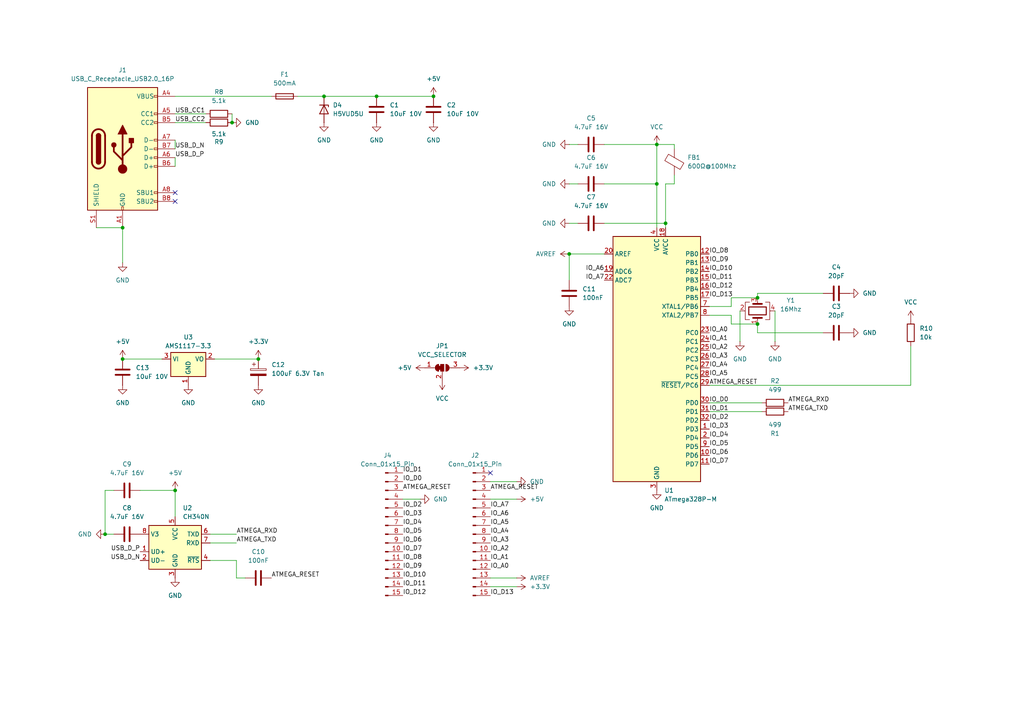
<source format=kicad_sch>
(kicad_sch
	(version 20231120)
	(generator "eeschema")
	(generator_version "8.0")
	(uuid "5dc28c0c-7bc9-465f-8d77-02eae3b4debb")
	(paper "A4")
	(lib_symbols
		(symbol "Connector:Conn_01x15_Pin"
			(pin_names
				(offset 1.016) hide)
			(exclude_from_sim no)
			(in_bom yes)
			(on_board yes)
			(property "Reference" "J"
				(at 0 20.32 0)
				(effects
					(font
						(size 1.27 1.27)
					)
				)
			)
			(property "Value" "Conn_01x15_Pin"
				(at 0 -20.32 0)
				(effects
					(font
						(size 1.27 1.27)
					)
				)
			)
			(property "Footprint" ""
				(at 0 0 0)
				(effects
					(font
						(size 1.27 1.27)
					)
					(hide yes)
				)
			)
			(property "Datasheet" "~"
				(at 0 0 0)
				(effects
					(font
						(size 1.27 1.27)
					)
					(hide yes)
				)
			)
			(property "Description" "Generic connector, single row, 01x15, script generated"
				(at 0 0 0)
				(effects
					(font
						(size 1.27 1.27)
					)
					(hide yes)
				)
			)
			(property "ki_locked" ""
				(at 0 0 0)
				(effects
					(font
						(size 1.27 1.27)
					)
				)
			)
			(property "ki_keywords" "connector"
				(at 0 0 0)
				(effects
					(font
						(size 1.27 1.27)
					)
					(hide yes)
				)
			)
			(property "ki_fp_filters" "Connector*:*_1x??_*"
				(at 0 0 0)
				(effects
					(font
						(size 1.27 1.27)
					)
					(hide yes)
				)
			)
			(symbol "Conn_01x15_Pin_1_1"
				(polyline
					(pts
						(xy 1.27 -17.78) (xy 0.8636 -17.78)
					)
					(stroke
						(width 0.1524)
						(type default)
					)
					(fill
						(type none)
					)
				)
				(polyline
					(pts
						(xy 1.27 -15.24) (xy 0.8636 -15.24)
					)
					(stroke
						(width 0.1524)
						(type default)
					)
					(fill
						(type none)
					)
				)
				(polyline
					(pts
						(xy 1.27 -12.7) (xy 0.8636 -12.7)
					)
					(stroke
						(width 0.1524)
						(type default)
					)
					(fill
						(type none)
					)
				)
				(polyline
					(pts
						(xy 1.27 -10.16) (xy 0.8636 -10.16)
					)
					(stroke
						(width 0.1524)
						(type default)
					)
					(fill
						(type none)
					)
				)
				(polyline
					(pts
						(xy 1.27 -7.62) (xy 0.8636 -7.62)
					)
					(stroke
						(width 0.1524)
						(type default)
					)
					(fill
						(type none)
					)
				)
				(polyline
					(pts
						(xy 1.27 -5.08) (xy 0.8636 -5.08)
					)
					(stroke
						(width 0.1524)
						(type default)
					)
					(fill
						(type none)
					)
				)
				(polyline
					(pts
						(xy 1.27 -2.54) (xy 0.8636 -2.54)
					)
					(stroke
						(width 0.1524)
						(type default)
					)
					(fill
						(type none)
					)
				)
				(polyline
					(pts
						(xy 1.27 0) (xy 0.8636 0)
					)
					(stroke
						(width 0.1524)
						(type default)
					)
					(fill
						(type none)
					)
				)
				(polyline
					(pts
						(xy 1.27 2.54) (xy 0.8636 2.54)
					)
					(stroke
						(width 0.1524)
						(type default)
					)
					(fill
						(type none)
					)
				)
				(polyline
					(pts
						(xy 1.27 5.08) (xy 0.8636 5.08)
					)
					(stroke
						(width 0.1524)
						(type default)
					)
					(fill
						(type none)
					)
				)
				(polyline
					(pts
						(xy 1.27 7.62) (xy 0.8636 7.62)
					)
					(stroke
						(width 0.1524)
						(type default)
					)
					(fill
						(type none)
					)
				)
				(polyline
					(pts
						(xy 1.27 10.16) (xy 0.8636 10.16)
					)
					(stroke
						(width 0.1524)
						(type default)
					)
					(fill
						(type none)
					)
				)
				(polyline
					(pts
						(xy 1.27 12.7) (xy 0.8636 12.7)
					)
					(stroke
						(width 0.1524)
						(type default)
					)
					(fill
						(type none)
					)
				)
				(polyline
					(pts
						(xy 1.27 15.24) (xy 0.8636 15.24)
					)
					(stroke
						(width 0.1524)
						(type default)
					)
					(fill
						(type none)
					)
				)
				(polyline
					(pts
						(xy 1.27 17.78) (xy 0.8636 17.78)
					)
					(stroke
						(width 0.1524)
						(type default)
					)
					(fill
						(type none)
					)
				)
				(rectangle
					(start 0.8636 -17.653)
					(end 0 -17.907)
					(stroke
						(width 0.1524)
						(type default)
					)
					(fill
						(type outline)
					)
				)
				(rectangle
					(start 0.8636 -15.113)
					(end 0 -15.367)
					(stroke
						(width 0.1524)
						(type default)
					)
					(fill
						(type outline)
					)
				)
				(rectangle
					(start 0.8636 -12.573)
					(end 0 -12.827)
					(stroke
						(width 0.1524)
						(type default)
					)
					(fill
						(type outline)
					)
				)
				(rectangle
					(start 0.8636 -10.033)
					(end 0 -10.287)
					(stroke
						(width 0.1524)
						(type default)
					)
					(fill
						(type outline)
					)
				)
				(rectangle
					(start 0.8636 -7.493)
					(end 0 -7.747)
					(stroke
						(width 0.1524)
						(type default)
					)
					(fill
						(type outline)
					)
				)
				(rectangle
					(start 0.8636 -4.953)
					(end 0 -5.207)
					(stroke
						(width 0.1524)
						(type default)
					)
					(fill
						(type outline)
					)
				)
				(rectangle
					(start 0.8636 -2.413)
					(end 0 -2.667)
					(stroke
						(width 0.1524)
						(type default)
					)
					(fill
						(type outline)
					)
				)
				(rectangle
					(start 0.8636 0.127)
					(end 0 -0.127)
					(stroke
						(width 0.1524)
						(type default)
					)
					(fill
						(type outline)
					)
				)
				(rectangle
					(start 0.8636 2.667)
					(end 0 2.413)
					(stroke
						(width 0.1524)
						(type default)
					)
					(fill
						(type outline)
					)
				)
				(rectangle
					(start 0.8636 5.207)
					(end 0 4.953)
					(stroke
						(width 0.1524)
						(type default)
					)
					(fill
						(type outline)
					)
				)
				(rectangle
					(start 0.8636 7.747)
					(end 0 7.493)
					(stroke
						(width 0.1524)
						(type default)
					)
					(fill
						(type outline)
					)
				)
				(rectangle
					(start 0.8636 10.287)
					(end 0 10.033)
					(stroke
						(width 0.1524)
						(type default)
					)
					(fill
						(type outline)
					)
				)
				(rectangle
					(start 0.8636 12.827)
					(end 0 12.573)
					(stroke
						(width 0.1524)
						(type default)
					)
					(fill
						(type outline)
					)
				)
				(rectangle
					(start 0.8636 15.367)
					(end 0 15.113)
					(stroke
						(width 0.1524)
						(type default)
					)
					(fill
						(type outline)
					)
				)
				(rectangle
					(start 0.8636 17.907)
					(end 0 17.653)
					(stroke
						(width 0.1524)
						(type default)
					)
					(fill
						(type outline)
					)
				)
				(pin passive line
					(at 5.08 17.78 180)
					(length 3.81)
					(name "Pin_1"
						(effects
							(font
								(size 1.27 1.27)
							)
						)
					)
					(number "1"
						(effects
							(font
								(size 1.27 1.27)
							)
						)
					)
				)
				(pin passive line
					(at 5.08 -5.08 180)
					(length 3.81)
					(name "Pin_10"
						(effects
							(font
								(size 1.27 1.27)
							)
						)
					)
					(number "10"
						(effects
							(font
								(size 1.27 1.27)
							)
						)
					)
				)
				(pin passive line
					(at 5.08 -7.62 180)
					(length 3.81)
					(name "Pin_11"
						(effects
							(font
								(size 1.27 1.27)
							)
						)
					)
					(number "11"
						(effects
							(font
								(size 1.27 1.27)
							)
						)
					)
				)
				(pin passive line
					(at 5.08 -10.16 180)
					(length 3.81)
					(name "Pin_12"
						(effects
							(font
								(size 1.27 1.27)
							)
						)
					)
					(number "12"
						(effects
							(font
								(size 1.27 1.27)
							)
						)
					)
				)
				(pin passive line
					(at 5.08 -12.7 180)
					(length 3.81)
					(name "Pin_13"
						(effects
							(font
								(size 1.27 1.27)
							)
						)
					)
					(number "13"
						(effects
							(font
								(size 1.27 1.27)
							)
						)
					)
				)
				(pin passive line
					(at 5.08 -15.24 180)
					(length 3.81)
					(name "Pin_14"
						(effects
							(font
								(size 1.27 1.27)
							)
						)
					)
					(number "14"
						(effects
							(font
								(size 1.27 1.27)
							)
						)
					)
				)
				(pin passive line
					(at 5.08 -17.78 180)
					(length 3.81)
					(name "Pin_15"
						(effects
							(font
								(size 1.27 1.27)
							)
						)
					)
					(number "15"
						(effects
							(font
								(size 1.27 1.27)
							)
						)
					)
				)
				(pin passive line
					(at 5.08 15.24 180)
					(length 3.81)
					(name "Pin_2"
						(effects
							(font
								(size 1.27 1.27)
							)
						)
					)
					(number "2"
						(effects
							(font
								(size 1.27 1.27)
							)
						)
					)
				)
				(pin passive line
					(at 5.08 12.7 180)
					(length 3.81)
					(name "Pin_3"
						(effects
							(font
								(size 1.27 1.27)
							)
						)
					)
					(number "3"
						(effects
							(font
								(size 1.27 1.27)
							)
						)
					)
				)
				(pin passive line
					(at 5.08 10.16 180)
					(length 3.81)
					(name "Pin_4"
						(effects
							(font
								(size 1.27 1.27)
							)
						)
					)
					(number "4"
						(effects
							(font
								(size 1.27 1.27)
							)
						)
					)
				)
				(pin passive line
					(at 5.08 7.62 180)
					(length 3.81)
					(name "Pin_5"
						(effects
							(font
								(size 1.27 1.27)
							)
						)
					)
					(number "5"
						(effects
							(font
								(size 1.27 1.27)
							)
						)
					)
				)
				(pin passive line
					(at 5.08 5.08 180)
					(length 3.81)
					(name "Pin_6"
						(effects
							(font
								(size 1.27 1.27)
							)
						)
					)
					(number "6"
						(effects
							(font
								(size 1.27 1.27)
							)
						)
					)
				)
				(pin passive line
					(at 5.08 2.54 180)
					(length 3.81)
					(name "Pin_7"
						(effects
							(font
								(size 1.27 1.27)
							)
						)
					)
					(number "7"
						(effects
							(font
								(size 1.27 1.27)
							)
						)
					)
				)
				(pin passive line
					(at 5.08 0 180)
					(length 3.81)
					(name "Pin_8"
						(effects
							(font
								(size 1.27 1.27)
							)
						)
					)
					(number "8"
						(effects
							(font
								(size 1.27 1.27)
							)
						)
					)
				)
				(pin passive line
					(at 5.08 -2.54 180)
					(length 3.81)
					(name "Pin_9"
						(effects
							(font
								(size 1.27 1.27)
							)
						)
					)
					(number "9"
						(effects
							(font
								(size 1.27 1.27)
							)
						)
					)
				)
			)
		)
		(symbol "Connector:USB_C_Receptacle_USB2.0_16P"
			(pin_names
				(offset 1.016)
			)
			(exclude_from_sim no)
			(in_bom yes)
			(on_board yes)
			(property "Reference" "J"
				(at 0 22.225 0)
				(effects
					(font
						(size 1.27 1.27)
					)
				)
			)
			(property "Value" "USB_C_Receptacle_USB2.0_16P"
				(at 0 19.685 0)
				(effects
					(font
						(size 1.27 1.27)
					)
				)
			)
			(property "Footprint" ""
				(at 3.81 0 0)
				(effects
					(font
						(size 1.27 1.27)
					)
					(hide yes)
				)
			)
			(property "Datasheet" "https://www.usb.org/sites/default/files/documents/usb_type-c.zip"
				(at 3.81 0 0)
				(effects
					(font
						(size 1.27 1.27)
					)
					(hide yes)
				)
			)
			(property "Description" "USB 2.0-only 16P Type-C Receptacle connector"
				(at 0 0 0)
				(effects
					(font
						(size 1.27 1.27)
					)
					(hide yes)
				)
			)
			(property "ki_keywords" "usb universal serial bus type-C USB2.0"
				(at 0 0 0)
				(effects
					(font
						(size 1.27 1.27)
					)
					(hide yes)
				)
			)
			(property "ki_fp_filters" "USB*C*Receptacle*"
				(at 0 0 0)
				(effects
					(font
						(size 1.27 1.27)
					)
					(hide yes)
				)
			)
			(symbol "USB_C_Receptacle_USB2.0_16P_0_0"
				(rectangle
					(start -0.254 -17.78)
					(end 0.254 -16.764)
					(stroke
						(width 0)
						(type default)
					)
					(fill
						(type none)
					)
				)
				(rectangle
					(start 10.16 -14.986)
					(end 9.144 -15.494)
					(stroke
						(width 0)
						(type default)
					)
					(fill
						(type none)
					)
				)
				(rectangle
					(start 10.16 -12.446)
					(end 9.144 -12.954)
					(stroke
						(width 0)
						(type default)
					)
					(fill
						(type none)
					)
				)
				(rectangle
					(start 10.16 -4.826)
					(end 9.144 -5.334)
					(stroke
						(width 0)
						(type default)
					)
					(fill
						(type none)
					)
				)
				(rectangle
					(start 10.16 -2.286)
					(end 9.144 -2.794)
					(stroke
						(width 0)
						(type default)
					)
					(fill
						(type none)
					)
				)
				(rectangle
					(start 10.16 0.254)
					(end 9.144 -0.254)
					(stroke
						(width 0)
						(type default)
					)
					(fill
						(type none)
					)
				)
				(rectangle
					(start 10.16 2.794)
					(end 9.144 2.286)
					(stroke
						(width 0)
						(type default)
					)
					(fill
						(type none)
					)
				)
				(rectangle
					(start 10.16 7.874)
					(end 9.144 7.366)
					(stroke
						(width 0)
						(type default)
					)
					(fill
						(type none)
					)
				)
				(rectangle
					(start 10.16 10.414)
					(end 9.144 9.906)
					(stroke
						(width 0)
						(type default)
					)
					(fill
						(type none)
					)
				)
				(rectangle
					(start 10.16 15.494)
					(end 9.144 14.986)
					(stroke
						(width 0)
						(type default)
					)
					(fill
						(type none)
					)
				)
			)
			(symbol "USB_C_Receptacle_USB2.0_16P_0_1"
				(rectangle
					(start -10.16 17.78)
					(end 10.16 -17.78)
					(stroke
						(width 0.254)
						(type default)
					)
					(fill
						(type background)
					)
				)
				(arc
					(start -8.89 -3.81)
					(mid -6.985 -5.7067)
					(end -5.08 -3.81)
					(stroke
						(width 0.508)
						(type default)
					)
					(fill
						(type none)
					)
				)
				(arc
					(start -7.62 -3.81)
					(mid -6.985 -4.4423)
					(end -6.35 -3.81)
					(stroke
						(width 0.254)
						(type default)
					)
					(fill
						(type none)
					)
				)
				(arc
					(start -7.62 -3.81)
					(mid -6.985 -4.4423)
					(end -6.35 -3.81)
					(stroke
						(width 0.254)
						(type default)
					)
					(fill
						(type outline)
					)
				)
				(rectangle
					(start -7.62 -3.81)
					(end -6.35 3.81)
					(stroke
						(width 0.254)
						(type default)
					)
					(fill
						(type outline)
					)
				)
				(arc
					(start -6.35 3.81)
					(mid -6.985 4.4423)
					(end -7.62 3.81)
					(stroke
						(width 0.254)
						(type default)
					)
					(fill
						(type none)
					)
				)
				(arc
					(start -6.35 3.81)
					(mid -6.985 4.4423)
					(end -7.62 3.81)
					(stroke
						(width 0.254)
						(type default)
					)
					(fill
						(type outline)
					)
				)
				(arc
					(start -5.08 3.81)
					(mid -6.985 5.7067)
					(end -8.89 3.81)
					(stroke
						(width 0.508)
						(type default)
					)
					(fill
						(type none)
					)
				)
				(circle
					(center -2.54 1.143)
					(radius 0.635)
					(stroke
						(width 0.254)
						(type default)
					)
					(fill
						(type outline)
					)
				)
				(circle
					(center 0 -5.842)
					(radius 1.27)
					(stroke
						(width 0)
						(type default)
					)
					(fill
						(type outline)
					)
				)
				(polyline
					(pts
						(xy -8.89 -3.81) (xy -8.89 3.81)
					)
					(stroke
						(width 0.508)
						(type default)
					)
					(fill
						(type none)
					)
				)
				(polyline
					(pts
						(xy -5.08 3.81) (xy -5.08 -3.81)
					)
					(stroke
						(width 0.508)
						(type default)
					)
					(fill
						(type none)
					)
				)
				(polyline
					(pts
						(xy 0 -5.842) (xy 0 4.318)
					)
					(stroke
						(width 0.508)
						(type default)
					)
					(fill
						(type none)
					)
				)
				(polyline
					(pts
						(xy 0 -3.302) (xy -2.54 -0.762) (xy -2.54 0.508)
					)
					(stroke
						(width 0.508)
						(type default)
					)
					(fill
						(type none)
					)
				)
				(polyline
					(pts
						(xy 0 -2.032) (xy 2.54 0.508) (xy 2.54 1.778)
					)
					(stroke
						(width 0.508)
						(type default)
					)
					(fill
						(type none)
					)
				)
				(polyline
					(pts
						(xy -1.27 4.318) (xy 0 6.858) (xy 1.27 4.318) (xy -1.27 4.318)
					)
					(stroke
						(width 0.254)
						(type default)
					)
					(fill
						(type outline)
					)
				)
				(rectangle
					(start 1.905 1.778)
					(end 3.175 3.048)
					(stroke
						(width 0.254)
						(type default)
					)
					(fill
						(type outline)
					)
				)
			)
			(symbol "USB_C_Receptacle_USB2.0_16P_1_1"
				(pin passive line
					(at 0 -22.86 90)
					(length 5.08)
					(name "GND"
						(effects
							(font
								(size 1.27 1.27)
							)
						)
					)
					(number "A1"
						(effects
							(font
								(size 1.27 1.27)
							)
						)
					)
				)
				(pin passive line
					(at 0 -22.86 90)
					(length 5.08) hide
					(name "GND"
						(effects
							(font
								(size 1.27 1.27)
							)
						)
					)
					(number "A12"
						(effects
							(font
								(size 1.27 1.27)
							)
						)
					)
				)
				(pin passive line
					(at 15.24 15.24 180)
					(length 5.08)
					(name "VBUS"
						(effects
							(font
								(size 1.27 1.27)
							)
						)
					)
					(number "A4"
						(effects
							(font
								(size 1.27 1.27)
							)
						)
					)
				)
				(pin bidirectional line
					(at 15.24 10.16 180)
					(length 5.08)
					(name "CC1"
						(effects
							(font
								(size 1.27 1.27)
							)
						)
					)
					(number "A5"
						(effects
							(font
								(size 1.27 1.27)
							)
						)
					)
				)
				(pin bidirectional line
					(at 15.24 -2.54 180)
					(length 5.08)
					(name "D+"
						(effects
							(font
								(size 1.27 1.27)
							)
						)
					)
					(number "A6"
						(effects
							(font
								(size 1.27 1.27)
							)
						)
					)
				)
				(pin bidirectional line
					(at 15.24 2.54 180)
					(length 5.08)
					(name "D-"
						(effects
							(font
								(size 1.27 1.27)
							)
						)
					)
					(number "A7"
						(effects
							(font
								(size 1.27 1.27)
							)
						)
					)
				)
				(pin bidirectional line
					(at 15.24 -12.7 180)
					(length 5.08)
					(name "SBU1"
						(effects
							(font
								(size 1.27 1.27)
							)
						)
					)
					(number "A8"
						(effects
							(font
								(size 1.27 1.27)
							)
						)
					)
				)
				(pin passive line
					(at 15.24 15.24 180)
					(length 5.08) hide
					(name "VBUS"
						(effects
							(font
								(size 1.27 1.27)
							)
						)
					)
					(number "A9"
						(effects
							(font
								(size 1.27 1.27)
							)
						)
					)
				)
				(pin passive line
					(at 0 -22.86 90)
					(length 5.08) hide
					(name "GND"
						(effects
							(font
								(size 1.27 1.27)
							)
						)
					)
					(number "B1"
						(effects
							(font
								(size 1.27 1.27)
							)
						)
					)
				)
				(pin passive line
					(at 0 -22.86 90)
					(length 5.08) hide
					(name "GND"
						(effects
							(font
								(size 1.27 1.27)
							)
						)
					)
					(number "B12"
						(effects
							(font
								(size 1.27 1.27)
							)
						)
					)
				)
				(pin passive line
					(at 15.24 15.24 180)
					(length 5.08) hide
					(name "VBUS"
						(effects
							(font
								(size 1.27 1.27)
							)
						)
					)
					(number "B4"
						(effects
							(font
								(size 1.27 1.27)
							)
						)
					)
				)
				(pin bidirectional line
					(at 15.24 7.62 180)
					(length 5.08)
					(name "CC2"
						(effects
							(font
								(size 1.27 1.27)
							)
						)
					)
					(number "B5"
						(effects
							(font
								(size 1.27 1.27)
							)
						)
					)
				)
				(pin bidirectional line
					(at 15.24 -5.08 180)
					(length 5.08)
					(name "D+"
						(effects
							(font
								(size 1.27 1.27)
							)
						)
					)
					(number "B6"
						(effects
							(font
								(size 1.27 1.27)
							)
						)
					)
				)
				(pin bidirectional line
					(at 15.24 0 180)
					(length 5.08)
					(name "D-"
						(effects
							(font
								(size 1.27 1.27)
							)
						)
					)
					(number "B7"
						(effects
							(font
								(size 1.27 1.27)
							)
						)
					)
				)
				(pin bidirectional line
					(at 15.24 -15.24 180)
					(length 5.08)
					(name "SBU2"
						(effects
							(font
								(size 1.27 1.27)
							)
						)
					)
					(number "B8"
						(effects
							(font
								(size 1.27 1.27)
							)
						)
					)
				)
				(pin passive line
					(at 15.24 15.24 180)
					(length 5.08) hide
					(name "VBUS"
						(effects
							(font
								(size 1.27 1.27)
							)
						)
					)
					(number "B9"
						(effects
							(font
								(size 1.27 1.27)
							)
						)
					)
				)
				(pin passive line
					(at -7.62 -22.86 90)
					(length 5.08)
					(name "SHIELD"
						(effects
							(font
								(size 1.27 1.27)
							)
						)
					)
					(number "S1"
						(effects
							(font
								(size 1.27 1.27)
							)
						)
					)
				)
			)
		)
		(symbol "Device:C"
			(pin_numbers hide)
			(pin_names
				(offset 0.254)
			)
			(exclude_from_sim no)
			(in_bom yes)
			(on_board yes)
			(property "Reference" "C"
				(at 0.635 2.54 0)
				(effects
					(font
						(size 1.27 1.27)
					)
					(justify left)
				)
			)
			(property "Value" "C"
				(at 0.635 -2.54 0)
				(effects
					(font
						(size 1.27 1.27)
					)
					(justify left)
				)
			)
			(property "Footprint" ""
				(at 0.9652 -3.81 0)
				(effects
					(font
						(size 1.27 1.27)
					)
					(hide yes)
				)
			)
			(property "Datasheet" "~"
				(at 0 0 0)
				(effects
					(font
						(size 1.27 1.27)
					)
					(hide yes)
				)
			)
			(property "Description" "Unpolarized capacitor"
				(at 0 0 0)
				(effects
					(font
						(size 1.27 1.27)
					)
					(hide yes)
				)
			)
			(property "ki_keywords" "cap capacitor"
				(at 0 0 0)
				(effects
					(font
						(size 1.27 1.27)
					)
					(hide yes)
				)
			)
			(property "ki_fp_filters" "C_*"
				(at 0 0 0)
				(effects
					(font
						(size 1.27 1.27)
					)
					(hide yes)
				)
			)
			(symbol "C_0_1"
				(polyline
					(pts
						(xy -2.032 -0.762) (xy 2.032 -0.762)
					)
					(stroke
						(width 0.508)
						(type default)
					)
					(fill
						(type none)
					)
				)
				(polyline
					(pts
						(xy -2.032 0.762) (xy 2.032 0.762)
					)
					(stroke
						(width 0.508)
						(type default)
					)
					(fill
						(type none)
					)
				)
			)
			(symbol "C_1_1"
				(pin passive line
					(at 0 3.81 270)
					(length 2.794)
					(name "~"
						(effects
							(font
								(size 1.27 1.27)
							)
						)
					)
					(number "1"
						(effects
							(font
								(size 1.27 1.27)
							)
						)
					)
				)
				(pin passive line
					(at 0 -3.81 90)
					(length 2.794)
					(name "~"
						(effects
							(font
								(size 1.27 1.27)
							)
						)
					)
					(number "2"
						(effects
							(font
								(size 1.27 1.27)
							)
						)
					)
				)
			)
		)
		(symbol "Device:C_Polarized"
			(pin_numbers hide)
			(pin_names
				(offset 0.254)
			)
			(exclude_from_sim no)
			(in_bom yes)
			(on_board yes)
			(property "Reference" "C"
				(at 0.635 2.54 0)
				(effects
					(font
						(size 1.27 1.27)
					)
					(justify left)
				)
			)
			(property "Value" "C_Polarized"
				(at 0.635 -2.54 0)
				(effects
					(font
						(size 1.27 1.27)
					)
					(justify left)
				)
			)
			(property "Footprint" ""
				(at 0.9652 -3.81 0)
				(effects
					(font
						(size 1.27 1.27)
					)
					(hide yes)
				)
			)
			(property "Datasheet" "~"
				(at 0 0 0)
				(effects
					(font
						(size 1.27 1.27)
					)
					(hide yes)
				)
			)
			(property "Description" "Polarized capacitor"
				(at 0 0 0)
				(effects
					(font
						(size 1.27 1.27)
					)
					(hide yes)
				)
			)
			(property "ki_keywords" "cap capacitor"
				(at 0 0 0)
				(effects
					(font
						(size 1.27 1.27)
					)
					(hide yes)
				)
			)
			(property "ki_fp_filters" "CP_*"
				(at 0 0 0)
				(effects
					(font
						(size 1.27 1.27)
					)
					(hide yes)
				)
			)
			(symbol "C_Polarized_0_1"
				(rectangle
					(start -2.286 0.508)
					(end 2.286 1.016)
					(stroke
						(width 0)
						(type default)
					)
					(fill
						(type none)
					)
				)
				(polyline
					(pts
						(xy -1.778 2.286) (xy -0.762 2.286)
					)
					(stroke
						(width 0)
						(type default)
					)
					(fill
						(type none)
					)
				)
				(polyline
					(pts
						(xy -1.27 2.794) (xy -1.27 1.778)
					)
					(stroke
						(width 0)
						(type default)
					)
					(fill
						(type none)
					)
				)
				(rectangle
					(start 2.286 -0.508)
					(end -2.286 -1.016)
					(stroke
						(width 0)
						(type default)
					)
					(fill
						(type outline)
					)
				)
			)
			(symbol "C_Polarized_1_1"
				(pin passive line
					(at 0 3.81 270)
					(length 2.794)
					(name "~"
						(effects
							(font
								(size 1.27 1.27)
							)
						)
					)
					(number "1"
						(effects
							(font
								(size 1.27 1.27)
							)
						)
					)
				)
				(pin passive line
					(at 0 -3.81 90)
					(length 2.794)
					(name "~"
						(effects
							(font
								(size 1.27 1.27)
							)
						)
					)
					(number "2"
						(effects
							(font
								(size 1.27 1.27)
							)
						)
					)
				)
			)
		)
		(symbol "Device:Crystal_GND24"
			(pin_names
				(offset 1.016) hide)
			(exclude_from_sim no)
			(in_bom yes)
			(on_board yes)
			(property "Reference" "Y"
				(at 3.175 5.08 0)
				(effects
					(font
						(size 1.27 1.27)
					)
					(justify left)
				)
			)
			(property "Value" "Crystal_GND24"
				(at 3.175 3.175 0)
				(effects
					(font
						(size 1.27 1.27)
					)
					(justify left)
				)
			)
			(property "Footprint" ""
				(at 0 0 0)
				(effects
					(font
						(size 1.27 1.27)
					)
					(hide yes)
				)
			)
			(property "Datasheet" "~"
				(at 0 0 0)
				(effects
					(font
						(size 1.27 1.27)
					)
					(hide yes)
				)
			)
			(property "Description" "Four pin crystal, GND on pins 2 and 4"
				(at 0 0 0)
				(effects
					(font
						(size 1.27 1.27)
					)
					(hide yes)
				)
			)
			(property "ki_keywords" "quartz ceramic resonator oscillator"
				(at 0 0 0)
				(effects
					(font
						(size 1.27 1.27)
					)
					(hide yes)
				)
			)
			(property "ki_fp_filters" "Crystal*"
				(at 0 0 0)
				(effects
					(font
						(size 1.27 1.27)
					)
					(hide yes)
				)
			)
			(symbol "Crystal_GND24_0_1"
				(rectangle
					(start -1.143 2.54)
					(end 1.143 -2.54)
					(stroke
						(width 0.3048)
						(type default)
					)
					(fill
						(type none)
					)
				)
				(polyline
					(pts
						(xy -2.54 0) (xy -2.032 0)
					)
					(stroke
						(width 0)
						(type default)
					)
					(fill
						(type none)
					)
				)
				(polyline
					(pts
						(xy -2.032 -1.27) (xy -2.032 1.27)
					)
					(stroke
						(width 0.508)
						(type default)
					)
					(fill
						(type none)
					)
				)
				(polyline
					(pts
						(xy 0 -3.81) (xy 0 -3.556)
					)
					(stroke
						(width 0)
						(type default)
					)
					(fill
						(type none)
					)
				)
				(polyline
					(pts
						(xy 0 3.556) (xy 0 3.81)
					)
					(stroke
						(width 0)
						(type default)
					)
					(fill
						(type none)
					)
				)
				(polyline
					(pts
						(xy 2.032 -1.27) (xy 2.032 1.27)
					)
					(stroke
						(width 0.508)
						(type default)
					)
					(fill
						(type none)
					)
				)
				(polyline
					(pts
						(xy 2.032 0) (xy 2.54 0)
					)
					(stroke
						(width 0)
						(type default)
					)
					(fill
						(type none)
					)
				)
				(polyline
					(pts
						(xy -2.54 -2.286) (xy -2.54 -3.556) (xy 2.54 -3.556) (xy 2.54 -2.286)
					)
					(stroke
						(width 0)
						(type default)
					)
					(fill
						(type none)
					)
				)
				(polyline
					(pts
						(xy -2.54 2.286) (xy -2.54 3.556) (xy 2.54 3.556) (xy 2.54 2.286)
					)
					(stroke
						(width 0)
						(type default)
					)
					(fill
						(type none)
					)
				)
			)
			(symbol "Crystal_GND24_1_1"
				(pin passive line
					(at -3.81 0 0)
					(length 1.27)
					(name "1"
						(effects
							(font
								(size 1.27 1.27)
							)
						)
					)
					(number "1"
						(effects
							(font
								(size 1.27 1.27)
							)
						)
					)
				)
				(pin passive line
					(at 0 5.08 270)
					(length 1.27)
					(name "2"
						(effects
							(font
								(size 1.27 1.27)
							)
						)
					)
					(number "2"
						(effects
							(font
								(size 1.27 1.27)
							)
						)
					)
				)
				(pin passive line
					(at 3.81 0 180)
					(length 1.27)
					(name "3"
						(effects
							(font
								(size 1.27 1.27)
							)
						)
					)
					(number "3"
						(effects
							(font
								(size 1.27 1.27)
							)
						)
					)
				)
				(pin passive line
					(at 0 -5.08 90)
					(length 1.27)
					(name "4"
						(effects
							(font
								(size 1.27 1.27)
							)
						)
					)
					(number "4"
						(effects
							(font
								(size 1.27 1.27)
							)
						)
					)
				)
			)
		)
		(symbol "Device:FerriteBead"
			(pin_numbers hide)
			(pin_names
				(offset 0)
			)
			(exclude_from_sim no)
			(in_bom yes)
			(on_board yes)
			(property "Reference" "FB"
				(at -3.81 0.635 90)
				(effects
					(font
						(size 1.27 1.27)
					)
				)
			)
			(property "Value" "FerriteBead"
				(at 3.81 0 90)
				(effects
					(font
						(size 1.27 1.27)
					)
				)
			)
			(property "Footprint" ""
				(at -1.778 0 90)
				(effects
					(font
						(size 1.27 1.27)
					)
					(hide yes)
				)
			)
			(property "Datasheet" "~"
				(at 0 0 0)
				(effects
					(font
						(size 1.27 1.27)
					)
					(hide yes)
				)
			)
			(property "Description" "Ferrite bead"
				(at 0 0 0)
				(effects
					(font
						(size 1.27 1.27)
					)
					(hide yes)
				)
			)
			(property "ki_keywords" "L ferrite bead inductor filter"
				(at 0 0 0)
				(effects
					(font
						(size 1.27 1.27)
					)
					(hide yes)
				)
			)
			(property "ki_fp_filters" "Inductor_* L_* *Ferrite*"
				(at 0 0 0)
				(effects
					(font
						(size 1.27 1.27)
					)
					(hide yes)
				)
			)
			(symbol "FerriteBead_0_1"
				(polyline
					(pts
						(xy 0 -1.27) (xy 0 -1.2192)
					)
					(stroke
						(width 0)
						(type default)
					)
					(fill
						(type none)
					)
				)
				(polyline
					(pts
						(xy 0 1.27) (xy 0 1.2954)
					)
					(stroke
						(width 0)
						(type default)
					)
					(fill
						(type none)
					)
				)
				(polyline
					(pts
						(xy -2.7686 0.4064) (xy -1.7018 2.2606) (xy 2.7686 -0.3048) (xy 1.6764 -2.159) (xy -2.7686 0.4064)
					)
					(stroke
						(width 0)
						(type default)
					)
					(fill
						(type none)
					)
				)
			)
			(symbol "FerriteBead_1_1"
				(pin passive line
					(at 0 3.81 270)
					(length 2.54)
					(name "~"
						(effects
							(font
								(size 1.27 1.27)
							)
						)
					)
					(number "1"
						(effects
							(font
								(size 1.27 1.27)
							)
						)
					)
				)
				(pin passive line
					(at 0 -3.81 90)
					(length 2.54)
					(name "~"
						(effects
							(font
								(size 1.27 1.27)
							)
						)
					)
					(number "2"
						(effects
							(font
								(size 1.27 1.27)
							)
						)
					)
				)
			)
		)
		(symbol "Device:Fuse"
			(pin_numbers hide)
			(pin_names
				(offset 0)
			)
			(exclude_from_sim no)
			(in_bom yes)
			(on_board yes)
			(property "Reference" "F"
				(at 2.032 0 90)
				(effects
					(font
						(size 1.27 1.27)
					)
				)
			)
			(property "Value" "Fuse"
				(at -1.905 0 90)
				(effects
					(font
						(size 1.27 1.27)
					)
				)
			)
			(property "Footprint" ""
				(at -1.778 0 90)
				(effects
					(font
						(size 1.27 1.27)
					)
					(hide yes)
				)
			)
			(property "Datasheet" "~"
				(at 0 0 0)
				(effects
					(font
						(size 1.27 1.27)
					)
					(hide yes)
				)
			)
			(property "Description" "Fuse"
				(at 0 0 0)
				(effects
					(font
						(size 1.27 1.27)
					)
					(hide yes)
				)
			)
			(property "ki_keywords" "fuse"
				(at 0 0 0)
				(effects
					(font
						(size 1.27 1.27)
					)
					(hide yes)
				)
			)
			(property "ki_fp_filters" "*Fuse*"
				(at 0 0 0)
				(effects
					(font
						(size 1.27 1.27)
					)
					(hide yes)
				)
			)
			(symbol "Fuse_0_1"
				(rectangle
					(start -0.762 -2.54)
					(end 0.762 2.54)
					(stroke
						(width 0.254)
						(type default)
					)
					(fill
						(type none)
					)
				)
				(polyline
					(pts
						(xy 0 2.54) (xy 0 -2.54)
					)
					(stroke
						(width 0)
						(type default)
					)
					(fill
						(type none)
					)
				)
			)
			(symbol "Fuse_1_1"
				(pin passive line
					(at 0 3.81 270)
					(length 1.27)
					(name "~"
						(effects
							(font
								(size 1.27 1.27)
							)
						)
					)
					(number "1"
						(effects
							(font
								(size 1.27 1.27)
							)
						)
					)
				)
				(pin passive line
					(at 0 -3.81 90)
					(length 1.27)
					(name "~"
						(effects
							(font
								(size 1.27 1.27)
							)
						)
					)
					(number "2"
						(effects
							(font
								(size 1.27 1.27)
							)
						)
					)
				)
			)
		)
		(symbol "Device:R"
			(pin_numbers hide)
			(pin_names
				(offset 0)
			)
			(exclude_from_sim no)
			(in_bom yes)
			(on_board yes)
			(property "Reference" "R"
				(at 2.032 0 90)
				(effects
					(font
						(size 1.27 1.27)
					)
				)
			)
			(property "Value" "R"
				(at 0 0 90)
				(effects
					(font
						(size 1.27 1.27)
					)
				)
			)
			(property "Footprint" ""
				(at -1.778 0 90)
				(effects
					(font
						(size 1.27 1.27)
					)
					(hide yes)
				)
			)
			(property "Datasheet" "~"
				(at 0 0 0)
				(effects
					(font
						(size 1.27 1.27)
					)
					(hide yes)
				)
			)
			(property "Description" "Resistor"
				(at 0 0 0)
				(effects
					(font
						(size 1.27 1.27)
					)
					(hide yes)
				)
			)
			(property "ki_keywords" "R res resistor"
				(at 0 0 0)
				(effects
					(font
						(size 1.27 1.27)
					)
					(hide yes)
				)
			)
			(property "ki_fp_filters" "R_*"
				(at 0 0 0)
				(effects
					(font
						(size 1.27 1.27)
					)
					(hide yes)
				)
			)
			(symbol "R_0_1"
				(rectangle
					(start -1.016 -2.54)
					(end 1.016 2.54)
					(stroke
						(width 0.254)
						(type default)
					)
					(fill
						(type none)
					)
				)
			)
			(symbol "R_1_1"
				(pin passive line
					(at 0 3.81 270)
					(length 1.27)
					(name "~"
						(effects
							(font
								(size 1.27 1.27)
							)
						)
					)
					(number "1"
						(effects
							(font
								(size 1.27 1.27)
							)
						)
					)
				)
				(pin passive line
					(at 0 -3.81 90)
					(length 1.27)
					(name "~"
						(effects
							(font
								(size 1.27 1.27)
							)
						)
					)
					(number "2"
						(effects
							(font
								(size 1.27 1.27)
							)
						)
					)
				)
			)
		)
		(symbol "Diode:DZ2S051X0L"
			(pin_numbers hide)
			(pin_names hide)
			(exclude_from_sim no)
			(in_bom yes)
			(on_board yes)
			(property "Reference" "D"
				(at 0 2.54 0)
				(effects
					(font
						(size 1.27 1.27)
					)
				)
			)
			(property "Value" "DZ2S051X0L"
				(at 0 -2.54 0)
				(effects
					(font
						(size 1.27 1.27)
					)
				)
			)
			(property "Footprint" "Diode_SMD:D_SOD-523"
				(at 0 -4.445 0)
				(effects
					(font
						(size 1.27 1.27)
					)
					(hide yes)
				)
			)
			(property "Datasheet" "https://industrial.panasonic.com/content/data/SC/ds/ds4/DZ2S05100L_E.pdf"
				(at 0 0 0)
				(effects
					(font
						(size 1.27 1.27)
					)
					(hide yes)
				)
			)
			(property "Description" "150mW Silicon Planar Zener Diode, 5.1V, SOD-523"
				(at 0 0 0)
				(effects
					(font
						(size 1.27 1.27)
					)
					(hide yes)
				)
			)
			(property "ki_keywords" "zener diode"
				(at 0 0 0)
				(effects
					(font
						(size 1.27 1.27)
					)
					(hide yes)
				)
			)
			(property "ki_fp_filters" "D?SOD?523*"
				(at 0 0 0)
				(effects
					(font
						(size 1.27 1.27)
					)
					(hide yes)
				)
			)
			(symbol "DZ2S051X0L_0_1"
				(polyline
					(pts
						(xy 1.27 0) (xy -1.27 0)
					)
					(stroke
						(width 0)
						(type default)
					)
					(fill
						(type none)
					)
				)
				(polyline
					(pts
						(xy -1.27 -1.27) (xy -1.27 1.27) (xy -0.762 1.27)
					)
					(stroke
						(width 0.254)
						(type default)
					)
					(fill
						(type none)
					)
				)
				(polyline
					(pts
						(xy 1.27 -1.27) (xy 1.27 1.27) (xy -1.27 0) (xy 1.27 -1.27)
					)
					(stroke
						(width 0.254)
						(type default)
					)
					(fill
						(type none)
					)
				)
			)
			(symbol "DZ2S051X0L_1_1"
				(pin passive line
					(at -3.81 0 0)
					(length 2.54)
					(name "K"
						(effects
							(font
								(size 1.27 1.27)
							)
						)
					)
					(number "1"
						(effects
							(font
								(size 1.27 1.27)
							)
						)
					)
				)
				(pin passive line
					(at 3.81 0 180)
					(length 2.54)
					(name "A"
						(effects
							(font
								(size 1.27 1.27)
							)
						)
					)
					(number "2"
						(effects
							(font
								(size 1.27 1.27)
							)
						)
					)
				)
			)
		)
		(symbol "Interface_USB:CH340N"
			(exclude_from_sim no)
			(in_bom yes)
			(on_board yes)
			(property "Reference" "U"
				(at -7.62 6.35 0)
				(effects
					(font
						(size 1.27 1.27)
					)
					(justify left)
				)
			)
			(property "Value" "CH340N"
				(at 7.62 6.35 0)
				(effects
					(font
						(size 1.27 1.27)
					)
					(justify right)
				)
			)
			(property "Footprint" "Package_SO:SOP-8_3.9x4.9mm_P1.27mm"
				(at -3.81 19.05 0)
				(effects
					(font
						(size 1.27 1.27)
					)
					(hide yes)
				)
			)
			(property "Datasheet" "https://aitendo3.sakura.ne.jp/aitendo_data/product_img/ic/inteface/CH340N/ch340n.pdf"
				(at -2.54 5.08 0)
				(effects
					(font
						(size 1.27 1.27)
					)
					(hide yes)
				)
			)
			(property "Description" "USB serial converter, 2Mbps, UART, SOP-8"
				(at 0 0 0)
				(effects
					(font
						(size 1.27 1.27)
					)
					(hide yes)
				)
			)
			(property "ki_keywords" "USB UART Serial Converter Interface"
				(at 0 0 0)
				(effects
					(font
						(size 1.27 1.27)
					)
					(hide yes)
				)
			)
			(property "ki_fp_filters" "SOP*3.9x4.9mm*P1.27mm*"
				(at 0 0 0)
				(effects
					(font
						(size 1.27 1.27)
					)
					(hide yes)
				)
			)
			(symbol "CH340N_0_1"
				(rectangle
					(start -7.62 5.08)
					(end 7.62 -7.62)
					(stroke
						(width 0.254)
						(type default)
					)
					(fill
						(type background)
					)
				)
			)
			(symbol "CH340N_1_1"
				(pin bidirectional line
					(at -10.16 -2.54 0)
					(length 2.54)
					(name "UD+"
						(effects
							(font
								(size 1.27 1.27)
							)
						)
					)
					(number "1"
						(effects
							(font
								(size 1.27 1.27)
							)
						)
					)
				)
				(pin bidirectional line
					(at -10.16 -5.08 0)
					(length 2.54)
					(name "UD-"
						(effects
							(font
								(size 1.27 1.27)
							)
						)
					)
					(number "2"
						(effects
							(font
								(size 1.27 1.27)
							)
						)
					)
				)
				(pin power_in line
					(at 0 -10.16 90)
					(length 2.54)
					(name "GND"
						(effects
							(font
								(size 1.27 1.27)
							)
						)
					)
					(number "3"
						(effects
							(font
								(size 1.27 1.27)
							)
						)
					)
				)
				(pin output line
					(at 10.16 -5.08 180)
					(length 2.54)
					(name "~{RTS}"
						(effects
							(font
								(size 1.27 1.27)
							)
						)
					)
					(number "4"
						(effects
							(font
								(size 1.27 1.27)
							)
						)
					)
				)
				(pin power_in line
					(at 0 7.62 270)
					(length 2.54)
					(name "VCC"
						(effects
							(font
								(size 1.27 1.27)
							)
						)
					)
					(number "5"
						(effects
							(font
								(size 1.27 1.27)
							)
						)
					)
				)
				(pin output line
					(at 10.16 2.54 180)
					(length 2.54)
					(name "TXD"
						(effects
							(font
								(size 1.27 1.27)
							)
						)
					)
					(number "6"
						(effects
							(font
								(size 1.27 1.27)
							)
						)
					)
				)
				(pin input line
					(at 10.16 0 180)
					(length 2.54)
					(name "RXD"
						(effects
							(font
								(size 1.27 1.27)
							)
						)
					)
					(number "7"
						(effects
							(font
								(size 1.27 1.27)
							)
						)
					)
				)
				(pin passive line
					(at -10.16 2.54 0)
					(length 2.54)
					(name "V3"
						(effects
							(font
								(size 1.27 1.27)
							)
						)
					)
					(number "8"
						(effects
							(font
								(size 1.27 1.27)
							)
						)
					)
				)
			)
		)
		(symbol "Jumper:SolderJumper_3_Bridged12"
			(pin_names
				(offset 0) hide)
			(exclude_from_sim no)
			(in_bom yes)
			(on_board yes)
			(property "Reference" "JP"
				(at -2.54 -2.54 0)
				(effects
					(font
						(size 1.27 1.27)
					)
				)
			)
			(property "Value" "SolderJumper_3_Bridged12"
				(at 0 2.794 0)
				(effects
					(font
						(size 1.27 1.27)
					)
				)
			)
			(property "Footprint" ""
				(at 0 0 0)
				(effects
					(font
						(size 1.27 1.27)
					)
					(hide yes)
				)
			)
			(property "Datasheet" "~"
				(at 0 0 0)
				(effects
					(font
						(size 1.27 1.27)
					)
					(hide yes)
				)
			)
			(property "Description" "3-pole Solder Jumper, pins 1+2 closed/bridged"
				(at 0 0 0)
				(effects
					(font
						(size 1.27 1.27)
					)
					(hide yes)
				)
			)
			(property "ki_keywords" "Solder Jumper SPDT"
				(at 0 0 0)
				(effects
					(font
						(size 1.27 1.27)
					)
					(hide yes)
				)
			)
			(property "ki_fp_filters" "SolderJumper*Bridged12*"
				(at 0 0 0)
				(effects
					(font
						(size 1.27 1.27)
					)
					(hide yes)
				)
			)
			(symbol "SolderJumper_3_Bridged12_0_1"
				(rectangle
					(start -1.016 0.508)
					(end -0.508 -0.508)
					(stroke
						(width 0)
						(type default)
					)
					(fill
						(type outline)
					)
				)
				(arc
					(start -1.016 1.016)
					(mid -2.0276 0)
					(end -1.016 -1.016)
					(stroke
						(width 0)
						(type default)
					)
					(fill
						(type none)
					)
				)
				(arc
					(start -1.016 1.016)
					(mid -2.0276 0)
					(end -1.016 -1.016)
					(stroke
						(width 0)
						(type default)
					)
					(fill
						(type outline)
					)
				)
				(rectangle
					(start -0.508 1.016)
					(end 0.508 -1.016)
					(stroke
						(width 0)
						(type default)
					)
					(fill
						(type outline)
					)
				)
				(polyline
					(pts
						(xy -2.54 0) (xy -2.032 0)
					)
					(stroke
						(width 0)
						(type default)
					)
					(fill
						(type none)
					)
				)
				(polyline
					(pts
						(xy -1.016 1.016) (xy -1.016 -1.016)
					)
					(stroke
						(width 0)
						(type default)
					)
					(fill
						(type none)
					)
				)
				(polyline
					(pts
						(xy 0 -1.27) (xy 0 -1.016)
					)
					(stroke
						(width 0)
						(type default)
					)
					(fill
						(type none)
					)
				)
				(polyline
					(pts
						(xy 1.016 1.016) (xy 1.016 -1.016)
					)
					(stroke
						(width 0)
						(type default)
					)
					(fill
						(type none)
					)
				)
				(polyline
					(pts
						(xy 2.54 0) (xy 2.032 0)
					)
					(stroke
						(width 0)
						(type default)
					)
					(fill
						(type none)
					)
				)
				(arc
					(start 1.016 -1.016)
					(mid 2.0276 0)
					(end 1.016 1.016)
					(stroke
						(width 0)
						(type default)
					)
					(fill
						(type none)
					)
				)
				(arc
					(start 1.016 -1.016)
					(mid 2.0276 0)
					(end 1.016 1.016)
					(stroke
						(width 0)
						(type default)
					)
					(fill
						(type outline)
					)
				)
			)
			(symbol "SolderJumper_3_Bridged12_1_1"
				(pin passive line
					(at -5.08 0 0)
					(length 2.54)
					(name "A"
						(effects
							(font
								(size 1.27 1.27)
							)
						)
					)
					(number "1"
						(effects
							(font
								(size 1.27 1.27)
							)
						)
					)
				)
				(pin passive line
					(at 0 -3.81 90)
					(length 2.54)
					(name "C"
						(effects
							(font
								(size 1.27 1.27)
							)
						)
					)
					(number "2"
						(effects
							(font
								(size 1.27 1.27)
							)
						)
					)
				)
				(pin passive line
					(at 5.08 0 180)
					(length 2.54)
					(name "B"
						(effects
							(font
								(size 1.27 1.27)
							)
						)
					)
					(number "3"
						(effects
							(font
								(size 1.27 1.27)
							)
						)
					)
				)
			)
		)
		(symbol "MCU_Microchip_ATmega:ATmega328P-M"
			(exclude_from_sim no)
			(in_bom yes)
			(on_board yes)
			(property "Reference" "U"
				(at -12.7 36.83 0)
				(effects
					(font
						(size 1.27 1.27)
					)
					(justify left bottom)
				)
			)
			(property "Value" "ATmega328P-M"
				(at 2.54 -36.83 0)
				(effects
					(font
						(size 1.27 1.27)
					)
					(justify left top)
				)
			)
			(property "Footprint" "Package_DFN_QFN:QFN-32-1EP_5x5mm_P0.5mm_EP3.1x3.1mm"
				(at 0 0 0)
				(effects
					(font
						(size 1.27 1.27)
						(italic yes)
					)
					(hide yes)
				)
			)
			(property "Datasheet" "http://ww1.microchip.com/downloads/en/DeviceDoc/ATmega328_P%20AVR%20MCU%20with%20picoPower%20Technology%20Data%20Sheet%2040001984A.pdf"
				(at 0 0 0)
				(effects
					(font
						(size 1.27 1.27)
					)
					(hide yes)
				)
			)
			(property "Description" "20MHz, 32kB Flash, 2kB SRAM, 1kB EEPROM, QFN-32"
				(at 0 0 0)
				(effects
					(font
						(size 1.27 1.27)
					)
					(hide yes)
				)
			)
			(property "ki_keywords" "AVR 8bit Microcontroller MegaAVR PicoPower"
				(at 0 0 0)
				(effects
					(font
						(size 1.27 1.27)
					)
					(hide yes)
				)
			)
			(property "ki_fp_filters" "QFN*1EP*5x5mm*P0.5mm*"
				(at 0 0 0)
				(effects
					(font
						(size 1.27 1.27)
					)
					(hide yes)
				)
			)
			(symbol "ATmega328P-M_0_1"
				(rectangle
					(start -12.7 -35.56)
					(end 12.7 35.56)
					(stroke
						(width 0.254)
						(type default)
					)
					(fill
						(type background)
					)
				)
			)
			(symbol "ATmega328P-M_1_1"
				(pin bidirectional line
					(at 15.24 -20.32 180)
					(length 2.54)
					(name "PD3"
						(effects
							(font
								(size 1.27 1.27)
							)
						)
					)
					(number "1"
						(effects
							(font
								(size 1.27 1.27)
							)
						)
					)
				)
				(pin bidirectional line
					(at 15.24 -27.94 180)
					(length 2.54)
					(name "PD6"
						(effects
							(font
								(size 1.27 1.27)
							)
						)
					)
					(number "10"
						(effects
							(font
								(size 1.27 1.27)
							)
						)
					)
				)
				(pin bidirectional line
					(at 15.24 -30.48 180)
					(length 2.54)
					(name "PD7"
						(effects
							(font
								(size 1.27 1.27)
							)
						)
					)
					(number "11"
						(effects
							(font
								(size 1.27 1.27)
							)
						)
					)
				)
				(pin bidirectional line
					(at 15.24 30.48 180)
					(length 2.54)
					(name "PB0"
						(effects
							(font
								(size 1.27 1.27)
							)
						)
					)
					(number "12"
						(effects
							(font
								(size 1.27 1.27)
							)
						)
					)
				)
				(pin bidirectional line
					(at 15.24 27.94 180)
					(length 2.54)
					(name "PB1"
						(effects
							(font
								(size 1.27 1.27)
							)
						)
					)
					(number "13"
						(effects
							(font
								(size 1.27 1.27)
							)
						)
					)
				)
				(pin bidirectional line
					(at 15.24 25.4 180)
					(length 2.54)
					(name "PB2"
						(effects
							(font
								(size 1.27 1.27)
							)
						)
					)
					(number "14"
						(effects
							(font
								(size 1.27 1.27)
							)
						)
					)
				)
				(pin bidirectional line
					(at 15.24 22.86 180)
					(length 2.54)
					(name "PB3"
						(effects
							(font
								(size 1.27 1.27)
							)
						)
					)
					(number "15"
						(effects
							(font
								(size 1.27 1.27)
							)
						)
					)
				)
				(pin bidirectional line
					(at 15.24 20.32 180)
					(length 2.54)
					(name "PB4"
						(effects
							(font
								(size 1.27 1.27)
							)
						)
					)
					(number "16"
						(effects
							(font
								(size 1.27 1.27)
							)
						)
					)
				)
				(pin bidirectional line
					(at 15.24 17.78 180)
					(length 2.54)
					(name "PB5"
						(effects
							(font
								(size 1.27 1.27)
							)
						)
					)
					(number "17"
						(effects
							(font
								(size 1.27 1.27)
							)
						)
					)
				)
				(pin power_in line
					(at 2.54 38.1 270)
					(length 2.54)
					(name "AVCC"
						(effects
							(font
								(size 1.27 1.27)
							)
						)
					)
					(number "18"
						(effects
							(font
								(size 1.27 1.27)
							)
						)
					)
				)
				(pin input line
					(at -15.24 25.4 0)
					(length 2.54)
					(name "ADC6"
						(effects
							(font
								(size 1.27 1.27)
							)
						)
					)
					(number "19"
						(effects
							(font
								(size 1.27 1.27)
							)
						)
					)
				)
				(pin bidirectional line
					(at 15.24 -22.86 180)
					(length 2.54)
					(name "PD4"
						(effects
							(font
								(size 1.27 1.27)
							)
						)
					)
					(number "2"
						(effects
							(font
								(size 1.27 1.27)
							)
						)
					)
				)
				(pin passive line
					(at -15.24 30.48 0)
					(length 2.54)
					(name "AREF"
						(effects
							(font
								(size 1.27 1.27)
							)
						)
					)
					(number "20"
						(effects
							(font
								(size 1.27 1.27)
							)
						)
					)
				)
				(pin passive line
					(at 0 -38.1 90)
					(length 2.54) hide
					(name "GND"
						(effects
							(font
								(size 1.27 1.27)
							)
						)
					)
					(number "21"
						(effects
							(font
								(size 1.27 1.27)
							)
						)
					)
				)
				(pin input line
					(at -15.24 22.86 0)
					(length 2.54)
					(name "ADC7"
						(effects
							(font
								(size 1.27 1.27)
							)
						)
					)
					(number "22"
						(effects
							(font
								(size 1.27 1.27)
							)
						)
					)
				)
				(pin bidirectional line
					(at 15.24 7.62 180)
					(length 2.54)
					(name "PC0"
						(effects
							(font
								(size 1.27 1.27)
							)
						)
					)
					(number "23"
						(effects
							(font
								(size 1.27 1.27)
							)
						)
					)
				)
				(pin bidirectional line
					(at 15.24 5.08 180)
					(length 2.54)
					(name "PC1"
						(effects
							(font
								(size 1.27 1.27)
							)
						)
					)
					(number "24"
						(effects
							(font
								(size 1.27 1.27)
							)
						)
					)
				)
				(pin bidirectional line
					(at 15.24 2.54 180)
					(length 2.54)
					(name "PC2"
						(effects
							(font
								(size 1.27 1.27)
							)
						)
					)
					(number "25"
						(effects
							(font
								(size 1.27 1.27)
							)
						)
					)
				)
				(pin bidirectional line
					(at 15.24 0 180)
					(length 2.54)
					(name "PC3"
						(effects
							(font
								(size 1.27 1.27)
							)
						)
					)
					(number "26"
						(effects
							(font
								(size 1.27 1.27)
							)
						)
					)
				)
				(pin bidirectional line
					(at 15.24 -2.54 180)
					(length 2.54)
					(name "PC4"
						(effects
							(font
								(size 1.27 1.27)
							)
						)
					)
					(number "27"
						(effects
							(font
								(size 1.27 1.27)
							)
						)
					)
				)
				(pin bidirectional line
					(at 15.24 -5.08 180)
					(length 2.54)
					(name "PC5"
						(effects
							(font
								(size 1.27 1.27)
							)
						)
					)
					(number "28"
						(effects
							(font
								(size 1.27 1.27)
							)
						)
					)
				)
				(pin bidirectional line
					(at 15.24 -7.62 180)
					(length 2.54)
					(name "~{RESET}/PC6"
						(effects
							(font
								(size 1.27 1.27)
							)
						)
					)
					(number "29"
						(effects
							(font
								(size 1.27 1.27)
							)
						)
					)
				)
				(pin power_in line
					(at 0 -38.1 90)
					(length 2.54)
					(name "GND"
						(effects
							(font
								(size 1.27 1.27)
							)
						)
					)
					(number "3"
						(effects
							(font
								(size 1.27 1.27)
							)
						)
					)
				)
				(pin bidirectional line
					(at 15.24 -12.7 180)
					(length 2.54)
					(name "PD0"
						(effects
							(font
								(size 1.27 1.27)
							)
						)
					)
					(number "30"
						(effects
							(font
								(size 1.27 1.27)
							)
						)
					)
				)
				(pin bidirectional line
					(at 15.24 -15.24 180)
					(length 2.54)
					(name "PD1"
						(effects
							(font
								(size 1.27 1.27)
							)
						)
					)
					(number "31"
						(effects
							(font
								(size 1.27 1.27)
							)
						)
					)
				)
				(pin bidirectional line
					(at 15.24 -17.78 180)
					(length 2.54)
					(name "PD2"
						(effects
							(font
								(size 1.27 1.27)
							)
						)
					)
					(number "32"
						(effects
							(font
								(size 1.27 1.27)
							)
						)
					)
				)
				(pin passive line
					(at 0 -38.1 90)
					(length 2.54) hide
					(name "GND"
						(effects
							(font
								(size 1.27 1.27)
							)
						)
					)
					(number "33"
						(effects
							(font
								(size 1.27 1.27)
							)
						)
					)
				)
				(pin power_in line
					(at 0 38.1 270)
					(length 2.54)
					(name "VCC"
						(effects
							(font
								(size 1.27 1.27)
							)
						)
					)
					(number "4"
						(effects
							(font
								(size 1.27 1.27)
							)
						)
					)
				)
				(pin passive line
					(at 0 -38.1 90)
					(length 2.54) hide
					(name "GND"
						(effects
							(font
								(size 1.27 1.27)
							)
						)
					)
					(number "5"
						(effects
							(font
								(size 1.27 1.27)
							)
						)
					)
				)
				(pin passive line
					(at 0 38.1 270)
					(length 2.54) hide
					(name "VCC"
						(effects
							(font
								(size 1.27 1.27)
							)
						)
					)
					(number "6"
						(effects
							(font
								(size 1.27 1.27)
							)
						)
					)
				)
				(pin bidirectional line
					(at 15.24 15.24 180)
					(length 2.54)
					(name "XTAL1/PB6"
						(effects
							(font
								(size 1.27 1.27)
							)
						)
					)
					(number "7"
						(effects
							(font
								(size 1.27 1.27)
							)
						)
					)
				)
				(pin bidirectional line
					(at 15.24 12.7 180)
					(length 2.54)
					(name "XTAL2/PB7"
						(effects
							(font
								(size 1.27 1.27)
							)
						)
					)
					(number "8"
						(effects
							(font
								(size 1.27 1.27)
							)
						)
					)
				)
				(pin bidirectional line
					(at 15.24 -25.4 180)
					(length 2.54)
					(name "PD5"
						(effects
							(font
								(size 1.27 1.27)
							)
						)
					)
					(number "9"
						(effects
							(font
								(size 1.27 1.27)
							)
						)
					)
				)
			)
		)
		(symbol "Regulator_Linear:AMS1117-3.3"
			(exclude_from_sim no)
			(in_bom yes)
			(on_board yes)
			(property "Reference" "U"
				(at -3.81 3.175 0)
				(effects
					(font
						(size 1.27 1.27)
					)
				)
			)
			(property "Value" "AMS1117-3.3"
				(at 0 3.175 0)
				(effects
					(font
						(size 1.27 1.27)
					)
					(justify left)
				)
			)
			(property "Footprint" "Package_TO_SOT_SMD:SOT-223-3_TabPin2"
				(at 0 5.08 0)
				(effects
					(font
						(size 1.27 1.27)
					)
					(hide yes)
				)
			)
			(property "Datasheet" "http://www.advanced-monolithic.com/pdf/ds1117.pdf"
				(at 2.54 -6.35 0)
				(effects
					(font
						(size 1.27 1.27)
					)
					(hide yes)
				)
			)
			(property "Description" "1A Low Dropout regulator, positive, 3.3V fixed output, SOT-223"
				(at 0 0 0)
				(effects
					(font
						(size 1.27 1.27)
					)
					(hide yes)
				)
			)
			(property "ki_keywords" "linear regulator ldo fixed positive"
				(at 0 0 0)
				(effects
					(font
						(size 1.27 1.27)
					)
					(hide yes)
				)
			)
			(property "ki_fp_filters" "SOT?223*TabPin2*"
				(at 0 0 0)
				(effects
					(font
						(size 1.27 1.27)
					)
					(hide yes)
				)
			)
			(symbol "AMS1117-3.3_0_1"
				(rectangle
					(start -5.08 -5.08)
					(end 5.08 1.905)
					(stroke
						(width 0.254)
						(type default)
					)
					(fill
						(type background)
					)
				)
			)
			(symbol "AMS1117-3.3_1_1"
				(pin power_in line
					(at 0 -7.62 90)
					(length 2.54)
					(name "GND"
						(effects
							(font
								(size 1.27 1.27)
							)
						)
					)
					(number "1"
						(effects
							(font
								(size 1.27 1.27)
							)
						)
					)
				)
				(pin power_out line
					(at 7.62 0 180)
					(length 2.54)
					(name "VO"
						(effects
							(font
								(size 1.27 1.27)
							)
						)
					)
					(number "2"
						(effects
							(font
								(size 1.27 1.27)
							)
						)
					)
				)
				(pin power_in line
					(at -7.62 0 0)
					(length 2.54)
					(name "VI"
						(effects
							(font
								(size 1.27 1.27)
							)
						)
					)
					(number "3"
						(effects
							(font
								(size 1.27 1.27)
							)
						)
					)
				)
			)
		)
		(symbol "power:+3.3V"
			(power)
			(pin_numbers hide)
			(pin_names
				(offset 0) hide)
			(exclude_from_sim no)
			(in_bom yes)
			(on_board yes)
			(property "Reference" "#PWR"
				(at 0 -3.81 0)
				(effects
					(font
						(size 1.27 1.27)
					)
					(hide yes)
				)
			)
			(property "Value" "+3.3V"
				(at 0 3.556 0)
				(effects
					(font
						(size 1.27 1.27)
					)
				)
			)
			(property "Footprint" ""
				(at 0 0 0)
				(effects
					(font
						(size 1.27 1.27)
					)
					(hide yes)
				)
			)
			(property "Datasheet" ""
				(at 0 0 0)
				(effects
					(font
						(size 1.27 1.27)
					)
					(hide yes)
				)
			)
			(property "Description" "Power symbol creates a global label with name \"+3.3V\""
				(at 0 0 0)
				(effects
					(font
						(size 1.27 1.27)
					)
					(hide yes)
				)
			)
			(property "ki_keywords" "global power"
				(at 0 0 0)
				(effects
					(font
						(size 1.27 1.27)
					)
					(hide yes)
				)
			)
			(symbol "+3.3V_0_1"
				(polyline
					(pts
						(xy -0.762 1.27) (xy 0 2.54)
					)
					(stroke
						(width 0)
						(type default)
					)
					(fill
						(type none)
					)
				)
				(polyline
					(pts
						(xy 0 0) (xy 0 2.54)
					)
					(stroke
						(width 0)
						(type default)
					)
					(fill
						(type none)
					)
				)
				(polyline
					(pts
						(xy 0 2.54) (xy 0.762 1.27)
					)
					(stroke
						(width 0)
						(type default)
					)
					(fill
						(type none)
					)
				)
			)
			(symbol "+3.3V_1_1"
				(pin power_in line
					(at 0 0 90)
					(length 0)
					(name "~"
						(effects
							(font
								(size 1.27 1.27)
							)
						)
					)
					(number "1"
						(effects
							(font
								(size 1.27 1.27)
							)
						)
					)
				)
			)
		)
		(symbol "power:+5V"
			(power)
			(pin_numbers hide)
			(pin_names
				(offset 0) hide)
			(exclude_from_sim no)
			(in_bom yes)
			(on_board yes)
			(property "Reference" "#PWR"
				(at 0 -3.81 0)
				(effects
					(font
						(size 1.27 1.27)
					)
					(hide yes)
				)
			)
			(property "Value" "+5V"
				(at 0 3.556 0)
				(effects
					(font
						(size 1.27 1.27)
					)
				)
			)
			(property "Footprint" ""
				(at 0 0 0)
				(effects
					(font
						(size 1.27 1.27)
					)
					(hide yes)
				)
			)
			(property "Datasheet" ""
				(at 0 0 0)
				(effects
					(font
						(size 1.27 1.27)
					)
					(hide yes)
				)
			)
			(property "Description" "Power symbol creates a global label with name \"+5V\""
				(at 0 0 0)
				(effects
					(font
						(size 1.27 1.27)
					)
					(hide yes)
				)
			)
			(property "ki_keywords" "global power"
				(at 0 0 0)
				(effects
					(font
						(size 1.27 1.27)
					)
					(hide yes)
				)
			)
			(symbol "+5V_0_1"
				(polyline
					(pts
						(xy -0.762 1.27) (xy 0 2.54)
					)
					(stroke
						(width 0)
						(type default)
					)
					(fill
						(type none)
					)
				)
				(polyline
					(pts
						(xy 0 0) (xy 0 2.54)
					)
					(stroke
						(width 0)
						(type default)
					)
					(fill
						(type none)
					)
				)
				(polyline
					(pts
						(xy 0 2.54) (xy 0.762 1.27)
					)
					(stroke
						(width 0)
						(type default)
					)
					(fill
						(type none)
					)
				)
			)
			(symbol "+5V_1_1"
				(pin power_in line
					(at 0 0 90)
					(length 0)
					(name "~"
						(effects
							(font
								(size 1.27 1.27)
							)
						)
					)
					(number "1"
						(effects
							(font
								(size 1.27 1.27)
							)
						)
					)
				)
			)
		)
		(symbol "power:GND"
			(power)
			(pin_numbers hide)
			(pin_names
				(offset 0) hide)
			(exclude_from_sim no)
			(in_bom yes)
			(on_board yes)
			(property "Reference" "#PWR"
				(at 0 -6.35 0)
				(effects
					(font
						(size 1.27 1.27)
					)
					(hide yes)
				)
			)
			(property "Value" "GND"
				(at 0 -3.81 0)
				(effects
					(font
						(size 1.27 1.27)
					)
				)
			)
			(property "Footprint" ""
				(at 0 0 0)
				(effects
					(font
						(size 1.27 1.27)
					)
					(hide yes)
				)
			)
			(property "Datasheet" ""
				(at 0 0 0)
				(effects
					(font
						(size 1.27 1.27)
					)
					(hide yes)
				)
			)
			(property "Description" "Power symbol creates a global label with name \"GND\" , ground"
				(at 0 0 0)
				(effects
					(font
						(size 1.27 1.27)
					)
					(hide yes)
				)
			)
			(property "ki_keywords" "global power"
				(at 0 0 0)
				(effects
					(font
						(size 1.27 1.27)
					)
					(hide yes)
				)
			)
			(symbol "GND_0_1"
				(polyline
					(pts
						(xy 0 0) (xy 0 -1.27) (xy 1.27 -1.27) (xy 0 -2.54) (xy -1.27 -1.27) (xy 0 -1.27)
					)
					(stroke
						(width 0)
						(type default)
					)
					(fill
						(type none)
					)
				)
			)
			(symbol "GND_1_1"
				(pin power_in line
					(at 0 0 270)
					(length 0)
					(name "~"
						(effects
							(font
								(size 1.27 1.27)
							)
						)
					)
					(number "1"
						(effects
							(font
								(size 1.27 1.27)
							)
						)
					)
				)
			)
		)
		(symbol "power:VCC"
			(power)
			(pin_numbers hide)
			(pin_names
				(offset 0) hide)
			(exclude_from_sim no)
			(in_bom yes)
			(on_board yes)
			(property "Reference" "#PWR"
				(at 0 -3.81 0)
				(effects
					(font
						(size 1.27 1.27)
					)
					(hide yes)
				)
			)
			(property "Value" "VCC"
				(at 0 3.556 0)
				(effects
					(font
						(size 1.27 1.27)
					)
				)
			)
			(property "Footprint" ""
				(at 0 0 0)
				(effects
					(font
						(size 1.27 1.27)
					)
					(hide yes)
				)
			)
			(property "Datasheet" ""
				(at 0 0 0)
				(effects
					(font
						(size 1.27 1.27)
					)
					(hide yes)
				)
			)
			(property "Description" "Power symbol creates a global label with name \"VCC\""
				(at 0 0 0)
				(effects
					(font
						(size 1.27 1.27)
					)
					(hide yes)
				)
			)
			(property "ki_keywords" "global power"
				(at 0 0 0)
				(effects
					(font
						(size 1.27 1.27)
					)
					(hide yes)
				)
			)
			(symbol "VCC_0_1"
				(polyline
					(pts
						(xy -0.762 1.27) (xy 0 2.54)
					)
					(stroke
						(width 0)
						(type default)
					)
					(fill
						(type none)
					)
				)
				(polyline
					(pts
						(xy 0 0) (xy 0 2.54)
					)
					(stroke
						(width 0)
						(type default)
					)
					(fill
						(type none)
					)
				)
				(polyline
					(pts
						(xy 0 2.54) (xy 0.762 1.27)
					)
					(stroke
						(width 0)
						(type default)
					)
					(fill
						(type none)
					)
				)
			)
			(symbol "VCC_1_1"
				(pin power_in line
					(at 0 0 90)
					(length 0)
					(name "~"
						(effects
							(font
								(size 1.27 1.27)
							)
						)
					)
					(number "1"
						(effects
							(font
								(size 1.27 1.27)
							)
						)
					)
				)
			)
		)
	)
	(junction
		(at 93.98 27.94)
		(diameter 0)
		(color 0 0 0 0)
		(uuid "0209b891-e405-4730-8078-f5dfb3ce00a7")
	)
	(junction
		(at 50.8 142.24)
		(diameter 0)
		(color 0 0 0 0)
		(uuid "14ef3992-b8e6-42f1-8b0b-d817319d6da4")
	)
	(junction
		(at 193.04 64.77)
		(diameter 0)
		(color 0 0 0 0)
		(uuid "1da489c6-1138-4656-b265-95d91aeaa250")
	)
	(junction
		(at 125.73 27.94)
		(diameter 0)
		(color 0 0 0 0)
		(uuid "2513cee9-8830-4d67-b2c3-a43e1820a6da")
	)
	(junction
		(at 219.71 93.98)
		(diameter 0)
		(color 0 0 0 0)
		(uuid "2667bce0-1b67-4317-8dab-2661a11856f4")
	)
	(junction
		(at 74.93 104.14)
		(diameter 0)
		(color 0 0 0 0)
		(uuid "379f1e5a-fd3d-4025-aa3f-a49d7f3adbb6")
	)
	(junction
		(at 30.48 154.94)
		(diameter 0)
		(color 0 0 0 0)
		(uuid "92068f96-c084-4fe0-a713-c5b0658cc43d")
	)
	(junction
		(at 165.1 73.66)
		(diameter 0)
		(color 0 0 0 0)
		(uuid "9c4443eb-582a-44d8-89b5-3b35bdf9c4cc")
	)
	(junction
		(at 35.56 66.04)
		(diameter 0)
		(color 0 0 0 0)
		(uuid "b892f53f-15eb-4b22-9cfc-d8cec3256f6a")
	)
	(junction
		(at 190.5 53.34)
		(diameter 0)
		(color 0 0 0 0)
		(uuid "c788aea4-f626-4c16-8854-dd0e0caf7e64")
	)
	(junction
		(at 35.56 104.14)
		(diameter 0)
		(color 0 0 0 0)
		(uuid "d376a729-5eeb-4608-b09a-ea34391ca481")
	)
	(junction
		(at 190.5 41.91)
		(diameter 0)
		(color 0 0 0 0)
		(uuid "ded515cd-cc3e-411b-ac15-edd9f11761f9")
	)
	(junction
		(at 109.22 27.94)
		(diameter 0)
		(color 0 0 0 0)
		(uuid "dfe6ba7e-690f-4e72-b1b9-031d944149f7")
	)
	(junction
		(at 219.71 86.36)
		(diameter 0)
		(color 0 0 0 0)
		(uuid "fcf32a33-3037-4197-ab58-75dc345fd503")
	)
	(junction
		(at 67.31 35.56)
		(diameter 0)
		(color 0 0 0 0)
		(uuid "fead6fb2-1231-4230-b0df-2343de888234")
	)
	(no_connect
		(at 50.8 58.42)
		(uuid "d91e90d2-89e0-42cc-981a-2b55630ae675")
	)
	(no_connect
		(at 142.24 137.16)
		(uuid "eec65e5d-4436-474a-94a0-6255036be7ee")
	)
	(no_connect
		(at 50.8 55.88)
		(uuid "fb4e7c49-a332-484b-9dbc-7f2ff5812269")
	)
	(wire
		(pts
			(xy 149.86 167.64) (xy 142.24 167.64)
		)
		(stroke
			(width 0)
			(type default)
		)
		(uuid "08f85553-98eb-4d04-a651-9b87a49e2a92")
	)
	(wire
		(pts
			(xy 219.71 85.09) (xy 219.71 86.36)
		)
		(stroke
			(width 0)
			(type default)
		)
		(uuid "0941d11f-4c81-46a6-b076-c09e8b74b52a")
	)
	(wire
		(pts
			(xy 238.76 85.09) (xy 219.71 85.09)
		)
		(stroke
			(width 0)
			(type default)
		)
		(uuid "0ee7ae34-7949-4263-a08c-ef0c6141c439")
	)
	(wire
		(pts
			(xy 149.86 144.78) (xy 142.24 144.78)
		)
		(stroke
			(width 0)
			(type default)
		)
		(uuid "134e52b8-f6cb-42f4-8e91-e7c223728a0b")
	)
	(wire
		(pts
			(xy 212.09 91.44) (xy 205.74 91.44)
		)
		(stroke
			(width 0)
			(type default)
		)
		(uuid "2c65b7d9-087f-48d3-b7b9-bf170dd6d7bf")
	)
	(wire
		(pts
			(xy 219.71 93.98) (xy 212.09 93.98)
		)
		(stroke
			(width 0)
			(type default)
		)
		(uuid "30ffc372-e77f-4e63-bc07-ee4218c69fa9")
	)
	(wire
		(pts
			(xy 195.58 50.8) (xy 195.58 53.34)
		)
		(stroke
			(width 0)
			(type default)
		)
		(uuid "33f083d2-0856-44c4-b439-832013116b7d")
	)
	(wire
		(pts
			(xy 205.74 119.38) (xy 220.98 119.38)
		)
		(stroke
			(width 0)
			(type default)
		)
		(uuid "3ae7ef2b-403b-4044-9349-33c137183abd")
	)
	(wire
		(pts
			(xy 149.86 170.18) (xy 142.24 170.18)
		)
		(stroke
			(width 0)
			(type default)
		)
		(uuid "3c0cc31d-1f78-4f63-871a-91945ef495d7")
	)
	(wire
		(pts
			(xy 30.48 154.94) (xy 33.02 154.94)
		)
		(stroke
			(width 0)
			(type default)
		)
		(uuid "44be3f8b-3838-4fd2-b8fa-72d31b8557c6")
	)
	(wire
		(pts
			(xy 238.76 96.52) (xy 219.71 96.52)
		)
		(stroke
			(width 0)
			(type default)
		)
		(uuid "47146253-59bb-4ba0-aa1c-fe414b9fd8ad")
	)
	(wire
		(pts
			(xy 190.5 53.34) (xy 190.5 66.04)
		)
		(stroke
			(width 0)
			(type default)
		)
		(uuid "48e5d456-71e5-4332-8aef-103492349db1")
	)
	(wire
		(pts
			(xy 93.98 27.94) (xy 109.22 27.94)
		)
		(stroke
			(width 0)
			(type default)
		)
		(uuid "4cb383c9-3d34-43c5-956d-cec1deea4c47")
	)
	(wire
		(pts
			(xy 121.92 144.78) (xy 116.84 144.78)
		)
		(stroke
			(width 0)
			(type default)
		)
		(uuid "5428b4fe-6085-41c1-8a7b-4f9d7e39ec4c")
	)
	(wire
		(pts
			(xy 60.96 162.56) (xy 68.58 162.56)
		)
		(stroke
			(width 0)
			(type default)
		)
		(uuid "57bd5923-7b6c-48da-b444-8ee90b0883ef")
	)
	(wire
		(pts
			(xy 175.26 53.34) (xy 190.5 53.34)
		)
		(stroke
			(width 0)
			(type default)
		)
		(uuid "582f8101-c03e-47f6-a526-7dc0156459ec")
	)
	(wire
		(pts
			(xy 165.1 64.77) (xy 167.64 64.77)
		)
		(stroke
			(width 0)
			(type default)
		)
		(uuid "5e63c7e7-4ab8-48be-bf6b-ac8913b30792")
	)
	(wire
		(pts
			(xy 205.74 111.76) (xy 264.16 111.76)
		)
		(stroke
			(width 0)
			(type default)
		)
		(uuid "698f0f3b-901c-433e-a647-becda0d45814")
	)
	(wire
		(pts
			(xy 212.09 93.98) (xy 212.09 91.44)
		)
		(stroke
			(width 0)
			(type default)
		)
		(uuid "72ffbc97-cf8f-461f-8d7e-42db07f928f3")
	)
	(wire
		(pts
			(xy 165.1 53.34) (xy 167.64 53.34)
		)
		(stroke
			(width 0)
			(type default)
		)
		(uuid "731d22c1-fd28-46b0-9df0-57cc578c3a63")
	)
	(wire
		(pts
			(xy 125.73 27.94) (xy 109.22 27.94)
		)
		(stroke
			(width 0)
			(type default)
		)
		(uuid "7499ace1-f615-407e-bcef-820566b3be3c")
	)
	(wire
		(pts
			(xy 195.58 41.91) (xy 195.58 43.18)
		)
		(stroke
			(width 0)
			(type default)
		)
		(uuid "7b659118-5878-4ad5-a895-0202055e522b")
	)
	(wire
		(pts
			(xy 60.96 157.48) (xy 68.58 157.48)
		)
		(stroke
			(width 0)
			(type default)
		)
		(uuid "7c5a1ad4-f17f-4883-9118-a02f31b17089")
	)
	(wire
		(pts
			(xy 190.5 41.91) (xy 190.5 53.34)
		)
		(stroke
			(width 0)
			(type default)
		)
		(uuid "7c637c1a-341a-4e69-b563-83cb3bd635ea")
	)
	(wire
		(pts
			(xy 175.26 41.91) (xy 190.5 41.91)
		)
		(stroke
			(width 0)
			(type default)
		)
		(uuid "7ed03012-a46c-4c21-84ee-89fe229f9632")
	)
	(wire
		(pts
			(xy 205.74 116.84) (xy 220.98 116.84)
		)
		(stroke
			(width 0)
			(type default)
		)
		(uuid "7f5e672f-b54f-4c36-9431-26ecccbb6f6b")
	)
	(wire
		(pts
			(xy 50.8 27.94) (xy 78.74 27.94)
		)
		(stroke
			(width 0)
			(type default)
		)
		(uuid "83215733-b776-4928-be87-1656ed4d8772")
	)
	(wire
		(pts
			(xy 59.69 35.56) (xy 50.8 35.56)
		)
		(stroke
			(width 0)
			(type default)
		)
		(uuid "8c1e1622-0f33-4593-8875-8caaf6b7a9b1")
	)
	(wire
		(pts
			(xy 165.1 73.66) (xy 165.1 81.28)
		)
		(stroke
			(width 0)
			(type default)
		)
		(uuid "8e109a82-40eb-4048-98ca-a3a49dab3c56")
	)
	(wire
		(pts
			(xy 165.1 41.91) (xy 167.64 41.91)
		)
		(stroke
			(width 0)
			(type default)
		)
		(uuid "8e33815f-0292-4915-bd1b-0afe1fd5ce71")
	)
	(wire
		(pts
			(xy 212.09 86.36) (xy 219.71 86.36)
		)
		(stroke
			(width 0)
			(type default)
		)
		(uuid "9e4c061e-bfe6-45b8-8d9e-078b38dc7ca1")
	)
	(wire
		(pts
			(xy 67.31 33.02) (xy 67.31 35.56)
		)
		(stroke
			(width 0)
			(type default)
		)
		(uuid "a07ab049-50b0-46e3-bdf3-a8181a39020d")
	)
	(wire
		(pts
			(xy 30.48 142.24) (xy 33.02 142.24)
		)
		(stroke
			(width 0)
			(type default)
		)
		(uuid "a2e2d2c2-6c9f-4c41-8cf2-85afa4d52b62")
	)
	(wire
		(pts
			(xy 149.86 139.7) (xy 142.24 139.7)
		)
		(stroke
			(width 0)
			(type default)
		)
		(uuid "a3e3e036-823d-49b5-80f7-9f9145195519")
	)
	(wire
		(pts
			(xy 205.74 88.9) (xy 212.09 88.9)
		)
		(stroke
			(width 0)
			(type default)
		)
		(uuid "a833dd0f-ce33-4406-8bfd-905fd1750404")
	)
	(wire
		(pts
			(xy 212.09 88.9) (xy 212.09 86.36)
		)
		(stroke
			(width 0)
			(type default)
		)
		(uuid "a94c5df5-8295-4979-906a-cae1fe24ae67")
	)
	(wire
		(pts
			(xy 165.1 73.66) (xy 175.26 73.66)
		)
		(stroke
			(width 0)
			(type default)
		)
		(uuid "b22653cd-2b0c-49b2-ab0f-4cfb8aa8c4eb")
	)
	(wire
		(pts
			(xy 74.93 104.14) (xy 62.23 104.14)
		)
		(stroke
			(width 0)
			(type default)
		)
		(uuid "b4e81e1d-e04a-426a-8045-ea92909d9b2a")
	)
	(wire
		(pts
			(xy 35.56 76.2) (xy 35.56 66.04)
		)
		(stroke
			(width 0)
			(type default)
		)
		(uuid "baf7466d-d998-494a-9e87-37334ec2fd41")
	)
	(wire
		(pts
			(xy 224.79 90.17) (xy 224.79 99.06)
		)
		(stroke
			(width 0)
			(type default)
		)
		(uuid "c0c72fd8-8436-452d-bcb3-6519fcc4f532")
	)
	(wire
		(pts
			(xy 175.26 64.77) (xy 193.04 64.77)
		)
		(stroke
			(width 0)
			(type default)
		)
		(uuid "c5cafc67-b396-4029-8d9a-cdcbf1eb108c")
	)
	(wire
		(pts
			(xy 50.8 142.24) (xy 50.8 149.86)
		)
		(stroke
			(width 0)
			(type default)
		)
		(uuid "cc8daae4-3163-48b1-a60b-b6538ef823a3")
	)
	(wire
		(pts
			(xy 193.04 53.34) (xy 193.04 64.77)
		)
		(stroke
			(width 0)
			(type default)
		)
		(uuid "ccb7ea8d-bb5a-4b69-8c97-47d6d6cd3ae7")
	)
	(wire
		(pts
			(xy 264.16 111.76) (xy 264.16 100.33)
		)
		(stroke
			(width 0)
			(type default)
		)
		(uuid "ce8d8be3-1862-4acd-aa58-abe02e4c945f")
	)
	(wire
		(pts
			(xy 50.8 45.72) (xy 50.8 48.26)
		)
		(stroke
			(width 0)
			(type default)
		)
		(uuid "cee48cc6-9293-4b41-be7c-ee1529a6958c")
	)
	(wire
		(pts
			(xy 193.04 64.77) (xy 193.04 66.04)
		)
		(stroke
			(width 0)
			(type default)
		)
		(uuid "d4f79f56-68d2-41f7-a895-8992afd909ae")
	)
	(wire
		(pts
			(xy 195.58 41.91) (xy 190.5 41.91)
		)
		(stroke
			(width 0)
			(type default)
		)
		(uuid "d71d4b3d-48e8-4450-8b34-81cdb3d9db7f")
	)
	(wire
		(pts
			(xy 214.63 99.06) (xy 214.63 90.17)
		)
		(stroke
			(width 0)
			(type default)
		)
		(uuid "d9910955-ef47-4c10-9bdc-85f90c3f6635")
	)
	(wire
		(pts
			(xy 86.36 27.94) (xy 93.98 27.94)
		)
		(stroke
			(width 0)
			(type default)
		)
		(uuid "dc23fd49-5511-453c-8de4-c2d195a4df8d")
	)
	(wire
		(pts
			(xy 68.58 167.64) (xy 68.58 162.56)
		)
		(stroke
			(width 0)
			(type default)
		)
		(uuid "e1e13d55-ff11-4f3a-9959-51c2a668fdc1")
	)
	(wire
		(pts
			(xy 27.94 66.04) (xy 35.56 66.04)
		)
		(stroke
			(width 0)
			(type default)
		)
		(uuid "ea0304ce-5628-4359-a535-b93db1880913")
	)
	(wire
		(pts
			(xy 59.69 33.02) (xy 50.8 33.02)
		)
		(stroke
			(width 0)
			(type default)
		)
		(uuid "ee81f833-0343-4101-992f-0e2714135ec5")
	)
	(wire
		(pts
			(xy 68.58 167.64) (xy 71.12 167.64)
		)
		(stroke
			(width 0)
			(type default)
		)
		(uuid "f31619aa-a8da-40cd-bd55-32928f7fa687")
	)
	(wire
		(pts
			(xy 195.58 53.34) (xy 193.04 53.34)
		)
		(stroke
			(width 0)
			(type default)
		)
		(uuid "f3374f46-c296-4869-a4cc-7e2b18235b51")
	)
	(wire
		(pts
			(xy 50.8 43.18) (xy 50.8 40.64)
		)
		(stroke
			(width 0)
			(type default)
		)
		(uuid "fa6e34bd-fc4c-4d87-b4ae-ebdb308902f0")
	)
	(wire
		(pts
			(xy 35.56 104.14) (xy 46.99 104.14)
		)
		(stroke
			(width 0)
			(type default)
		)
		(uuid "fa9337a4-8271-48b0-b9b5-d5ac27e590a8")
	)
	(wire
		(pts
			(xy 30.48 154.94) (xy 30.48 142.24)
		)
		(stroke
			(width 0)
			(type default)
		)
		(uuid "fbc147b0-91bb-4a16-b427-de87d40023fd")
	)
	(wire
		(pts
			(xy 60.96 154.94) (xy 68.58 154.94)
		)
		(stroke
			(width 0)
			(type default)
		)
		(uuid "fd2e21bc-4465-44d0-91cd-bed21f42fb52")
	)
	(wire
		(pts
			(xy 40.64 142.24) (xy 50.8 142.24)
		)
		(stroke
			(width 0)
			(type default)
		)
		(uuid "fdeb5d73-88be-420c-a30b-a4a7b6a659c3")
	)
	(wire
		(pts
			(xy 219.71 96.52) (xy 219.71 93.98)
		)
		(stroke
			(width 0)
			(type default)
		)
		(uuid "fe115ef8-2ef5-4026-9b72-611eceb31ed3")
	)
	(label "ATMEGA_RESET"
		(at 142.24 142.24 0)
		(fields_autoplaced yes)
		(effects
			(font
				(size 1.27 1.27)
			)
			(justify left bottom)
		)
		(uuid "0517c435-a21a-408c-928e-bf7c7a1e1ac4")
	)
	(label "IO_D7"
		(at 205.74 134.62 0)
		(fields_autoplaced yes)
		(effects
			(font
				(size 1.27 1.27)
			)
			(justify left bottom)
		)
		(uuid "06c6b2ae-a1fc-4290-839c-0b15ac81ea54")
	)
	(label "ATMEGA_TXD"
		(at 68.58 157.48 0)
		(fields_autoplaced yes)
		(effects
			(font
				(size 1.27 1.27)
			)
			(justify left bottom)
		)
		(uuid "0855c09d-e829-4c77-be9c-9c41c3aaa8e6")
	)
	(label "ATMEGA_RXD"
		(at 68.58 154.94 0)
		(fields_autoplaced yes)
		(effects
			(font
				(size 1.27 1.27)
			)
			(justify left bottom)
		)
		(uuid "08dafbd9-18e5-4b12-9bcd-ebbb4480b4dc")
	)
	(label "IO_D8"
		(at 205.74 73.66 0)
		(fields_autoplaced yes)
		(effects
			(font
				(size 1.27 1.27)
			)
			(justify left bottom)
		)
		(uuid "0cddd0e2-d96a-4a02-9698-4e1346a5f2e0")
	)
	(label "IO_A1"
		(at 142.24 162.56 0)
		(fields_autoplaced yes)
		(effects
			(font
				(size 1.27 1.27)
			)
			(justify left bottom)
		)
		(uuid "0d2447a9-9856-4317-b2db-6197cbfc5d18")
	)
	(label "IO_D2"
		(at 205.74 121.92 0)
		(fields_autoplaced yes)
		(effects
			(font
				(size 1.27 1.27)
			)
			(justify left bottom)
		)
		(uuid "1724cb4c-cf5a-4b78-b20a-68b3568fd123")
	)
	(label "ATMEGA_RESET"
		(at 205.74 111.76 0)
		(fields_autoplaced yes)
		(effects
			(font
				(size 1.27 1.27)
			)
			(justify left bottom)
		)
		(uuid "1a706801-c332-45b1-b46f-a3b6cc698904")
	)
	(label "USB_D_P"
		(at 40.64 160.02 180)
		(fields_autoplaced yes)
		(effects
			(font
				(size 1.27 1.27)
			)
			(justify right bottom)
		)
		(uuid "1b02a186-c253-44be-b9c0-d1d8a21448f4")
	)
	(label "ATMEGA_RXD"
		(at 228.6 116.84 0)
		(fields_autoplaced yes)
		(effects
			(font
				(size 1.27 1.27)
			)
			(justify left bottom)
		)
		(uuid "1f3f402f-cdc9-4355-9274-e9d01247ce27")
	)
	(label "IO_A7"
		(at 142.24 147.32 0)
		(fields_autoplaced yes)
		(effects
			(font
				(size 1.27 1.27)
			)
			(justify left bottom)
		)
		(uuid "1fdf9e72-c63f-4a9e-b48f-c5d67c23c218")
	)
	(label "IO_D4"
		(at 205.74 127 0)
		(fields_autoplaced yes)
		(effects
			(font
				(size 1.27 1.27)
			)
			(justify left bottom)
		)
		(uuid "20078f5f-abb5-44ec-871d-9aa71a8bee06")
	)
	(label "IO_D9"
		(at 116.84 165.1 0)
		(fields_autoplaced yes)
		(effects
			(font
				(size 1.27 1.27)
			)
			(justify left bottom)
		)
		(uuid "2325cdb2-952d-4911-a15b-1683163b1aef")
	)
	(label "IO_A4"
		(at 205.74 106.68 0)
		(fields_autoplaced yes)
		(effects
			(font
				(size 1.27 1.27)
			)
			(justify left bottom)
		)
		(uuid "2358706d-7c3a-40a6-98a2-9b368f1169a9")
	)
	(label "IO_D13"
		(at 142.24 172.72 0)
		(fields_autoplaced yes)
		(effects
			(font
				(size 1.27 1.27)
			)
			(justify left bottom)
		)
		(uuid "275fdbb4-1aba-40c3-868c-5e6ca40adde0")
	)
	(label "IO_D6"
		(at 116.84 157.48 0)
		(fields_autoplaced yes)
		(effects
			(font
				(size 1.27 1.27)
			)
			(justify left bottom)
		)
		(uuid "2b75dea5-b58d-4efa-953c-85ab051611ad")
	)
	(label "USB_CC2"
		(at 50.8 35.56 0)
		(fields_autoplaced yes)
		(effects
			(font
				(size 1.27 1.27)
			)
			(justify left bottom)
		)
		(uuid "2f2b71a0-6a41-4144-8489-e5d821baa5ff")
	)
	(label "IO_A5"
		(at 142.24 152.4 0)
		(fields_autoplaced yes)
		(effects
			(font
				(size 1.27 1.27)
			)
			(justify left bottom)
		)
		(uuid "32fd55f3-2a5b-47cd-bdf9-fd1e81d417cd")
	)
	(label "IO_A0"
		(at 205.74 96.52 0)
		(fields_autoplaced yes)
		(effects
			(font
				(size 1.27 1.27)
			)
			(justify left bottom)
		)
		(uuid "33345832-50b2-4bca-a6c6-e162edabb059")
	)
	(label "IO_D13"
		(at 205.74 86.36 0)
		(fields_autoplaced yes)
		(effects
			(font
				(size 1.27 1.27)
			)
			(justify left bottom)
		)
		(uuid "339a464f-ad6a-406b-98db-4d61e944612d")
	)
	(label "IO_D2"
		(at 116.84 147.32 0)
		(fields_autoplaced yes)
		(effects
			(font
				(size 1.27 1.27)
			)
			(justify left bottom)
		)
		(uuid "3403d430-1dbd-429b-ab2d-f032993f70e5")
	)
	(label "IO_D3"
		(at 205.74 124.46 0)
		(fields_autoplaced yes)
		(effects
			(font
				(size 1.27 1.27)
			)
			(justify left bottom)
		)
		(uuid "35b3163b-0fef-4078-89ec-4273d1458ce1")
	)
	(label "USB_D_P"
		(at 50.8 45.72 0)
		(fields_autoplaced yes)
		(effects
			(font
				(size 1.27 1.27)
			)
			(justify left bottom)
		)
		(uuid "3722ab62-a258-469e-acf7-fbbca64067ad")
	)
	(label "IO_D7"
		(at 116.84 160.02 0)
		(fields_autoplaced yes)
		(effects
			(font
				(size 1.27 1.27)
			)
			(justify left bottom)
		)
		(uuid "404da4d8-286c-4496-966e-68c678a390e3")
	)
	(label "IO_D0"
		(at 205.74 116.84 0)
		(fields_autoplaced yes)
		(effects
			(font
				(size 1.27 1.27)
			)
			(justify left bottom)
		)
		(uuid "4924327c-94ac-4484-badc-13907777496c")
	)
	(label "IO_D12"
		(at 205.74 83.82 0)
		(fields_autoplaced yes)
		(effects
			(font
				(size 1.27 1.27)
			)
			(justify left bottom)
		)
		(uuid "500e1eae-718d-4078-846f-dba5b1e8f80f")
	)
	(label "IO_A3"
		(at 205.74 104.14 0)
		(fields_autoplaced yes)
		(effects
			(font
				(size 1.27 1.27)
			)
			(justify left bottom)
		)
		(uuid "54ce40e0-e21d-477e-914e-b0d782031155")
	)
	(label "USB_D_N"
		(at 40.64 162.56 180)
		(fields_autoplaced yes)
		(effects
			(font
				(size 1.27 1.27)
			)
			(justify right bottom)
		)
		(uuid "55abc52c-2b13-4ebd-95fe-5b9997ae43e8")
	)
	(label "IO_A3"
		(at 142.24 157.48 0)
		(fields_autoplaced yes)
		(effects
			(font
				(size 1.27 1.27)
			)
			(justify left bottom)
		)
		(uuid "59ad0c61-1e71-4f1a-9929-75e3d0c06250")
	)
	(label "IO_D3"
		(at 116.84 149.86 0)
		(fields_autoplaced yes)
		(effects
			(font
				(size 1.27 1.27)
			)
			(justify left bottom)
		)
		(uuid "608fb8f1-94f6-4f71-b289-1adc31e05953")
	)
	(label "IO_A5"
		(at 205.74 109.22 0)
		(fields_autoplaced yes)
		(effects
			(font
				(size 1.27 1.27)
			)
			(justify left bottom)
		)
		(uuid "753b7ebf-afd5-4714-a9b3-59d4be5d652c")
	)
	(label "IO_D0"
		(at 116.84 139.7 0)
		(fields_autoplaced yes)
		(effects
			(font
				(size 1.27 1.27)
			)
			(justify left bottom)
		)
		(uuid "774c539d-1061-441a-a851-57222f95ae13")
	)
	(label "IO_D10"
		(at 116.84 167.64 0)
		(fields_autoplaced yes)
		(effects
			(font
				(size 1.27 1.27)
			)
			(justify left bottom)
		)
		(uuid "7a4a8844-8890-40b8-b11f-d66bbc764518")
	)
	(label "IO_D8"
		(at 116.84 162.56 0)
		(fields_autoplaced yes)
		(effects
			(font
				(size 1.27 1.27)
			)
			(justify left bottom)
		)
		(uuid "7df7a39c-860d-4aa2-9c79-67743d7b1382")
	)
	(label "IO_A6"
		(at 175.26 78.74 180)
		(fields_autoplaced yes)
		(effects
			(font
				(size 1.27 1.27)
			)
			(justify right bottom)
		)
		(uuid "807f4972-7ff4-47a5-a140-7761acab32d4")
	)
	(label "IO_A1"
		(at 205.74 99.06 0)
		(fields_autoplaced yes)
		(effects
			(font
				(size 1.27 1.27)
			)
			(justify left bottom)
		)
		(uuid "82e547e6-a6f7-4630-98b9-9862e2ba2965")
	)
	(label "IO_A2"
		(at 142.24 160.02 0)
		(fields_autoplaced yes)
		(effects
			(font
				(size 1.27 1.27)
			)
			(justify left bottom)
		)
		(uuid "83c99130-0168-4f82-8773-60eea2d384d4")
	)
	(label "USB_CC1"
		(at 50.8 33.02 0)
		(fields_autoplaced yes)
		(effects
			(font
				(size 1.27 1.27)
			)
			(justify left bottom)
		)
		(uuid "84bc37f9-42c2-4428-af88-52b9e3507ec4")
	)
	(label "IO_D1"
		(at 116.84 137.16 0)
		(fields_autoplaced yes)
		(effects
			(font
				(size 1.27 1.27)
			)
			(justify left bottom)
		)
		(uuid "8963938f-2471-41cf-8192-97d570d715f4")
	)
	(label "IO_D12"
		(at 116.84 172.72 0)
		(fields_autoplaced yes)
		(effects
			(font
				(size 1.27 1.27)
			)
			(justify left bottom)
		)
		(uuid "917b049e-e484-43a0-b8ad-e34b06f0e864")
	)
	(label "IO_D5"
		(at 116.84 154.94 0)
		(fields_autoplaced yes)
		(effects
			(font
				(size 1.27 1.27)
			)
			(justify left bottom)
		)
		(uuid "92b340c0-dcbc-47b4-8988-db9c2e74ace2")
	)
	(label "IO_A4"
		(at 142.24 154.94 0)
		(fields_autoplaced yes)
		(effects
			(font
				(size 1.27 1.27)
			)
			(justify left bottom)
		)
		(uuid "95edf0ea-0b6a-4b00-8894-af6a6cb59251")
	)
	(label "IO_D6"
		(at 205.74 132.08 0)
		(fields_autoplaced yes)
		(effects
			(font
				(size 1.27 1.27)
			)
			(justify left bottom)
		)
		(uuid "9f237782-8443-46a4-ac24-c9b34ceccc14")
	)
	(label "IO_D5"
		(at 205.74 129.54 0)
		(fields_autoplaced yes)
		(effects
			(font
				(size 1.27 1.27)
			)
			(justify left bottom)
		)
		(uuid "9fb75aca-3192-4b9e-8ed6-0cc7d10bea60")
	)
	(label "IO_D4"
		(at 116.84 152.4 0)
		(fields_autoplaced yes)
		(effects
			(font
				(size 1.27 1.27)
			)
			(justify left bottom)
		)
		(uuid "a329b94a-e783-41d3-92e9-9862ed71e282")
	)
	(label "IO_D10"
		(at 205.74 78.74 0)
		(fields_autoplaced yes)
		(effects
			(font
				(size 1.27 1.27)
			)
			(justify left bottom)
		)
		(uuid "a4d0342e-85fa-46e5-bdc7-a700c5506232")
	)
	(label "IO_D11"
		(at 205.74 81.28 0)
		(fields_autoplaced yes)
		(effects
			(font
				(size 1.27 1.27)
			)
			(justify left bottom)
		)
		(uuid "b2fe5e62-103c-4b41-98ff-92fe3cda8b5d")
	)
	(label "IO_A6"
		(at 142.24 149.86 0)
		(fields_autoplaced yes)
		(effects
			(font
				(size 1.27 1.27)
			)
			(justify left bottom)
		)
		(uuid "b554bc23-ff03-4b0e-9f88-2e147401177e")
	)
	(label "ATMEGA_RESET"
		(at 78.74 167.64 0)
		(fields_autoplaced yes)
		(effects
			(font
				(size 1.27 1.27)
			)
			(justify left bottom)
		)
		(uuid "bd7c5e25-3b19-4919-b609-09f173cd9a35")
	)
	(label "IO_A7"
		(at 175.26 81.28 180)
		(fields_autoplaced yes)
		(effects
			(font
				(size 1.27 1.27)
			)
			(justify right bottom)
		)
		(uuid "c962fc38-72fa-48bf-b53d-e315ee498352")
	)
	(label "IO_D11"
		(at 116.84 170.18 0)
		(fields_autoplaced yes)
		(effects
			(font
				(size 1.27 1.27)
			)
			(justify left bottom)
		)
		(uuid "cd5bbbe9-c086-45a0-9914-9bc8361b11e8")
	)
	(label "IO_D9"
		(at 205.74 76.2 0)
		(fields_autoplaced yes)
		(effects
			(font
				(size 1.27 1.27)
			)
			(justify left bottom)
		)
		(uuid "d474ae55-f5c9-40d8-99fe-3523660f4c05")
	)
	(label "IO_A2"
		(at 205.74 101.6 0)
		(fields_autoplaced yes)
		(effects
			(font
				(size 1.27 1.27)
			)
			(justify left bottom)
		)
		(uuid "d6fae431-7d3a-4fa8-ae6a-b16f9de7744a")
	)
	(label "IO_D1"
		(at 205.74 119.38 0)
		(fields_autoplaced yes)
		(effects
			(font
				(size 1.27 1.27)
			)
			(justify left bottom)
		)
		(uuid "e472ff2f-632a-4e34-b609-2d861c85fce5")
	)
	(label "USB_D_N"
		(at 50.8 43.18 0)
		(fields_autoplaced yes)
		(effects
			(font
				(size 1.27 1.27)
			)
			(justify left bottom)
		)
		(uuid "ed6dc35c-de19-4df7-822e-236e8eaa1bd5")
	)
	(label "ATMEGA_RESET"
		(at 116.84 142.24 0)
		(fields_autoplaced yes)
		(effects
			(font
				(size 1.27 1.27)
			)
			(justify left bottom)
		)
		(uuid "edb9f81a-f171-46f2-b9e3-b6d274111eee")
	)
	(label "ATMEGA_TXD"
		(at 228.6 119.38 0)
		(fields_autoplaced yes)
		(effects
			(font
				(size 1.27 1.27)
			)
			(justify left bottom)
		)
		(uuid "f9b302c8-e50f-48c6-9ebc-0fac21bdf1d6")
	)
	(label "IO_A0"
		(at 142.24 165.1 0)
		(fields_autoplaced yes)
		(effects
			(font
				(size 1.27 1.27)
			)
			(justify left bottom)
		)
		(uuid "ff10c7d2-f4d0-4aea-aace-a564a00d0577")
	)
	(symbol
		(lib_id "power:+5V")
		(at 123.19 106.68 90)
		(unit 1)
		(exclude_from_sim no)
		(in_bom yes)
		(on_board yes)
		(dnp no)
		(fields_autoplaced yes)
		(uuid "032022bc-7e1a-4e61-a92c-edd8f1cbaf2c")
		(property "Reference" "#PWR03"
			(at 127 106.68 0)
			(effects
				(font
					(size 1.27 1.27)
				)
				(hide yes)
			)
		)
		(property "Value" "+5V"
			(at 119.38 106.6799 90)
			(effects
				(font
					(size 1.27 1.27)
				)
				(justify left)
			)
		)
		(property "Footprint" ""
			(at 123.19 106.68 0)
			(effects
				(font
					(size 1.27 1.27)
				)
				(hide yes)
			)
		)
		(property "Datasheet" ""
			(at 123.19 106.68 0)
			(effects
				(font
					(size 1.27 1.27)
				)
				(hide yes)
			)
		)
		(property "Description" "Power symbol creates a global label with name \"+5V\""
			(at 123.19 106.68 0)
			(effects
				(font
					(size 1.27 1.27)
				)
				(hide yes)
			)
		)
		(pin "1"
			(uuid "e05453ac-f54f-4c6f-a3ab-74019fb8311a")
		)
		(instances
			(project "CattusAVR1"
				(path "/5dc28c0c-7bc9-465f-8d77-02eae3b4debb"
					(reference "#PWR03")
					(unit 1)
				)
			)
		)
	)
	(symbol
		(lib_id "Device:Crystal_GND24")
		(at 219.71 90.17 90)
		(unit 1)
		(exclude_from_sim no)
		(in_bom yes)
		(on_board yes)
		(dnp no)
		(uuid "061a9c27-dc6a-4459-9df0-d68d1da32acc")
		(property "Reference" "Y1"
			(at 229.362 87.122 90)
			(effects
				(font
					(size 1.27 1.27)
				)
			)
		)
		(property "Value" "16Mhz"
			(at 229.362 89.662 90)
			(effects
				(font
					(size 1.27 1.27)
				)
			)
		)
		(property "Footprint" "Crystal:Crystal_SMD_3225-4Pin_3.2x2.5mm"
			(at 219.71 90.17 0)
			(effects
				(font
					(size 1.27 1.27)
				)
				(hide yes)
			)
		)
		(property "Datasheet" "~"
			(at 219.71 90.17 0)
			(effects
				(font
					(size 1.27 1.27)
				)
				(hide yes)
			)
		)
		(property "Description" "Four pin crystal, GND on pins 2 and 4"
			(at 219.71 90.17 0)
			(effects
				(font
					(size 1.27 1.27)
				)
				(hide yes)
			)
		)
		(pin "3"
			(uuid "d764a7a7-8f7f-459d-b307-65fedd0ed2ae")
		)
		(pin "2"
			(uuid "cccb7c03-9606-4793-a1e5-79b38227f3a6")
		)
		(pin "1"
			(uuid "b4901b4f-614e-4403-8557-f7b2d3221a35")
		)
		(pin "4"
			(uuid "17010fda-fe09-4d52-8b14-28d152ba8051")
		)
		(instances
			(project "CattusAVR1"
				(path "/5dc28c0c-7bc9-465f-8d77-02eae3b4debb"
					(reference "Y1")
					(unit 1)
				)
			)
		)
	)
	(symbol
		(lib_id "Device:C")
		(at 171.45 64.77 90)
		(unit 1)
		(exclude_from_sim no)
		(in_bom yes)
		(on_board yes)
		(dnp no)
		(fields_autoplaced yes)
		(uuid "0a2c617f-7e11-40e0-87a5-aa0087aea04f")
		(property "Reference" "C7"
			(at 171.45 57.15 90)
			(effects
				(font
					(size 1.27 1.27)
				)
			)
		)
		(property "Value" "4.7uF 16V"
			(at 171.45 59.69 90)
			(effects
				(font
					(size 1.27 1.27)
				)
			)
		)
		(property "Footprint" "Capacitor_SMD:C_0603_1608Metric"
			(at 175.26 63.8048 0)
			(effects
				(font
					(size 1.27 1.27)
				)
				(hide yes)
			)
		)
		(property "Datasheet" "~"
			(at 171.45 64.77 0)
			(effects
				(font
					(size 1.27 1.27)
				)
				(hide yes)
			)
		)
		(property "Description" "Unpolarized capacitor"
			(at 171.45 64.77 0)
			(effects
				(font
					(size 1.27 1.27)
				)
				(hide yes)
			)
		)
		(pin "2"
			(uuid "db0dd25e-2d27-4746-a318-1d94d0e8ac55")
		)
		(pin "1"
			(uuid "d29e6233-1f43-4dfb-a763-3892ed03b5ed")
		)
		(instances
			(project "CattusAVR1"
				(path "/5dc28c0c-7bc9-465f-8d77-02eae3b4debb"
					(reference "C7")
					(unit 1)
				)
			)
		)
	)
	(symbol
		(lib_id "power:GND")
		(at 50.8 167.64 0)
		(unit 1)
		(exclude_from_sim no)
		(in_bom yes)
		(on_board yes)
		(dnp no)
		(fields_autoplaced yes)
		(uuid "0af17b7f-e3c1-4223-a085-27f2c39872ed")
		(property "Reference" "#PWR07"
			(at 50.8 173.99 0)
			(effects
				(font
					(size 1.27 1.27)
				)
				(hide yes)
			)
		)
		(property "Value" "GND"
			(at 50.8 172.72 0)
			(effects
				(font
					(size 1.27 1.27)
				)
			)
		)
		(property "Footprint" ""
			(at 50.8 167.64 0)
			(effects
				(font
					(size 1.27 1.27)
				)
				(hide yes)
			)
		)
		(property "Datasheet" ""
			(at 50.8 167.64 0)
			(effects
				(font
					(size 1.27 1.27)
				)
				(hide yes)
			)
		)
		(property "Description" "Power symbol creates a global label with name \"GND\" , ground"
			(at 50.8 167.64 0)
			(effects
				(font
					(size 1.27 1.27)
				)
				(hide yes)
			)
		)
		(pin "1"
			(uuid "06665ec6-1181-42e7-8ba4-88bca66b9aa3")
		)
		(instances
			(project "CattusAVR1"
				(path "/5dc28c0c-7bc9-465f-8d77-02eae3b4debb"
					(reference "#PWR07")
					(unit 1)
				)
			)
		)
	)
	(symbol
		(lib_id "Device:C")
		(at 35.56 107.95 0)
		(unit 1)
		(exclude_from_sim no)
		(in_bom yes)
		(on_board yes)
		(dnp no)
		(fields_autoplaced yes)
		(uuid "0f6feae8-026f-43b7-9189-cfeadd931751")
		(property "Reference" "C13"
			(at 39.37 106.6799 0)
			(effects
				(font
					(size 1.27 1.27)
				)
				(justify left)
			)
		)
		(property "Value" "10uF 10V"
			(at 39.37 109.2199 0)
			(effects
				(font
					(size 1.27 1.27)
				)
				(justify left)
			)
		)
		(property "Footprint" "Capacitor_SMD:C_0603_1608Metric"
			(at 36.5252 111.76 0)
			(effects
				(font
					(size 1.27 1.27)
				)
				(hide yes)
			)
		)
		(property "Datasheet" "~"
			(at 35.56 107.95 0)
			(effects
				(font
					(size 1.27 1.27)
				)
				(hide yes)
			)
		)
		(property "Description" "Unpolarized capacitor"
			(at 35.56 107.95 0)
			(effects
				(font
					(size 1.27 1.27)
				)
				(hide yes)
			)
		)
		(pin "2"
			(uuid "127ce45e-7c47-4898-af79-a8e209dd6c9a")
		)
		(pin "1"
			(uuid "eb75413b-91d7-42d1-843c-a5910ea01a67")
		)
		(instances
			(project "CattusAVR1"
				(path "/5dc28c0c-7bc9-465f-8d77-02eae3b4debb"
					(reference "C13")
					(unit 1)
				)
			)
		)
	)
	(symbol
		(lib_id "power:+3.3V")
		(at 149.86 170.18 270)
		(unit 1)
		(exclude_from_sim no)
		(in_bom yes)
		(on_board yes)
		(dnp no)
		(fields_autoplaced yes)
		(uuid "1bb9a6a5-f24e-4f87-9364-e63a9abacce2")
		(property "Reference" "#PWR026"
			(at 146.05 170.18 0)
			(effects
				(font
					(size 1.27 1.27)
				)
				(hide yes)
			)
		)
		(property "Value" "+3.3V"
			(at 153.67 170.1799 90)
			(effects
				(font
					(size 1.27 1.27)
				)
				(justify left)
			)
		)
		(property "Footprint" ""
			(at 149.86 170.18 0)
			(effects
				(font
					(size 1.27 1.27)
				)
				(hide yes)
			)
		)
		(property "Datasheet" ""
			(at 149.86 170.18 0)
			(effects
				(font
					(size 1.27 1.27)
				)
				(hide yes)
			)
		)
		(property "Description" "Power symbol creates a global label with name \"+3.3V\""
			(at 149.86 170.18 0)
			(effects
				(font
					(size 1.27 1.27)
				)
				(hide yes)
			)
		)
		(pin "1"
			(uuid "d88e391d-a9ef-438d-889e-871dd956abe9")
		)
		(instances
			(project "CattusAVR1"
				(path "/5dc28c0c-7bc9-465f-8d77-02eae3b4debb"
					(reference "#PWR026")
					(unit 1)
				)
			)
		)
	)
	(symbol
		(lib_id "power:GND")
		(at 165.1 64.77 270)
		(unit 1)
		(exclude_from_sim no)
		(in_bom yes)
		(on_board yes)
		(dnp no)
		(fields_autoplaced yes)
		(uuid "21b448ee-1c3b-4431-ba80-b4d08b152f6b")
		(property "Reference" "#PWR020"
			(at 158.75 64.77 0)
			(effects
				(font
					(size 1.27 1.27)
				)
				(hide yes)
			)
		)
		(property "Value" "GND"
			(at 161.29 64.7699 90)
			(effects
				(font
					(size 1.27 1.27)
				)
				(justify right)
			)
		)
		(property "Footprint" ""
			(at 165.1 64.77 0)
			(effects
				(font
					(size 1.27 1.27)
				)
				(hide yes)
			)
		)
		(property "Datasheet" ""
			(at 165.1 64.77 0)
			(effects
				(font
					(size 1.27 1.27)
				)
				(hide yes)
			)
		)
		(property "Description" "Power symbol creates a global label with name \"GND\" , ground"
			(at 165.1 64.77 0)
			(effects
				(font
					(size 1.27 1.27)
				)
				(hide yes)
			)
		)
		(pin "1"
			(uuid "1a04727e-a540-4738-b2e0-885f2122f8ed")
		)
		(instances
			(project "CattusAVR1"
				(path "/5dc28c0c-7bc9-465f-8d77-02eae3b4debb"
					(reference "#PWR020")
					(unit 1)
				)
			)
		)
	)
	(symbol
		(lib_id "Device:C")
		(at 74.93 167.64 90)
		(unit 1)
		(exclude_from_sim no)
		(in_bom yes)
		(on_board yes)
		(dnp no)
		(fields_autoplaced yes)
		(uuid "27d43e67-2ba1-4114-b016-20bfc41e1b1f")
		(property "Reference" "C10"
			(at 74.93 160.02 90)
			(effects
				(font
					(size 1.27 1.27)
				)
			)
		)
		(property "Value" "100nF"
			(at 74.93 162.56 90)
			(effects
				(font
					(size 1.27 1.27)
				)
			)
		)
		(property "Footprint" "Capacitor_SMD:C_0603_1608Metric"
			(at 78.74 166.6748 0)
			(effects
				(font
					(size 1.27 1.27)
				)
				(hide yes)
			)
		)
		(property "Datasheet" "~"
			(at 74.93 167.64 0)
			(effects
				(font
					(size 1.27 1.27)
				)
				(hide yes)
			)
		)
		(property "Description" "Unpolarized capacitor"
			(at 74.93 167.64 0)
			(effects
				(font
					(size 1.27 1.27)
				)
				(hide yes)
			)
		)
		(pin "2"
			(uuid "9f6d3c25-98bb-4007-9ff6-4a50be0f4bb8")
		)
		(pin "1"
			(uuid "bcd0b943-0794-411d-935c-f3f0dbbbbb9a")
		)
		(instances
			(project "CattusAVR1"
				(path "/5dc28c0c-7bc9-465f-8d77-02eae3b4debb"
					(reference "C10")
					(unit 1)
				)
			)
		)
	)
	(symbol
		(lib_id "power:VCC")
		(at 264.16 92.71 0)
		(unit 1)
		(exclude_from_sim no)
		(in_bom yes)
		(on_board yes)
		(dnp no)
		(fields_autoplaced yes)
		(uuid "29fc3f42-7139-4b0a-8579-4f3a6a07e44b")
		(property "Reference" "#PWR019"
			(at 264.16 96.52 0)
			(effects
				(font
					(size 1.27 1.27)
				)
				(hide yes)
			)
		)
		(property "Value" "VCC"
			(at 264.16 87.63 0)
			(effects
				(font
					(size 1.27 1.27)
				)
			)
		)
		(property "Footprint" ""
			(at 264.16 92.71 0)
			(effects
				(font
					(size 1.27 1.27)
				)
				(hide yes)
			)
		)
		(property "Datasheet" ""
			(at 264.16 92.71 0)
			(effects
				(font
					(size 1.27 1.27)
				)
				(hide yes)
			)
		)
		(property "Description" "Power symbol creates a global label with name \"VCC\""
			(at 264.16 92.71 0)
			(effects
				(font
					(size 1.27 1.27)
				)
				(hide yes)
			)
		)
		(pin "1"
			(uuid "432f7c57-6315-4a80-965f-7d108d83aa56")
		)
		(instances
			(project "CattusAVR1"
				(path "/5dc28c0c-7bc9-465f-8d77-02eae3b4debb"
					(reference "#PWR019")
					(unit 1)
				)
			)
		)
	)
	(symbol
		(lib_id "Device:Fuse")
		(at 82.55 27.94 90)
		(unit 1)
		(exclude_from_sim no)
		(in_bom yes)
		(on_board yes)
		(dnp no)
		(fields_autoplaced yes)
		(uuid "2d54ce47-440f-4393-8503-c210e01764ad")
		(property "Reference" "F1"
			(at 82.55 21.59 90)
			(effects
				(font
					(size 1.27 1.27)
				)
			)
		)
		(property "Value" "500mA"
			(at 82.55 24.13 90)
			(effects
				(font
					(size 1.27 1.27)
				)
			)
		)
		(property "Footprint" "Fuse:Fuse_0805_2012Metric"
			(at 82.55 29.718 90)
			(effects
				(font
					(size 1.27 1.27)
				)
				(hide yes)
			)
		)
		(property "Datasheet" "~"
			(at 82.55 27.94 0)
			(effects
				(font
					(size 1.27 1.27)
				)
				(hide yes)
			)
		)
		(property "Description" "Fuse"
			(at 82.55 27.94 0)
			(effects
				(font
					(size 1.27 1.27)
				)
				(hide yes)
			)
		)
		(pin "2"
			(uuid "c84b99f3-45c3-4539-a594-2dad31688434")
		)
		(pin "1"
			(uuid "d425bbce-191b-499b-ad2d-8dfad4f05792")
		)
		(instances
			(project "CattusAVR1"
				(path "/5dc28c0c-7bc9-465f-8d77-02eae3b4debb"
					(reference "F1")
					(unit 1)
				)
			)
		)
	)
	(symbol
		(lib_id "Device:C")
		(at 36.83 142.24 90)
		(unit 1)
		(exclude_from_sim no)
		(in_bom yes)
		(on_board yes)
		(dnp no)
		(fields_autoplaced yes)
		(uuid "2fed8282-cff4-4389-91cd-b11166e86431")
		(property "Reference" "C9"
			(at 36.83 134.62 90)
			(effects
				(font
					(size 1.27 1.27)
				)
			)
		)
		(property "Value" "4.7uF 16V"
			(at 36.83 137.16 90)
			(effects
				(font
					(size 1.27 1.27)
				)
			)
		)
		(property "Footprint" "Capacitor_SMD:C_0603_1608Metric"
			(at 40.64 141.2748 0)
			(effects
				(font
					(size 1.27 1.27)
				)
				(hide yes)
			)
		)
		(property "Datasheet" "~"
			(at 36.83 142.24 0)
			(effects
				(font
					(size 1.27 1.27)
				)
				(hide yes)
			)
		)
		(property "Description" "Unpolarized capacitor"
			(at 36.83 142.24 0)
			(effects
				(font
					(size 1.27 1.27)
				)
				(hide yes)
			)
		)
		(pin "2"
			(uuid "8b909242-25af-492e-b0a3-54145295986d")
		)
		(pin "1"
			(uuid "b16b73d2-b30a-477b-b9fc-26939e1ce431")
		)
		(instances
			(project "CattusAVR1"
				(path "/5dc28c0c-7bc9-465f-8d77-02eae3b4debb"
					(reference "C9")
					(unit 1)
				)
			)
		)
	)
	(symbol
		(lib_id "Device:C")
		(at 171.45 41.91 90)
		(unit 1)
		(exclude_from_sim no)
		(in_bom yes)
		(on_board yes)
		(dnp no)
		(fields_autoplaced yes)
		(uuid "34f0dd3d-9466-4841-8133-73da709c9bbe")
		(property "Reference" "C5"
			(at 171.45 34.29 90)
			(effects
				(font
					(size 1.27 1.27)
				)
			)
		)
		(property "Value" "4.7uF 16V"
			(at 171.45 36.83 90)
			(effects
				(font
					(size 1.27 1.27)
				)
			)
		)
		(property "Footprint" "Capacitor_SMD:C_0603_1608Metric"
			(at 175.26 40.9448 0)
			(effects
				(font
					(size 1.27 1.27)
				)
				(hide yes)
			)
		)
		(property "Datasheet" "~"
			(at 171.45 41.91 0)
			(effects
				(font
					(size 1.27 1.27)
				)
				(hide yes)
			)
		)
		(property "Description" "Unpolarized capacitor"
			(at 171.45 41.91 0)
			(effects
				(font
					(size 1.27 1.27)
				)
				(hide yes)
			)
		)
		(pin "2"
			(uuid "2f62eabd-5215-4fef-b307-4690a821cfdf")
		)
		(pin "1"
			(uuid "04d6674d-9ead-4633-b138-01c4643f8300")
		)
		(instances
			(project "CattusAVR1"
				(path "/5dc28c0c-7bc9-465f-8d77-02eae3b4debb"
					(reference "C5")
					(unit 1)
				)
			)
		)
	)
	(symbol
		(lib_id "Regulator_Linear:AMS1117-3.3")
		(at 54.61 104.14 0)
		(unit 1)
		(exclude_from_sim no)
		(in_bom yes)
		(on_board yes)
		(dnp no)
		(fields_autoplaced yes)
		(uuid "38f6ef4b-86d3-4329-b066-d1f83434d5a7")
		(property "Reference" "U3"
			(at 54.61 97.79 0)
			(effects
				(font
					(size 1.27 1.27)
				)
			)
		)
		(property "Value" "AMS1117-3.3"
			(at 54.61 100.33 0)
			(effects
				(font
					(size 1.27 1.27)
				)
			)
		)
		(property "Footprint" "Package_TO_SOT_SMD:SOT-223-3_TabPin2"
			(at 54.61 99.06 0)
			(effects
				(font
					(size 1.27 1.27)
				)
				(hide yes)
			)
		)
		(property "Datasheet" "http://www.advanced-monolithic.com/pdf/ds1117.pdf"
			(at 57.15 110.49 0)
			(effects
				(font
					(size 1.27 1.27)
				)
				(hide yes)
			)
		)
		(property "Description" "1A Low Dropout regulator, positive, 3.3V fixed output, SOT-223"
			(at 54.61 104.14 0)
			(effects
				(font
					(size 1.27 1.27)
				)
				(hide yes)
			)
		)
		(pin "1"
			(uuid "68c4153b-26e3-422c-992f-abbee4e6a11f")
		)
		(pin "2"
			(uuid "716c1501-bf47-429e-aee4-6b2b7dec3467")
		)
		(pin "3"
			(uuid "870153cb-4197-4498-9811-0eb911556c54")
		)
		(instances
			(project "CattusAVR1"
				(path "/5dc28c0c-7bc9-465f-8d77-02eae3b4debb"
					(reference "U3")
					(unit 1)
				)
			)
		)
	)
	(symbol
		(lib_id "power:GND")
		(at 35.56 111.76 0)
		(unit 1)
		(exclude_from_sim no)
		(in_bom yes)
		(on_board yes)
		(dnp no)
		(fields_autoplaced yes)
		(uuid "3dc90e4f-ed9c-466b-9fb2-730de3f365ba")
		(property "Reference" "#PWR035"
			(at 35.56 118.11 0)
			(effects
				(font
					(size 1.27 1.27)
				)
				(hide yes)
			)
		)
		(property "Value" "GND"
			(at 35.56 116.84 0)
			(effects
				(font
					(size 1.27 1.27)
				)
			)
		)
		(property "Footprint" ""
			(at 35.56 111.76 0)
			(effects
				(font
					(size 1.27 1.27)
				)
				(hide yes)
			)
		)
		(property "Datasheet" ""
			(at 35.56 111.76 0)
			(effects
				(font
					(size 1.27 1.27)
				)
				(hide yes)
			)
		)
		(property "Description" "Power symbol creates a global label with name \"GND\" , ground"
			(at 35.56 111.76 0)
			(effects
				(font
					(size 1.27 1.27)
				)
				(hide yes)
			)
		)
		(pin "1"
			(uuid "ffbf085d-51fb-44d6-b2aa-c534fd34f8d5")
		)
		(instances
			(project "CattusAVR1"
				(path "/5dc28c0c-7bc9-465f-8d77-02eae3b4debb"
					(reference "#PWR035")
					(unit 1)
				)
			)
		)
	)
	(symbol
		(lib_id "power:VCC")
		(at 190.5 41.91 0)
		(unit 1)
		(exclude_from_sim no)
		(in_bom yes)
		(on_board yes)
		(dnp no)
		(fields_autoplaced yes)
		(uuid "3e2a0aa9-f8b1-4ec9-bccb-22c13561c1b4")
		(property "Reference" "#PWR018"
			(at 190.5 45.72 0)
			(effects
				(font
					(size 1.27 1.27)
				)
				(hide yes)
			)
		)
		(property "Value" "VCC"
			(at 190.5 36.83 0)
			(effects
				(font
					(size 1.27 1.27)
				)
			)
		)
		(property "Footprint" ""
			(at 190.5 41.91 0)
			(effects
				(font
					(size 1.27 1.27)
				)
				(hide yes)
			)
		)
		(property "Datasheet" ""
			(at 190.5 41.91 0)
			(effects
				(font
					(size 1.27 1.27)
				)
				(hide yes)
			)
		)
		(property "Description" "Power symbol creates a global label with name \"VCC\""
			(at 190.5 41.91 0)
			(effects
				(font
					(size 1.27 1.27)
				)
				(hide yes)
			)
		)
		(pin "1"
			(uuid "3f05e441-0648-400e-a43d-a5a2102452dc")
		)
		(instances
			(project "CattusAVR1"
				(path "/5dc28c0c-7bc9-465f-8d77-02eae3b4debb"
					(reference "#PWR018")
					(unit 1)
				)
			)
		)
	)
	(symbol
		(lib_id "power:GND")
		(at 246.38 85.09 90)
		(unit 1)
		(exclude_from_sim no)
		(in_bom yes)
		(on_board yes)
		(dnp no)
		(fields_autoplaced yes)
		(uuid "3e611958-f116-4192-b37a-2649ed665fac")
		(property "Reference" "#PWR017"
			(at 252.73 85.09 0)
			(effects
				(font
					(size 1.27 1.27)
				)
				(hide yes)
			)
		)
		(property "Value" "GND"
			(at 250.19 85.0899 90)
			(effects
				(font
					(size 1.27 1.27)
				)
				(justify right)
			)
		)
		(property "Footprint" ""
			(at 246.38 85.09 0)
			(effects
				(font
					(size 1.27 1.27)
				)
				(hide yes)
			)
		)
		(property "Datasheet" ""
			(at 246.38 85.09 0)
			(effects
				(font
					(size 1.27 1.27)
				)
				(hide yes)
			)
		)
		(property "Description" "Power symbol creates a global label with name \"GND\" , ground"
			(at 246.38 85.09 0)
			(effects
				(font
					(size 1.27 1.27)
				)
				(hide yes)
			)
		)
		(pin "1"
			(uuid "e7f5e47c-6cf8-4cee-ba28-a89b0d6e591c")
		)
		(instances
			(project "CattusAVR1"
				(path "/5dc28c0c-7bc9-465f-8d77-02eae3b4debb"
					(reference "#PWR017")
					(unit 1)
				)
			)
		)
	)
	(symbol
		(lib_id "power:GND")
		(at 30.48 154.94 270)
		(unit 1)
		(exclude_from_sim no)
		(in_bom yes)
		(on_board yes)
		(dnp no)
		(fields_autoplaced yes)
		(uuid "421609fa-2466-46b2-8a55-68a75fe09f3b")
		(property "Reference" "#PWR029"
			(at 24.13 154.94 0)
			(effects
				(font
					(size 1.27 1.27)
				)
				(hide yes)
			)
		)
		(property "Value" "GND"
			(at 26.67 154.9399 90)
			(effects
				(font
					(size 1.27 1.27)
				)
				(justify right)
			)
		)
		(property "Footprint" ""
			(at 30.48 154.94 0)
			(effects
				(font
					(size 1.27 1.27)
				)
				(hide yes)
			)
		)
		(property "Datasheet" ""
			(at 30.48 154.94 0)
			(effects
				(font
					(size 1.27 1.27)
				)
				(hide yes)
			)
		)
		(property "Description" "Power symbol creates a global label with name \"GND\" , ground"
			(at 30.48 154.94 0)
			(effects
				(font
					(size 1.27 1.27)
				)
				(hide yes)
			)
		)
		(pin "1"
			(uuid "d3fff1ec-666b-4b62-8a63-805bde60edb0")
		)
		(instances
			(project "CattusAVR1"
				(path "/5dc28c0c-7bc9-465f-8d77-02eae3b4debb"
					(reference "#PWR029")
					(unit 1)
				)
			)
		)
	)
	(symbol
		(lib_id "power:GND")
		(at 214.63 99.06 0)
		(unit 1)
		(exclude_from_sim no)
		(in_bom yes)
		(on_board yes)
		(dnp no)
		(fields_autoplaced yes)
		(uuid "4a5d9b7b-ddfe-40d7-bec8-16d86af1d333")
		(property "Reference" "#PWR014"
			(at 214.63 105.41 0)
			(effects
				(font
					(size 1.27 1.27)
				)
				(hide yes)
			)
		)
		(property "Value" "GND"
			(at 214.63 104.14 0)
			(effects
				(font
					(size 1.27 1.27)
				)
			)
		)
		(property "Footprint" ""
			(at 214.63 99.06 0)
			(effects
				(font
					(size 1.27 1.27)
				)
				(hide yes)
			)
		)
		(property "Datasheet" ""
			(at 214.63 99.06 0)
			(effects
				(font
					(size 1.27 1.27)
				)
				(hide yes)
			)
		)
		(property "Description" "Power symbol creates a global label with name \"GND\" , ground"
			(at 214.63 99.06 0)
			(effects
				(font
					(size 1.27 1.27)
				)
				(hide yes)
			)
		)
		(pin "1"
			(uuid "82511e1b-8e49-4829-be3f-b235d548add0")
		)
		(instances
			(project "CattusAVR1"
				(path "/5dc28c0c-7bc9-465f-8d77-02eae3b4debb"
					(reference "#PWR014")
					(unit 1)
				)
			)
		)
	)
	(symbol
		(lib_id "Device:FerriteBead")
		(at 195.58 46.99 0)
		(unit 1)
		(exclude_from_sim no)
		(in_bom yes)
		(on_board yes)
		(dnp no)
		(fields_autoplaced yes)
		(uuid "4f1afaf1-37b1-45a4-bb08-75a02a7f2529")
		(property "Reference" "FB1"
			(at 199.39 45.6691 0)
			(effects
				(font
					(size 1.27 1.27)
				)
				(justify left)
			)
		)
		(property "Value" "600Ω@100Mhz"
			(at 199.39 48.2091 0)
			(effects
				(font
					(size 1.27 1.27)
				)
				(justify left)
			)
		)
		(property "Footprint" "Inductor_SMD:L_0603_1608Metric_Pad1.05x0.95mm_HandSolder"
			(at 193.802 46.99 90)
			(effects
				(font
					(size 1.27 1.27)
				)
				(hide yes)
			)
		)
		(property "Datasheet" "~"
			(at 195.58 46.99 0)
			(effects
				(font
					(size 1.27 1.27)
				)
				(hide yes)
			)
		)
		(property "Description" "Ferrite bead"
			(at 195.58 46.99 0)
			(effects
				(font
					(size 1.27 1.27)
				)
				(hide yes)
			)
		)
		(pin "2"
			(uuid "91eb9db3-9b80-4c99-8c3f-ef855904d0b6")
		)
		(pin "1"
			(uuid "98de4174-16d8-4aa7-9be5-8efd64ec9c0b")
		)
		(instances
			(project "CattusAVR1"
				(path "/5dc28c0c-7bc9-465f-8d77-02eae3b4debb"
					(reference "FB1")
					(unit 1)
				)
			)
		)
	)
	(symbol
		(lib_id "Device:C")
		(at 109.22 31.75 0)
		(unit 1)
		(exclude_from_sim no)
		(in_bom yes)
		(on_board yes)
		(dnp no)
		(fields_autoplaced yes)
		(uuid "4f4a2e00-b489-42b4-8dbe-75c93a6c85b2")
		(property "Reference" "C1"
			(at 113.03 30.4799 0)
			(effects
				(font
					(size 1.27 1.27)
				)
				(justify left)
			)
		)
		(property "Value" "10uF 10V"
			(at 113.03 33.0199 0)
			(effects
				(font
					(size 1.27 1.27)
				)
				(justify left)
			)
		)
		(property "Footprint" "Capacitor_SMD:C_0603_1608Metric"
			(at 110.1852 35.56 0)
			(effects
				(font
					(size 1.27 1.27)
				)
				(hide yes)
			)
		)
		(property "Datasheet" "~"
			(at 109.22 31.75 0)
			(effects
				(font
					(size 1.27 1.27)
				)
				(hide yes)
			)
		)
		(property "Description" "Unpolarized capacitor"
			(at 109.22 31.75 0)
			(effects
				(font
					(size 1.27 1.27)
				)
				(hide yes)
			)
		)
		(pin "2"
			(uuid "7334e0d2-d753-4d0f-b7a2-0d4fa7096ef5")
		)
		(pin "1"
			(uuid "35fd6a23-525c-4def-8f45-7b5325c253b1")
		)
		(instances
			(project "CattusAVR1"
				(path "/5dc28c0c-7bc9-465f-8d77-02eae3b4debb"
					(reference "C1")
					(unit 1)
				)
			)
		)
	)
	(symbol
		(lib_id "power:+3.3V")
		(at 74.93 104.14 0)
		(unit 1)
		(exclude_from_sim no)
		(in_bom yes)
		(on_board yes)
		(dnp no)
		(fields_autoplaced yes)
		(uuid "5159ea57-bfe2-487e-9853-31e71d7b7d12")
		(property "Reference" "#PWR033"
			(at 74.93 107.95 0)
			(effects
				(font
					(size 1.27 1.27)
				)
				(hide yes)
			)
		)
		(property "Value" "+3.3V"
			(at 74.93 99.06 0)
			(effects
				(font
					(size 1.27 1.27)
				)
			)
		)
		(property "Footprint" ""
			(at 74.93 104.14 0)
			(effects
				(font
					(size 1.27 1.27)
				)
				(hide yes)
			)
		)
		(property "Datasheet" ""
			(at 74.93 104.14 0)
			(effects
				(font
					(size 1.27 1.27)
				)
				(hide yes)
			)
		)
		(property "Description" "Power symbol creates a global label with name \"+3.3V\""
			(at 74.93 104.14 0)
			(effects
				(font
					(size 1.27 1.27)
				)
				(hide yes)
			)
		)
		(pin "1"
			(uuid "26dee9d6-2bba-459e-b7ed-2f457f6aafb6")
		)
		(instances
			(project "CattusAVR1"
				(path "/5dc28c0c-7bc9-465f-8d77-02eae3b4debb"
					(reference "#PWR033")
					(unit 1)
				)
			)
		)
	)
	(symbol
		(lib_id "Interface_USB:CH340N")
		(at 50.8 157.48 0)
		(unit 1)
		(exclude_from_sim no)
		(in_bom yes)
		(on_board yes)
		(dnp no)
		(fields_autoplaced yes)
		(uuid "52f2c00b-be3c-448c-8f53-fc62b1ccd8fb")
		(property "Reference" "U2"
			(at 52.9941 147.32 0)
			(effects
				(font
					(size 1.27 1.27)
				)
				(justify left)
			)
		)
		(property "Value" "CH340N"
			(at 52.9941 149.86 0)
			(effects
				(font
					(size 1.27 1.27)
				)
				(justify left)
			)
		)
		(property "Footprint" "Package_SO:SOP-8_3.9x4.9mm_P1.27mm"
			(at 46.99 138.43 0)
			(effects
				(font
					(size 1.27 1.27)
				)
				(hide yes)
			)
		)
		(property "Datasheet" "https://aitendo3.sakura.ne.jp/aitendo_data/product_img/ic/inteface/CH340N/ch340n.pdf"
			(at 48.26 152.4 0)
			(effects
				(font
					(size 1.27 1.27)
				)
				(hide yes)
			)
		)
		(property "Description" "USB serial converter, 2Mbps, UART, SOP-8"
			(at 50.8 157.48 0)
			(effects
				(font
					(size 1.27 1.27)
				)
				(hide yes)
			)
		)
		(pin "3"
			(uuid "f70778de-0134-481e-b019-64ba17bc3d9b")
		)
		(pin "1"
			(uuid "584738dc-7f8c-44fc-af0c-ec52b441ed83")
		)
		(pin "2"
			(uuid "18522d35-4f9f-4188-a8bc-75872cc63f37")
		)
		(pin "4"
			(uuid "16a80cdf-9561-43d0-94de-7028aa8b97c2")
		)
		(pin "6"
			(uuid "3b22a318-72bc-455a-a96c-8b450f63fc64")
		)
		(pin "5"
			(uuid "4ca993c8-44d0-4154-bec2-88e1d469e1fb")
		)
		(pin "7"
			(uuid "ef409a7b-5aca-418a-b19d-11daf531a8b8")
		)
		(pin "8"
			(uuid "7a8555d1-aa03-40a4-85ce-d68191239098")
		)
		(instances
			(project "CattusAVR1"
				(path "/5dc28c0c-7bc9-465f-8d77-02eae3b4debb"
					(reference "U2")
					(unit 1)
				)
			)
		)
	)
	(symbol
		(lib_id "MCU_Microchip_ATmega:ATmega328P-M")
		(at 190.5 104.14 0)
		(unit 1)
		(exclude_from_sim no)
		(in_bom yes)
		(on_board yes)
		(dnp no)
		(fields_autoplaced yes)
		(uuid "53b9bfb0-9b7e-4a97-bbed-80712722ceaa")
		(property "Reference" "U1"
			(at 192.6941 142.24 0)
			(effects
				(font
					(size 1.27 1.27)
				)
				(justify left)
			)
		)
		(property "Value" "ATmega328P-M"
			(at 192.6941 144.78 0)
			(effects
				(font
					(size 1.27 1.27)
				)
				(justify left)
			)
		)
		(property "Footprint" "Package_DFN_QFN:QFN-32-1EP_5x5mm_P0.5mm_EP3.1x3.1mm"
			(at 190.5 104.14 0)
			(effects
				(font
					(size 1.27 1.27)
					(italic yes)
				)
				(hide yes)
			)
		)
		(property "Datasheet" "http://ww1.microchip.com/downloads/en/DeviceDoc/ATmega328_P%20AVR%20MCU%20with%20picoPower%20Technology%20Data%20Sheet%2040001984A.pdf"
			(at 190.5 104.14 0)
			(effects
				(font
					(size 1.27 1.27)
				)
				(hide yes)
			)
		)
		(property "Description" "20MHz, 32kB Flash, 2kB SRAM, 1kB EEPROM, QFN-32"
			(at 190.5 104.14 0)
			(effects
				(font
					(size 1.27 1.27)
				)
				(hide yes)
			)
		)
		(pin "10"
			(uuid "85e29c84-d170-459e-9100-6cdd756e1d06")
		)
		(pin "5"
			(uuid "d14eb34d-e1d7-4b3c-af79-1b70c2eab21e")
		)
		(pin "21"
			(uuid "cead5537-8352-4c13-946b-a91fac95ed1d")
		)
		(pin "13"
			(uuid "0d4fcdca-86b8-4600-8c23-a50273d6ad3a")
		)
		(pin "23"
			(uuid "7f494b3a-a907-41bf-ae61-1017b1ed46ed")
		)
		(pin "12"
			(uuid "d6c03d02-35b6-4c06-9451-de7f6bf5a191")
		)
		(pin "1"
			(uuid "b392ad69-bd25-4594-aaee-18aa42947d89")
		)
		(pin "17"
			(uuid "8dca60ce-960f-4deb-827f-fa615061ef4c")
		)
		(pin "26"
			(uuid "7f4023d6-39bc-4d0f-b1aa-3bd4324d11b8")
		)
		(pin "16"
			(uuid "bae26b86-3ab3-4bdf-8026-b925df6e7dea")
		)
		(pin "29"
			(uuid "14489fb0-4b27-48a1-90d0-3ae198d72e9d")
		)
		(pin "3"
			(uuid "68e3a1a7-fe88-48b3-9db1-ecfe4e164dc0")
		)
		(pin "30"
			(uuid "3b9624d1-f22a-413c-9bd3-cadb12ac72f6")
		)
		(pin "31"
			(uuid "3ca04e43-1f00-4d0e-b43e-7c1c7769b173")
		)
		(pin "33"
			(uuid "3acdbae6-eb8f-4b2b-a781-ea8d5690bf1a")
		)
		(pin "6"
			(uuid "08fbb40c-b55f-4828-bcdb-028a86879424")
		)
		(pin "8"
			(uuid "6732f413-7332-418b-a8c6-8b4be8d87fff")
		)
		(pin "15"
			(uuid "e1fe8699-cdf4-4ebe-89a4-34193f0fa2ca")
		)
		(pin "2"
			(uuid "f6112d4e-922b-497a-bda8-4af8f4d735f3")
		)
		(pin "25"
			(uuid "7f48625d-e129-48b9-9368-345563d5d83e")
		)
		(pin "11"
			(uuid "fbea20fc-b399-4830-92f6-6e0b5c0dd03d")
		)
		(pin "19"
			(uuid "f9af8ed9-2bac-4b0b-99db-9a713d0d94a6")
		)
		(pin "24"
			(uuid "b921ddfd-dd2e-4d6b-8ecf-375d8535822f")
		)
		(pin "27"
			(uuid "e8f5f804-ebc6-4f08-bd46-914d0a3e94f1")
		)
		(pin "22"
			(uuid "82cbb88f-683b-42ca-bb60-42881d002e5b")
		)
		(pin "28"
			(uuid "3d4dba10-86a9-49df-851d-95f5ea2d9a43")
		)
		(pin "32"
			(uuid "927e2c90-ae27-4b35-b2be-0709a0757748")
		)
		(pin "14"
			(uuid "82d8d7fb-60b3-45a1-b693-1bf280402ef4")
		)
		(pin "4"
			(uuid "1d22de34-f6f0-427b-a352-e03fa0611526")
		)
		(pin "7"
			(uuid "ff9c1d71-a8cf-43af-8ac3-7a8d5f76f512")
		)
		(pin "9"
			(uuid "7a433b62-d077-4643-bc6a-c8b671aee10d")
		)
		(pin "18"
			(uuid "3f79022c-94da-4c42-b563-7db21a812802")
		)
		(pin "20"
			(uuid "8980d297-e47f-4a88-becb-49bbf34165f0")
		)
		(instances
			(project "CattusAVR1"
				(path "/5dc28c0c-7bc9-465f-8d77-02eae3b4debb"
					(reference "U1")
					(unit 1)
				)
			)
		)
	)
	(symbol
		(lib_id "power:GND")
		(at 121.92 144.78 90)
		(unit 1)
		(exclude_from_sim no)
		(in_bom yes)
		(on_board yes)
		(dnp no)
		(fields_autoplaced yes)
		(uuid "5401867b-1a77-4216-b356-19e9e9ce8f07")
		(property "Reference" "#PWR023"
			(at 128.27 144.78 0)
			(effects
				(font
					(size 1.27 1.27)
				)
				(hide yes)
			)
		)
		(property "Value" "GND"
			(at 125.73 144.7799 90)
			(effects
				(font
					(size 1.27 1.27)
				)
				(justify right)
			)
		)
		(property "Footprint" ""
			(at 121.92 144.78 0)
			(effects
				(font
					(size 1.27 1.27)
				)
				(hide yes)
			)
		)
		(property "Datasheet" ""
			(at 121.92 144.78 0)
			(effects
				(font
					(size 1.27 1.27)
				)
				(hide yes)
			)
		)
		(property "Description" "Power symbol creates a global label with name \"GND\" , ground"
			(at 121.92 144.78 0)
			(effects
				(font
					(size 1.27 1.27)
				)
				(hide yes)
			)
		)
		(pin "1"
			(uuid "9e04ad39-3c93-4662-b854-0d4d7fe20777")
		)
		(instances
			(project "CattusAVR1"
				(path "/5dc28c0c-7bc9-465f-8d77-02eae3b4debb"
					(reference "#PWR023")
					(unit 1)
				)
			)
		)
	)
	(symbol
		(lib_id "power:VCC")
		(at 128.27 110.49 180)
		(unit 1)
		(exclude_from_sim no)
		(in_bom yes)
		(on_board yes)
		(dnp no)
		(fields_autoplaced yes)
		(uuid "637d6290-a225-4f01-a777-7527f51ee41a")
		(property "Reference" "#PWR01"
			(at 128.27 106.68 0)
			(effects
				(font
					(size 1.27 1.27)
				)
				(hide yes)
			)
		)
		(property "Value" "VCC"
			(at 128.27 115.57 0)
			(effects
				(font
					(size 1.27 1.27)
				)
			)
		)
		(property "Footprint" ""
			(at 128.27 110.49 0)
			(effects
				(font
					(size 1.27 1.27)
				)
				(hide yes)
			)
		)
		(property "Datasheet" ""
			(at 128.27 110.49 0)
			(effects
				(font
					(size 1.27 1.27)
				)
				(hide yes)
			)
		)
		(property "Description" "Power symbol creates a global label with name \"VCC\""
			(at 128.27 110.49 0)
			(effects
				(font
					(size 1.27 1.27)
				)
				(hide yes)
			)
		)
		(pin "1"
			(uuid "de5e9657-a5bb-4303-aac2-44681bc938c2")
		)
		(instances
			(project "CattusAVR1"
				(path "/5dc28c0c-7bc9-465f-8d77-02eae3b4debb"
					(reference "#PWR01")
					(unit 1)
				)
			)
		)
	)
	(symbol
		(lib_id "power:GND")
		(at 224.79 99.06 0)
		(unit 1)
		(exclude_from_sim no)
		(in_bom yes)
		(on_board yes)
		(dnp no)
		(fields_autoplaced yes)
		(uuid "6a08edb7-2b1c-4d2a-9a43-6168a44a99f3")
		(property "Reference" "#PWR015"
			(at 224.79 105.41 0)
			(effects
				(font
					(size 1.27 1.27)
				)
				(hide yes)
			)
		)
		(property "Value" "GND"
			(at 224.79 104.14 0)
			(effects
				(font
					(size 1.27 1.27)
				)
			)
		)
		(property "Footprint" ""
			(at 224.79 99.06 0)
			(effects
				(font
					(size 1.27 1.27)
				)
				(hide yes)
			)
		)
		(property "Datasheet" ""
			(at 224.79 99.06 0)
			(effects
				(font
					(size 1.27 1.27)
				)
				(hide yes)
			)
		)
		(property "Description" "Power symbol creates a global label with name \"GND\" , ground"
			(at 224.79 99.06 0)
			(effects
				(font
					(size 1.27 1.27)
				)
				(hide yes)
			)
		)
		(pin "1"
			(uuid "ac64d69f-5d94-4146-a528-4c4b2bc1ec00")
		)
		(instances
			(project "CattusAVR1"
				(path "/5dc28c0c-7bc9-465f-8d77-02eae3b4debb"
					(reference "#PWR015")
					(unit 1)
				)
			)
		)
	)
	(symbol
		(lib_id "power:+5V")
		(at 35.56 104.14 0)
		(unit 1)
		(exclude_from_sim no)
		(in_bom yes)
		(on_board yes)
		(dnp no)
		(fields_autoplaced yes)
		(uuid "775dfd67-d229-48a8-b88d-89515d10ca24")
		(property "Reference" "#PWR034"
			(at 35.56 107.95 0)
			(effects
				(font
					(size 1.27 1.27)
				)
				(hide yes)
			)
		)
		(property "Value" "+5V"
			(at 35.56 99.06 0)
			(effects
				(font
					(size 1.27 1.27)
				)
			)
		)
		(property "Footprint" ""
			(at 35.56 104.14 0)
			(effects
				(font
					(size 1.27 1.27)
				)
				(hide yes)
			)
		)
		(property "Datasheet" ""
			(at 35.56 104.14 0)
			(effects
				(font
					(size 1.27 1.27)
				)
				(hide yes)
			)
		)
		(property "Description" "Power symbol creates a global label with name \"+5V\""
			(at 35.56 104.14 0)
			(effects
				(font
					(size 1.27 1.27)
				)
				(hide yes)
			)
		)
		(pin "1"
			(uuid "48d8ed4d-d269-4e72-a99b-0666500ea403")
		)
		(instances
			(project "CattusAVR1"
				(path "/5dc28c0c-7bc9-465f-8d77-02eae3b4debb"
					(reference "#PWR034")
					(unit 1)
				)
			)
		)
	)
	(symbol
		(lib_id "Connector:Conn_01x15_Pin")
		(at 137.16 154.94 0)
		(unit 1)
		(exclude_from_sim no)
		(in_bom yes)
		(on_board yes)
		(dnp no)
		(fields_autoplaced yes)
		(uuid "7762eb7e-73fe-43d6-b23d-c0fc0337dc48")
		(property "Reference" "J2"
			(at 137.795 132.08 0)
			(effects
				(font
					(size 1.27 1.27)
				)
			)
		)
		(property "Value" "Conn_01x15_Pin"
			(at 137.795 134.62 0)
			(effects
				(font
					(size 1.27 1.27)
				)
			)
		)
		(property "Footprint" "Connector_PinHeader_2.54mm:PinHeader_1x15_P2.54mm_Vertical"
			(at 137.16 154.94 0)
			(effects
				(font
					(size 1.27 1.27)
				)
				(hide yes)
			)
		)
		(property "Datasheet" "~"
			(at 137.16 154.94 0)
			(effects
				(font
					(size 1.27 1.27)
				)
				(hide yes)
			)
		)
		(property "Description" "Generic connector, single row, 01x15, script generated"
			(at 137.16 154.94 0)
			(effects
				(font
					(size 1.27 1.27)
				)
				(hide yes)
			)
		)
		(pin "13"
			(uuid "9a158e6a-f4c6-4104-a6d6-bed28523a75a")
		)
		(pin "15"
			(uuid "fad0b79a-fd82-4608-b210-906f1df956a4")
		)
		(pin "10"
			(uuid "858b4ed9-1d05-4fe7-bd1b-b4ad16574db0")
		)
		(pin "3"
			(uuid "2bd8b08f-5b95-485a-9196-380d43349f58")
		)
		(pin "2"
			(uuid "a5c97425-8a3e-4c07-b8a7-212e807a528d")
		)
		(pin "6"
			(uuid "062d88bf-3479-4d59-a826-d62b941f0ae6")
		)
		(pin "7"
			(uuid "a5d96024-d451-4e65-a0a8-a3311519506c")
		)
		(pin "8"
			(uuid "65531428-6cd9-44bb-a466-7fd542ac5353")
		)
		(pin "9"
			(uuid "996596de-8c36-4d28-b008-581773bc183b")
		)
		(pin "1"
			(uuid "2ba07edf-7396-43e6-8fd9-005739a2886d")
		)
		(pin "11"
			(uuid "b0323723-d6dd-4a5a-b6ee-60a2a5a5edc9")
		)
		(pin "4"
			(uuid "f69e0fd3-ac6c-41e1-8288-1939852bd368")
		)
		(pin "12"
			(uuid "b4ce38a2-d0e2-4f97-8e90-95d66370059c")
		)
		(pin "14"
			(uuid "2c856e36-4a91-40cc-a808-5cca8894095b")
		)
		(pin "5"
			(uuid "bca1aab7-4cf6-45d2-88ee-b0c3a30d0f0d")
		)
		(instances
			(project "CattusAVR1"
				(path "/5dc28c0c-7bc9-465f-8d77-02eae3b4debb"
					(reference "J2")
					(unit 1)
				)
			)
		)
	)
	(symbol
		(lib_id "power:GND")
		(at 93.98 35.56 0)
		(unit 1)
		(exclude_from_sim no)
		(in_bom yes)
		(on_board yes)
		(dnp no)
		(fields_autoplaced yes)
		(uuid "7b4a2d9f-92d7-4426-858e-18b4af1307ce")
		(property "Reference" "#PWR010"
			(at 93.98 41.91 0)
			(effects
				(font
					(size 1.27 1.27)
				)
				(hide yes)
			)
		)
		(property "Value" "GND"
			(at 93.98 40.64 0)
			(effects
				(font
					(size 1.27 1.27)
				)
			)
		)
		(property "Footprint" ""
			(at 93.98 35.56 0)
			(effects
				(font
					(size 1.27 1.27)
				)
				(hide yes)
			)
		)
		(property "Datasheet" ""
			(at 93.98 35.56 0)
			(effects
				(font
					(size 1.27 1.27)
				)
				(hide yes)
			)
		)
		(property "Description" "Power symbol creates a global label with name \"GND\" , ground"
			(at 93.98 35.56 0)
			(effects
				(font
					(size 1.27 1.27)
				)
				(hide yes)
			)
		)
		(pin "1"
			(uuid "721e7606-3837-4c2e-8001-fc4a5db8a4ce")
		)
		(instances
			(project "CattusAVR1"
				(path "/5dc28c0c-7bc9-465f-8d77-02eae3b4debb"
					(reference "#PWR010")
					(unit 1)
				)
			)
		)
	)
	(symbol
		(lib_id "Device:R")
		(at 264.16 96.52 0)
		(unit 1)
		(exclude_from_sim no)
		(in_bom yes)
		(on_board yes)
		(dnp no)
		(fields_autoplaced yes)
		(uuid "7c2d1172-73a4-408b-a4f3-225c3c8e8de7")
		(property "Reference" "R10"
			(at 266.7 95.2499 0)
			(effects
				(font
					(size 1.27 1.27)
				)
				(justify left)
			)
		)
		(property "Value" "10k"
			(at 266.7 97.7899 0)
			(effects
				(font
					(size 1.27 1.27)
				)
				(justify left)
			)
		)
		(property "Footprint" "Resistor_SMD:R_0603_1608Metric"
			(at 262.382 96.52 90)
			(effects
				(font
					(size 1.27 1.27)
				)
				(hide yes)
			)
		)
		(property "Datasheet" "~"
			(at 264.16 96.52 0)
			(effects
				(font
					(size 1.27 1.27)
				)
				(hide yes)
			)
		)
		(property "Description" "Resistor"
			(at 264.16 96.52 0)
			(effects
				(font
					(size 1.27 1.27)
				)
				(hide yes)
			)
		)
		(pin "1"
			(uuid "d3137f48-244a-408f-8d50-def4584c727f")
		)
		(pin "2"
			(uuid "1141ae49-bfa3-4aa1-ba51-309b3360f566")
		)
		(instances
			(project "CattusAVR1"
				(path "/5dc28c0c-7bc9-465f-8d77-02eae3b4debb"
					(reference "R10")
					(unit 1)
				)
			)
		)
	)
	(symbol
		(lib_id "Device:R")
		(at 63.5 33.02 270)
		(unit 1)
		(exclude_from_sim no)
		(in_bom yes)
		(on_board yes)
		(dnp no)
		(uuid "7f927cd1-fa35-4591-bd73-ebc5d7779980")
		(property "Reference" "R8"
			(at 63.5 26.67 90)
			(effects
				(font
					(size 1.27 1.27)
				)
			)
		)
		(property "Value" "5.1k"
			(at 63.5 29.21 90)
			(effects
				(font
					(size 1.27 1.27)
				)
			)
		)
		(property "Footprint" "Resistor_SMD:R_0603_1608Metric"
			(at 63.5 31.242 90)
			(effects
				(font
					(size 1.27 1.27)
				)
				(hide yes)
			)
		)
		(property "Datasheet" "~"
			(at 63.5 33.02 0)
			(effects
				(font
					(size 1.27 1.27)
				)
				(hide yes)
			)
		)
		(property "Description" "Resistor"
			(at 63.5 33.02 0)
			(effects
				(font
					(size 1.27 1.27)
				)
				(hide yes)
			)
		)
		(pin "1"
			(uuid "18522a08-4264-4e0e-aaad-71cc0f55ecf4")
		)
		(pin "2"
			(uuid "e63ef623-7130-4f7e-a536-afd51466c7ff")
		)
		(instances
			(project "CattusAVR1"
				(path "/5dc28c0c-7bc9-465f-8d77-02eae3b4debb"
					(reference "R8")
					(unit 1)
				)
			)
		)
	)
	(symbol
		(lib_id "Device:C")
		(at 242.57 85.09 90)
		(unit 1)
		(exclude_from_sim no)
		(in_bom yes)
		(on_board yes)
		(dnp no)
		(fields_autoplaced yes)
		(uuid "8064664d-e0e6-4f8c-b633-1456d0ca830e")
		(property "Reference" "C4"
			(at 242.57 77.47 90)
			(effects
				(font
					(size 1.27 1.27)
				)
			)
		)
		(property "Value" "20pF"
			(at 242.57 80.01 90)
			(effects
				(font
					(size 1.27 1.27)
				)
			)
		)
		(property "Footprint" "Capacitor_SMD:C_0603_1608Metric"
			(at 246.38 84.1248 0)
			(effects
				(font
					(size 1.27 1.27)
				)
				(hide yes)
			)
		)
		(property "Datasheet" "~"
			(at 242.57 85.09 0)
			(effects
				(font
					(size 1.27 1.27)
				)
				(hide yes)
			)
		)
		(property "Description" "Unpolarized capacitor"
			(at 242.57 85.09 0)
			(effects
				(font
					(size 1.27 1.27)
				)
				(hide yes)
			)
		)
		(pin "2"
			(uuid "53f2400b-9b96-418e-88fa-9da92782a132")
		)
		(pin "1"
			(uuid "f7246246-b23e-4bcb-ba77-1ca8ee110e91")
		)
		(instances
			(project "CattusAVR1"
				(path "/5dc28c0c-7bc9-465f-8d77-02eae3b4debb"
					(reference "C4")
					(unit 1)
				)
			)
		)
	)
	(symbol
		(lib_id "Jumper:SolderJumper_3_Bridged12")
		(at 128.27 106.68 0)
		(unit 1)
		(exclude_from_sim no)
		(in_bom yes)
		(on_board yes)
		(dnp no)
		(fields_autoplaced yes)
		(uuid "807de223-d3e3-463d-a317-205f2c53480a")
		(property "Reference" "JP1"
			(at 128.27 100.33 0)
			(effects
				(font
					(size 1.27 1.27)
				)
			)
		)
		(property "Value" "VCC_SELECTOR"
			(at 128.27 102.87 0)
			(effects
				(font
					(size 1.27 1.27)
				)
			)
		)
		(property "Footprint" "Jumper:SolderJumper-3_P1.3mm_Bridged12_Pad1.0x1.5mm"
			(at 128.27 106.68 0)
			(effects
				(font
					(size 1.27 1.27)
				)
				(hide yes)
			)
		)
		(property "Datasheet" "~"
			(at 128.27 106.68 0)
			(effects
				(font
					(size 1.27 1.27)
				)
				(hide yes)
			)
		)
		(property "Description" "3-pole Solder Jumper, pins 1+2 closed/bridged"
			(at 128.27 106.68 0)
			(effects
				(font
					(size 1.27 1.27)
				)
				(hide yes)
			)
		)
		(pin "2"
			(uuid "31619c28-e7db-48dc-9efa-5a36c015a96b")
		)
		(pin "3"
			(uuid "29d884d4-6e92-48f5-918f-892b2ef3d845")
		)
		(pin "1"
			(uuid "8d6c063d-c5c4-42ae-a109-ba75d038c569")
		)
		(instances
			(project "CattusAVR1"
				(path "/5dc28c0c-7bc9-465f-8d77-02eae3b4debb"
					(reference "JP1")
					(unit 1)
				)
			)
		)
	)
	(symbol
		(lib_id "Device:R")
		(at 224.79 119.38 90)
		(unit 1)
		(exclude_from_sim no)
		(in_bom yes)
		(on_board yes)
		(dnp no)
		(uuid "80b85258-bf36-4119-95b3-cb32cb0a5315")
		(property "Reference" "R1"
			(at 224.79 125.73 90)
			(effects
				(font
					(size 1.27 1.27)
				)
			)
		)
		(property "Value" "499"
			(at 224.79 123.19 90)
			(effects
				(font
					(size 1.27 1.27)
				)
			)
		)
		(property "Footprint" "Resistor_SMD:R_0603_1608Metric"
			(at 224.79 121.158 90)
			(effects
				(font
					(size 1.27 1.27)
				)
				(hide yes)
			)
		)
		(property "Datasheet" "~"
			(at 224.79 119.38 0)
			(effects
				(font
					(size 1.27 1.27)
				)
				(hide yes)
			)
		)
		(property "Description" "Resistor"
			(at 224.79 119.38 0)
			(effects
				(font
					(size 1.27 1.27)
				)
				(hide yes)
			)
		)
		(pin "1"
			(uuid "93a43985-9b11-4bf2-8939-7fd1f28978e4")
		)
		(pin "2"
			(uuid "d2cef962-1626-4702-a313-ebeeb601786c")
		)
		(instances
			(project "CattusAVR1"
				(path "/5dc28c0c-7bc9-465f-8d77-02eae3b4debb"
					(reference "R1")
					(unit 1)
				)
			)
		)
	)
	(symbol
		(lib_id "power:GND")
		(at 165.1 88.9 0)
		(unit 1)
		(exclude_from_sim no)
		(in_bom yes)
		(on_board yes)
		(dnp no)
		(fields_autoplaced yes)
		(uuid "87827427-fc43-4368-9923-ae67ff390fcc")
		(property "Reference" "#PWR030"
			(at 165.1 95.25 0)
			(effects
				(font
					(size 1.27 1.27)
				)
				(hide yes)
			)
		)
		(property "Value" "GND"
			(at 165.1 93.98 0)
			(effects
				(font
					(size 1.27 1.27)
				)
			)
		)
		(property "Footprint" ""
			(at 165.1 88.9 0)
			(effects
				(font
					(size 1.27 1.27)
				)
				(hide yes)
			)
		)
		(property "Datasheet" ""
			(at 165.1 88.9 0)
			(effects
				(font
					(size 1.27 1.27)
				)
				(hide yes)
			)
		)
		(property "Description" "Power symbol creates a global label with name \"GND\" , ground"
			(at 165.1 88.9 0)
			(effects
				(font
					(size 1.27 1.27)
				)
				(hide yes)
			)
		)
		(pin "1"
			(uuid "cb24038f-ea21-4f98-9585-93f5ae06b0e5")
		)
		(instances
			(project "CattusAVR1"
				(path "/5dc28c0c-7bc9-465f-8d77-02eae3b4debb"
					(reference "#PWR030")
					(unit 1)
				)
			)
		)
	)
	(symbol
		(lib_id "power:GND")
		(at 74.93 111.76 0)
		(unit 1)
		(exclude_from_sim no)
		(in_bom yes)
		(on_board yes)
		(dnp no)
		(fields_autoplaced yes)
		(uuid "8a6c4664-53e8-4723-b2f4-b7af1631f415")
		(property "Reference" "#PWR032"
			(at 74.93 118.11 0)
			(effects
				(font
					(size 1.27 1.27)
				)
				(hide yes)
			)
		)
		(property "Value" "GND"
			(at 74.93 116.84 0)
			(effects
				(font
					(size 1.27 1.27)
				)
			)
		)
		(property "Footprint" ""
			(at 74.93 111.76 0)
			(effects
				(font
					(size 1.27 1.27)
				)
				(hide yes)
			)
		)
		(property "Datasheet" ""
			(at 74.93 111.76 0)
			(effects
				(font
					(size 1.27 1.27)
				)
				(hide yes)
			)
		)
		(property "Description" "Power symbol creates a global label with name \"GND\" , ground"
			(at 74.93 111.76 0)
			(effects
				(font
					(size 1.27 1.27)
				)
				(hide yes)
			)
		)
		(pin "1"
			(uuid "ce7ab066-2bbb-43dd-9276-25cce611c12b")
		)
		(instances
			(project "CattusAVR1"
				(path "/5dc28c0c-7bc9-465f-8d77-02eae3b4debb"
					(reference "#PWR032")
					(unit 1)
				)
			)
		)
	)
	(symbol
		(lib_id "Device:C")
		(at 165.1 85.09 180)
		(unit 1)
		(exclude_from_sim no)
		(in_bom yes)
		(on_board yes)
		(dnp no)
		(fields_autoplaced yes)
		(uuid "985c30da-21f6-4c4b-a1f3-14b09de520df")
		(property "Reference" "C11"
			(at 168.91 83.8199 0)
			(effects
				(font
					(size 1.27 1.27)
				)
				(justify right)
			)
		)
		(property "Value" "100nF"
			(at 168.91 86.3599 0)
			(effects
				(font
					(size 1.27 1.27)
				)
				(justify right)
			)
		)
		(property "Footprint" "Capacitor_SMD:C_0603_1608Metric"
			(at 164.1348 81.28 0)
			(effects
				(font
					(size 1.27 1.27)
				)
				(hide yes)
			)
		)
		(property "Datasheet" "~"
			(at 165.1 85.09 0)
			(effects
				(font
					(size 1.27 1.27)
				)
				(hide yes)
			)
		)
		(property "Description" "Unpolarized capacitor"
			(at 165.1 85.09 0)
			(effects
				(font
					(size 1.27 1.27)
				)
				(hide yes)
			)
		)
		(pin "2"
			(uuid "eb2dc52d-37ed-4430-b843-75c0d93baeac")
		)
		(pin "1"
			(uuid "633f7685-02c9-4388-b953-1c268aeca990")
		)
		(instances
			(project "CattusAVR1"
				(path "/5dc28c0c-7bc9-465f-8d77-02eae3b4debb"
					(reference "C11")
					(unit 1)
				)
			)
		)
	)
	(symbol
		(lib_id "power:GND")
		(at 165.1 41.91 270)
		(unit 1)
		(exclude_from_sim no)
		(in_bom yes)
		(on_board yes)
		(dnp no)
		(fields_autoplaced yes)
		(uuid "99f3cad9-0d37-4887-9efd-6405fb09dca9")
		(property "Reference" "#PWR022"
			(at 158.75 41.91 0)
			(effects
				(font
					(size 1.27 1.27)
				)
				(hide yes)
			)
		)
		(property "Value" "GND"
			(at 161.29 41.9099 90)
			(effects
				(font
					(size 1.27 1.27)
				)
				(justify right)
			)
		)
		(property "Footprint" ""
			(at 165.1 41.91 0)
			(effects
				(font
					(size 1.27 1.27)
				)
				(hide yes)
			)
		)
		(property "Datasheet" ""
			(at 165.1 41.91 0)
			(effects
				(font
					(size 1.27 1.27)
				)
				(hide yes)
			)
		)
		(property "Description" "Power symbol creates a global label with name \"GND\" , ground"
			(at 165.1 41.91 0)
			(effects
				(font
					(size 1.27 1.27)
				)
				(hide yes)
			)
		)
		(pin "1"
			(uuid "249c4dea-411b-4647-ad28-e265a6466008")
		)
		(instances
			(project "CattusAVR1"
				(path "/5dc28c0c-7bc9-465f-8d77-02eae3b4debb"
					(reference "#PWR022")
					(unit 1)
				)
			)
		)
	)
	(symbol
		(lib_id "power:GND")
		(at 190.5 142.24 0)
		(unit 1)
		(exclude_from_sim no)
		(in_bom yes)
		(on_board yes)
		(dnp no)
		(fields_autoplaced yes)
		(uuid "9d9619c7-e3c3-4e41-a3f7-ae6d147c19f9")
		(property "Reference" "#PWR02"
			(at 190.5 148.59 0)
			(effects
				(font
					(size 1.27 1.27)
				)
				(hide yes)
			)
		)
		(property "Value" "GND"
			(at 190.5 147.32 0)
			(effects
				(font
					(size 1.27 1.27)
				)
			)
		)
		(property "Footprint" ""
			(at 190.5 142.24 0)
			(effects
				(font
					(size 1.27 1.27)
				)
				(hide yes)
			)
		)
		(property "Datasheet" ""
			(at 190.5 142.24 0)
			(effects
				(font
					(size 1.27 1.27)
				)
				(hide yes)
			)
		)
		(property "Description" "Power symbol creates a global label with name \"GND\" , ground"
			(at 190.5 142.24 0)
			(effects
				(font
					(size 1.27 1.27)
				)
				(hide yes)
			)
		)
		(pin "1"
			(uuid "3e1be58b-5710-411f-9d69-8874efaf01ca")
		)
		(instances
			(project "CattusAVR1"
				(path "/5dc28c0c-7bc9-465f-8d77-02eae3b4debb"
					(reference "#PWR02")
					(unit 1)
				)
			)
		)
	)
	(symbol
		(lib_id "Device:R")
		(at 224.79 116.84 90)
		(unit 1)
		(exclude_from_sim no)
		(in_bom yes)
		(on_board yes)
		(dnp no)
		(fields_autoplaced yes)
		(uuid "a5f8bd81-805c-479e-b569-421e4b7b8b8f")
		(property "Reference" "R2"
			(at 224.79 110.49 90)
			(effects
				(font
					(size 1.27 1.27)
				)
			)
		)
		(property "Value" "499"
			(at 224.79 113.03 90)
			(effects
				(font
					(size 1.27 1.27)
				)
			)
		)
		(property "Footprint" "Resistor_SMD:R_0603_1608Metric"
			(at 224.79 118.618 90)
			(effects
				(font
					(size 1.27 1.27)
				)
				(hide yes)
			)
		)
		(property "Datasheet" "~"
			(at 224.79 116.84 0)
			(effects
				(font
					(size 1.27 1.27)
				)
				(hide yes)
			)
		)
		(property "Description" "Resistor"
			(at 224.79 116.84 0)
			(effects
				(font
					(size 1.27 1.27)
				)
				(hide yes)
			)
		)
		(pin "1"
			(uuid "d38a90db-1d9b-40b2-ad90-c829f559b715")
		)
		(pin "2"
			(uuid "b8419e86-042d-4ca7-8af2-6be48bed3ca1")
		)
		(instances
			(project "CattusAVR1"
				(path "/5dc28c0c-7bc9-465f-8d77-02eae3b4debb"
					(reference "R2")
					(unit 1)
				)
			)
		)
	)
	(symbol
		(lib_id "power:GND")
		(at 67.31 35.56 90)
		(unit 1)
		(exclude_from_sim no)
		(in_bom yes)
		(on_board yes)
		(dnp no)
		(fields_autoplaced yes)
		(uuid "a61012ab-4d10-4c0a-8d4c-01642c6d8d6a")
		(property "Reference" "#PWR09"
			(at 73.66 35.56 0)
			(effects
				(font
					(size 1.27 1.27)
				)
				(hide yes)
			)
		)
		(property "Value" "GND"
			(at 71.12 35.5599 90)
			(effects
				(font
					(size 1.27 1.27)
				)
				(justify right)
			)
		)
		(property "Footprint" ""
			(at 67.31 35.56 0)
			(effects
				(font
					(size 1.27 1.27)
				)
				(hide yes)
			)
		)
		(property "Datasheet" ""
			(at 67.31 35.56 0)
			(effects
				(font
					(size 1.27 1.27)
				)
				(hide yes)
			)
		)
		(property "Description" "Power symbol creates a global label with name \"GND\" , ground"
			(at 67.31 35.56 0)
			(effects
				(font
					(size 1.27 1.27)
				)
				(hide yes)
			)
		)
		(pin "1"
			(uuid "1e664683-ccb9-4e1e-b28d-9aae076924be")
		)
		(instances
			(project "CattusAVR1"
				(path "/5dc28c0c-7bc9-465f-8d77-02eae3b4debb"
					(reference "#PWR09")
					(unit 1)
				)
			)
		)
	)
	(symbol
		(lib_id "power:+5V")
		(at 50.8 142.24 0)
		(unit 1)
		(exclude_from_sim no)
		(in_bom yes)
		(on_board yes)
		(dnp no)
		(fields_autoplaced yes)
		(uuid "ab60ca18-bc71-414d-b07f-f7c91f257b03")
		(property "Reference" "#PWR06"
			(at 50.8 146.05 0)
			(effects
				(font
					(size 1.27 1.27)
				)
				(hide yes)
			)
		)
		(property "Value" "+5V"
			(at 50.8 137.16 0)
			(effects
				(font
					(size 1.27 1.27)
				)
			)
		)
		(property "Footprint" ""
			(at 50.8 142.24 0)
			(effects
				(font
					(size 1.27 1.27)
				)
				(hide yes)
			)
		)
		(property "Datasheet" ""
			(at 50.8 142.24 0)
			(effects
				(font
					(size 1.27 1.27)
				)
				(hide yes)
			)
		)
		(property "Description" "Power symbol creates a global label with name \"+5V\""
			(at 50.8 142.24 0)
			(effects
				(font
					(size 1.27 1.27)
				)
				(hide yes)
			)
		)
		(pin "1"
			(uuid "dfb9ea90-2ad1-4e57-90db-11b744648f4a")
		)
		(instances
			(project "CattusAVR1"
				(path "/5dc28c0c-7bc9-465f-8d77-02eae3b4debb"
					(reference "#PWR06")
					(unit 1)
				)
			)
		)
	)
	(symbol
		(lib_id "power:+3.3V")
		(at 133.35 106.68 270)
		(unit 1)
		(exclude_from_sim no)
		(in_bom yes)
		(on_board yes)
		(dnp no)
		(fields_autoplaced yes)
		(uuid "b294bf05-bde5-4f37-bcb1-d430639a2fff")
		(property "Reference" "#PWR04"
			(at 129.54 106.68 0)
			(effects
				(font
					(size 1.27 1.27)
				)
				(hide yes)
			)
		)
		(property "Value" "+3.3V"
			(at 137.16 106.6799 90)
			(effects
				(font
					(size 1.27 1.27)
				)
				(justify left)
			)
		)
		(property "Footprint" ""
			(at 133.35 106.68 0)
			(effects
				(font
					(size 1.27 1.27)
				)
				(hide yes)
			)
		)
		(property "Datasheet" ""
			(at 133.35 106.68 0)
			(effects
				(font
					(size 1.27 1.27)
				)
				(hide yes)
			)
		)
		(property "Description" "Power symbol creates a global label with name \"+3.3V\""
			(at 133.35 106.68 0)
			(effects
				(font
					(size 1.27 1.27)
				)
				(hide yes)
			)
		)
		(pin "1"
			(uuid "b33cd7a4-af2a-46ac-8d16-29969d1885fc")
		)
		(instances
			(project "CattusAVR1"
				(path "/5dc28c0c-7bc9-465f-8d77-02eae3b4debb"
					(reference "#PWR04")
					(unit 1)
				)
			)
		)
	)
	(symbol
		(lib_id "power:+5V")
		(at 149.86 144.78 270)
		(unit 1)
		(exclude_from_sim no)
		(in_bom yes)
		(on_board yes)
		(dnp no)
		(fields_autoplaced yes)
		(uuid "b760be43-d8a3-4943-8341-0af86e6f50d2")
		(property "Reference" "#PWR025"
			(at 146.05 144.78 0)
			(effects
				(font
					(size 1.27 1.27)
				)
				(hide yes)
			)
		)
		(property "Value" "+5V"
			(at 153.67 144.7799 90)
			(effects
				(font
					(size 1.27 1.27)
				)
				(justify left)
			)
		)
		(property "Footprint" ""
			(at 149.86 144.78 0)
			(effects
				(font
					(size 1.27 1.27)
				)
				(hide yes)
			)
		)
		(property "Datasheet" ""
			(at 149.86 144.78 0)
			(effects
				(font
					(size 1.27 1.27)
				)
				(hide yes)
			)
		)
		(property "Description" "Power symbol creates a global label with name \"+5V\""
			(at 149.86 144.78 0)
			(effects
				(font
					(size 1.27 1.27)
				)
				(hide yes)
			)
		)
		(pin "1"
			(uuid "b58047c6-dc19-48db-8e65-32ff3624fa28")
		)
		(instances
			(project "CattusAVR1"
				(path "/5dc28c0c-7bc9-465f-8d77-02eae3b4debb"
					(reference "#PWR025")
					(unit 1)
				)
			)
		)
	)
	(symbol
		(lib_id "Connector:Conn_01x15_Pin")
		(at 111.76 154.94 0)
		(unit 1)
		(exclude_from_sim no)
		(in_bom yes)
		(on_board yes)
		(dnp no)
		(fields_autoplaced yes)
		(uuid "b7c25404-b232-4aa6-9e10-8b88275424ee")
		(property "Reference" "J4"
			(at 112.395 132.08 0)
			(effects
				(font
					(size 1.27 1.27)
				)
			)
		)
		(property "Value" "Conn_01x15_Pin"
			(at 112.395 134.62 0)
			(effects
				(font
					(size 1.27 1.27)
				)
			)
		)
		(property "Footprint" "Connector_PinHeader_2.54mm:PinHeader_1x15_P2.54mm_Vertical"
			(at 111.76 154.94 0)
			(effects
				(font
					(size 1.27 1.27)
				)
				(hide yes)
			)
		)
		(property "Datasheet" "~"
			(at 111.76 154.94 0)
			(effects
				(font
					(size 1.27 1.27)
				)
				(hide yes)
			)
		)
		(property "Description" "Generic connector, single row, 01x15, script generated"
			(at 111.76 154.94 0)
			(effects
				(font
					(size 1.27 1.27)
				)
				(hide yes)
			)
		)
		(pin "13"
			(uuid "d85d9fb9-76a3-4b27-a1f9-3dfc06ab5b68")
		)
		(pin "15"
			(uuid "0526b7e3-7921-4a62-ad93-a00807981db8")
		)
		(pin "10"
			(uuid "8d2357f9-3d8c-49cd-be1f-2d7d176dc895")
		)
		(pin "3"
			(uuid "9f40020b-c96b-40e4-964c-0739b950c587")
		)
		(pin "2"
			(uuid "2b2c9462-d6a4-4626-a593-93053f296be5")
		)
		(pin "6"
			(uuid "919efec0-d6fe-466e-a4c4-af5cd165b4ec")
		)
		(pin "7"
			(uuid "4c58686e-7718-4256-9d77-67209e438c7e")
		)
		(pin "8"
			(uuid "f9385d08-116d-450f-ab23-073695297f60")
		)
		(pin "9"
			(uuid "b8117031-e79f-47c1-9237-a7071c698e1c")
		)
		(pin "1"
			(uuid "a33f660f-38ba-492a-8e55-72e1318b31bd")
		)
		(pin "11"
			(uuid "4619e37e-8cd0-4413-8b85-e9018b44f654")
		)
		(pin "4"
			(uuid "9312a40f-ed7b-4cfc-9dd4-6dcf212b041f")
		)
		(pin "12"
			(uuid "2fd6d14d-90fe-4f6e-8a0a-d3bb938dc612")
		)
		(pin "14"
			(uuid "fc416e67-701f-4a70-afe6-4c6c536076c0")
		)
		(pin "5"
			(uuid "7f0f1507-279b-4b4d-8075-c7d051ace758")
		)
		(instances
			(project "CattusAVR1"
				(path "/5dc28c0c-7bc9-465f-8d77-02eae3b4debb"
					(reference "J4")
					(unit 1)
				)
			)
		)
	)
	(symbol
		(lib_id "power:GND")
		(at 165.1 53.34 270)
		(unit 1)
		(exclude_from_sim no)
		(in_bom yes)
		(on_board yes)
		(dnp no)
		(fields_autoplaced yes)
		(uuid "b85d750b-b0a0-487d-9e47-5e4bfb8719a6")
		(property "Reference" "#PWR021"
			(at 158.75 53.34 0)
			(effects
				(font
					(size 1.27 1.27)
				)
				(hide yes)
			)
		)
		(property "Value" "GND"
			(at 161.29 53.3399 90)
			(effects
				(font
					(size 1.27 1.27)
				)
				(justify right)
			)
		)
		(property "Footprint" ""
			(at 165.1 53.34 0)
			(effects
				(font
					(size 1.27 1.27)
				)
				(hide yes)
			)
		)
		(property "Datasheet" ""
			(at 165.1 53.34 0)
			(effects
				(font
					(size 1.27 1.27)
				)
				(hide yes)
			)
		)
		(property "Description" "Power symbol creates a global label with name \"GND\" , ground"
			(at 165.1 53.34 0)
			(effects
				(font
					(size 1.27 1.27)
				)
				(hide yes)
			)
		)
		(pin "1"
			(uuid "7a5f5afd-706c-4a3c-84c2-925c87ee708d")
		)
		(instances
			(project "CattusAVR1"
				(path "/5dc28c0c-7bc9-465f-8d77-02eae3b4debb"
					(reference "#PWR021")
					(unit 1)
				)
			)
		)
	)
	(symbol
		(lib_id "power:GND")
		(at 149.86 139.7 90)
		(unit 1)
		(exclude_from_sim no)
		(in_bom yes)
		(on_board yes)
		(dnp no)
		(fields_autoplaced yes)
		(uuid "c2046403-9e4a-4fdc-bfe9-663c4c3bab11")
		(property "Reference" "#PWR028"
			(at 156.21 139.7 0)
			(effects
				(font
					(size 1.27 1.27)
				)
				(hide yes)
			)
		)
		(property "Value" "GND"
			(at 153.67 139.6999 90)
			(effects
				(font
					(size 1.27 1.27)
				)
				(justify right)
			)
		)
		(property "Footprint" ""
			(at 149.86 139.7 0)
			(effects
				(font
					(size 1.27 1.27)
				)
				(hide yes)
			)
		)
		(property "Datasheet" ""
			(at 149.86 139.7 0)
			(effects
				(font
					(size 1.27 1.27)
				)
				(hide yes)
			)
		)
		(property "Description" "Power symbol creates a global label with name \"GND\" , ground"
			(at 149.86 139.7 0)
			(effects
				(font
					(size 1.27 1.27)
				)
				(hide yes)
			)
		)
		(pin "1"
			(uuid "c68c5fa7-9689-4897-99ff-a79f42db9962")
		)
		(instances
			(project "CattusAVR1"
				(path "/5dc28c0c-7bc9-465f-8d77-02eae3b4debb"
					(reference "#PWR028")
					(unit 1)
				)
			)
		)
	)
	(symbol
		(lib_id "Device:C")
		(at 242.57 96.52 90)
		(unit 1)
		(exclude_from_sim no)
		(in_bom yes)
		(on_board yes)
		(dnp no)
		(fields_autoplaced yes)
		(uuid "c4370960-4ac4-426b-ad1a-cb8caf4cc555")
		(property "Reference" "C3"
			(at 242.57 88.9 90)
			(effects
				(font
					(size 1.27 1.27)
				)
			)
		)
		(property "Value" "20pF"
			(at 242.57 91.44 90)
			(effects
				(font
					(size 1.27 1.27)
				)
			)
		)
		(property "Footprint" "Capacitor_SMD:C_0603_1608Metric"
			(at 246.38 95.5548 0)
			(effects
				(font
					(size 1.27 1.27)
				)
				(hide yes)
			)
		)
		(property "Datasheet" "~"
			(at 242.57 96.52 0)
			(effects
				(font
					(size 1.27 1.27)
				)
				(hide yes)
			)
		)
		(property "Description" "Unpolarized capacitor"
			(at 242.57 96.52 0)
			(effects
				(font
					(size 1.27 1.27)
				)
				(hide yes)
			)
		)
		(pin "2"
			(uuid "d6af228e-26c7-470b-b860-da3a679e0111")
		)
		(pin "1"
			(uuid "0fd84847-fde8-4cb3-a576-580d3d4d9ec3")
		)
		(instances
			(project "CattusAVR1"
				(path "/5dc28c0c-7bc9-465f-8d77-02eae3b4debb"
					(reference "C3")
					(unit 1)
				)
			)
		)
	)
	(symbol
		(lib_id "power:GND")
		(at 35.56 76.2 0)
		(unit 1)
		(exclude_from_sim no)
		(in_bom yes)
		(on_board yes)
		(dnp no)
		(fields_autoplaced yes)
		(uuid "c63d2b1e-fdfb-4c17-bad3-dc3e19915720")
		(property "Reference" "#PWR08"
			(at 35.56 82.55 0)
			(effects
				(font
					(size 1.27 1.27)
				)
				(hide yes)
			)
		)
		(property "Value" "GND"
			(at 35.56 81.28 0)
			(effects
				(font
					(size 1.27 1.27)
				)
			)
		)
		(property "Footprint" ""
			(at 35.56 76.2 0)
			(effects
				(font
					(size 1.27 1.27)
				)
				(hide yes)
			)
		)
		(property "Datasheet" ""
			(at 35.56 76.2 0)
			(effects
				(font
					(size 1.27 1.27)
				)
				(hide yes)
			)
		)
		(property "Description" "Power symbol creates a global label with name \"GND\" , ground"
			(at 35.56 76.2 0)
			(effects
				(font
					(size 1.27 1.27)
				)
				(hide yes)
			)
		)
		(pin "1"
			(uuid "92e4f37b-2cd6-4d95-8070-6cbfcb71fe18")
		)
		(instances
			(project "CattusAVR1"
				(path "/5dc28c0c-7bc9-465f-8d77-02eae3b4debb"
					(reference "#PWR08")
					(unit 1)
				)
			)
		)
	)
	(symbol
		(lib_id "power:+5V")
		(at 125.73 27.94 0)
		(unit 1)
		(exclude_from_sim no)
		(in_bom yes)
		(on_board yes)
		(dnp no)
		(fields_autoplaced yes)
		(uuid "ca356636-6601-4139-b676-1b0aaa6a2a8e")
		(property "Reference" "#PWR011"
			(at 125.73 31.75 0)
			(effects
				(font
					(size 1.27 1.27)
				)
				(hide yes)
			)
		)
		(property "Value" "+5V"
			(at 125.73 22.86 0)
			(effects
				(font
					(size 1.27 1.27)
				)
			)
		)
		(property "Footprint" ""
			(at 125.73 27.94 0)
			(effects
				(font
					(size 1.27 1.27)
				)
				(hide yes)
			)
		)
		(property "Datasheet" ""
			(at 125.73 27.94 0)
			(effects
				(font
					(size 1.27 1.27)
				)
				(hide yes)
			)
		)
		(property "Description" "Power symbol creates a global label with name \"+5V\""
			(at 125.73 27.94 0)
			(effects
				(font
					(size 1.27 1.27)
				)
				(hide yes)
			)
		)
		(pin "1"
			(uuid "f635fd9a-b197-4f50-9f89-61698f1701e4")
		)
		(instances
			(project "CattusAVR1"
				(path "/5dc28c0c-7bc9-465f-8d77-02eae3b4debb"
					(reference "#PWR011")
					(unit 1)
				)
			)
		)
	)
	(symbol
		(lib_id "power:GND")
		(at 246.38 96.52 90)
		(unit 1)
		(exclude_from_sim no)
		(in_bom yes)
		(on_board yes)
		(dnp no)
		(fields_autoplaced yes)
		(uuid "cabcc772-98e6-49e5-bece-0b982f95ccdd")
		(property "Reference" "#PWR016"
			(at 252.73 96.52 0)
			(effects
				(font
					(size 1.27 1.27)
				)
				(hide yes)
			)
		)
		(property "Value" "GND"
			(at 250.19 96.5199 90)
			(effects
				(font
					(size 1.27 1.27)
				)
				(justify right)
			)
		)
		(property "Footprint" ""
			(at 246.38 96.52 0)
			(effects
				(font
					(size 1.27 1.27)
				)
				(hide yes)
			)
		)
		(property "Datasheet" ""
			(at 246.38 96.52 0)
			(effects
				(font
					(size 1.27 1.27)
				)
				(hide yes)
			)
		)
		(property "Description" "Power symbol creates a global label with name \"GND\" , ground"
			(at 246.38 96.52 0)
			(effects
				(font
					(size 1.27 1.27)
				)
				(hide yes)
			)
		)
		(pin "1"
			(uuid "3760662a-11f4-453b-9847-d1d8006a764f")
		)
		(instances
			(project "CattusAVR1"
				(path "/5dc28c0c-7bc9-465f-8d77-02eae3b4debb"
					(reference "#PWR016")
					(unit 1)
				)
			)
		)
	)
	(symbol
		(lib_id "Connector:USB_C_Receptacle_USB2.0_16P")
		(at 35.56 43.18 0)
		(unit 1)
		(exclude_from_sim no)
		(in_bom yes)
		(on_board yes)
		(dnp no)
		(fields_autoplaced yes)
		(uuid "cd355447-00e8-459b-8f18-657d258230f4")
		(property "Reference" "J1"
			(at 35.56 20.32 0)
			(effects
				(font
					(size 1.27 1.27)
				)
			)
		)
		(property "Value" "USB_C_Receptacle_USB2.0_16P"
			(at 35.56 22.86 0)
			(effects
				(font
					(size 1.27 1.27)
				)
			)
		)
		(property "Footprint" "Connector_USB:USB_C_Receptacle_G-Switch_GT-USB-7010ASV"
			(at 39.37 43.18 0)
			(effects
				(font
					(size 1.27 1.27)
				)
				(hide yes)
			)
		)
		(property "Datasheet" "https://www.usb.org/sites/default/files/documents/usb_type-c.zip"
			(at 39.37 43.18 0)
			(effects
				(font
					(size 1.27 1.27)
				)
				(hide yes)
			)
		)
		(property "Description" "USB 2.0-only 16P Type-C Receptacle connector"
			(at 35.56 43.18 0)
			(effects
				(font
					(size 1.27 1.27)
				)
				(hide yes)
			)
		)
		(pin "A9"
			(uuid "7a92bebf-eb87-4206-a84f-1c8a630913be")
		)
		(pin "B6"
			(uuid "a6391fb5-181b-4d48-91c6-8858dead7f9b")
		)
		(pin "A8"
			(uuid "64c26990-3330-4366-ba26-f7c1134d8260")
		)
		(pin "B1"
			(uuid "7f657161-5650-4926-92f2-db8b6508c031")
		)
		(pin "B7"
			(uuid "f997ebb4-aa71-40d8-bbb7-db38341a190a")
		)
		(pin "B9"
			(uuid "29482798-23f4-4d4b-becc-268ae560cc08")
		)
		(pin "A4"
			(uuid "acdee86c-40bf-408c-9b1e-fe5c8793947c")
		)
		(pin "A12"
			(uuid "b8f8b657-55fc-4626-b32c-735d0eb36934")
		)
		(pin "A5"
			(uuid "459de447-0f6f-4d40-953a-59911d648a3f")
		)
		(pin "A6"
			(uuid "f817a7d1-db4e-4f79-a7aa-da750c0181ce")
		)
		(pin "B5"
			(uuid "03a7d51b-c276-42b4-889a-913f056c0f9a")
		)
		(pin "A7"
			(uuid "ccbacce4-78f4-4f00-9498-40aa46325789")
		)
		(pin "A1"
			(uuid "f4fd6d79-ebb2-4a10-9248-11d175a881a6")
		)
		(pin "B4"
			(uuid "4c1af589-a361-4417-a83c-77a7e6212a00")
		)
		(pin "B8"
			(uuid "9cb43a9a-fbc4-4c3b-a0cc-aedd92108fed")
		)
		(pin "B12"
			(uuid "50a7a44a-55b6-4210-b7d4-6ba732f7aa25")
		)
		(pin "S1"
			(uuid "637f5bff-e008-44de-8215-94ed20506c91")
		)
		(instances
			(project "CattusAVR1"
				(path "/5dc28c0c-7bc9-465f-8d77-02eae3b4debb"
					(reference "J1")
					(unit 1)
				)
			)
		)
	)
	(symbol
		(lib_id "Device:C")
		(at 36.83 154.94 90)
		(unit 1)
		(exclude_from_sim no)
		(in_bom yes)
		(on_board yes)
		(dnp no)
		(fields_autoplaced yes)
		(uuid "d118208d-57e5-479c-bdc4-e9de22ce14dd")
		(property "Reference" "C8"
			(at 36.83 147.32 90)
			(effects
				(font
					(size 1.27 1.27)
				)
			)
		)
		(property "Value" "4.7uF 16V"
			(at 36.83 149.86 90)
			(effects
				(font
					(size 1.27 1.27)
				)
			)
		)
		(property "Footprint" "Capacitor_SMD:C_0603_1608Metric"
			(at 40.64 153.9748 0)
			(effects
				(font
					(size 1.27 1.27)
				)
				(hide yes)
			)
		)
		(property "Datasheet" "~"
			(at 36.83 154.94 0)
			(effects
				(font
					(size 1.27 1.27)
				)
				(hide yes)
			)
		)
		(property "Description" "Unpolarized capacitor"
			(at 36.83 154.94 0)
			(effects
				(font
					(size 1.27 1.27)
				)
				(hide yes)
			)
		)
		(pin "2"
			(uuid "bd044949-7178-4b30-b6aa-a2dbb74b04ce")
		)
		(pin "1"
			(uuid "2638db28-179c-4dc9-b96b-cc2d85f2c57f")
		)
		(instances
			(project "CattusAVR1"
				(path "/5dc28c0c-7bc9-465f-8d77-02eae3b4debb"
					(reference "C8")
					(unit 1)
				)
			)
		)
	)
	(symbol
		(lib_id "power:GND")
		(at 54.61 111.76 0)
		(unit 1)
		(exclude_from_sim no)
		(in_bom yes)
		(on_board yes)
		(dnp no)
		(fields_autoplaced yes)
		(uuid "d1f2c055-997c-4910-a1f8-74d67ff0db6a")
		(property "Reference" "#PWR031"
			(at 54.61 118.11 0)
			(effects
				(font
					(size 1.27 1.27)
				)
				(hide yes)
			)
		)
		(property "Value" "GND"
			(at 54.61 116.84 0)
			(effects
				(font
					(size 1.27 1.27)
				)
			)
		)
		(property "Footprint" ""
			(at 54.61 111.76 0)
			(effects
				(font
					(size 1.27 1.27)
				)
				(hide yes)
			)
		)
		(property "Datasheet" ""
			(at 54.61 111.76 0)
			(effects
				(font
					(size 1.27 1.27)
				)
				(hide yes)
			)
		)
		(property "Description" "Power symbol creates a global label with name \"GND\" , ground"
			(at 54.61 111.76 0)
			(effects
				(font
					(size 1.27 1.27)
				)
				(hide yes)
			)
		)
		(pin "1"
			(uuid "6b2097ba-7290-4d79-9f8e-375f2b3afc77")
		)
		(instances
			(project "CattusAVR1"
				(path "/5dc28c0c-7bc9-465f-8d77-02eae3b4debb"
					(reference "#PWR031")
					(unit 1)
				)
			)
		)
	)
	(symbol
		(lib_id "Device:C")
		(at 171.45 53.34 90)
		(unit 1)
		(exclude_from_sim no)
		(in_bom yes)
		(on_board yes)
		(dnp no)
		(fields_autoplaced yes)
		(uuid "d5103753-acb2-42e5-843e-73f94c30bbd0")
		(property "Reference" "C6"
			(at 171.45 45.72 90)
			(effects
				(font
					(size 1.27 1.27)
				)
			)
		)
		(property "Value" "4.7uF 16V"
			(at 171.45 48.26 90)
			(effects
				(font
					(size 1.27 1.27)
				)
			)
		)
		(property "Footprint" "Capacitor_SMD:C_0603_1608Metric"
			(at 175.26 52.3748 0)
			(effects
				(font
					(size 1.27 1.27)
				)
				(hide yes)
			)
		)
		(property "Datasheet" "~"
			(at 171.45 53.34 0)
			(effects
				(font
					(size 1.27 1.27)
				)
				(hide yes)
			)
		)
		(property "Description" "Unpolarized capacitor"
			(at 171.45 53.34 0)
			(effects
				(font
					(size 1.27 1.27)
				)
				(hide yes)
			)
		)
		(pin "2"
			(uuid "9c660ed3-17b7-496e-91c5-a3d3ac4fd5f6")
		)
		(pin "1"
			(uuid "69191e29-1350-4ea2-adb0-758f2acf16f8")
		)
		(instances
			(project "CattusAVR1"
				(path "/5dc28c0c-7bc9-465f-8d77-02eae3b4debb"
					(reference "C6")
					(unit 1)
				)
			)
		)
	)
	(symbol
		(lib_id "power:+5V")
		(at 165.1 73.66 90)
		(unit 1)
		(exclude_from_sim no)
		(in_bom yes)
		(on_board yes)
		(dnp no)
		(fields_autoplaced yes)
		(uuid "d53bbaab-7d28-43ba-ae66-9b001c58c600")
		(property "Reference" "#PWR024"
			(at 168.91 73.66 0)
			(effects
				(font
					(size 1.27 1.27)
				)
				(hide yes)
			)
		)
		(property "Value" "AVREF"
			(at 161.29 73.6599 90)
			(effects
				(font
					(size 1.27 1.27)
				)
				(justify left)
			)
		)
		(property "Footprint" ""
			(at 165.1 73.66 0)
			(effects
				(font
					(size 1.27 1.27)
				)
				(hide yes)
			)
		)
		(property "Datasheet" ""
			(at 165.1 73.66 0)
			(effects
				(font
					(size 1.27 1.27)
				)
				(hide yes)
			)
		)
		(property "Description" "Power symbol creates a global label with name \"+5V\""
			(at 165.1 73.66 0)
			(effects
				(font
					(size 1.27 1.27)
				)
				(hide yes)
			)
		)
		(pin "1"
			(uuid "6068e0c0-620b-4ff5-8520-a56463977185")
		)
		(instances
			(project "CattusAVR1"
				(path "/5dc28c0c-7bc9-465f-8d77-02eae3b4debb"
					(reference "#PWR024")
					(unit 1)
				)
			)
		)
	)
	(symbol
		(lib_id "power:GND")
		(at 125.73 35.56 0)
		(unit 1)
		(exclude_from_sim no)
		(in_bom yes)
		(on_board yes)
		(dnp no)
		(fields_autoplaced yes)
		(uuid "d7d97439-2c74-4489-8597-3d98aaf07ae2")
		(property "Reference" "#PWR013"
			(at 125.73 41.91 0)
			(effects
				(font
					(size 1.27 1.27)
				)
				(hide yes)
			)
		)
		(property "Value" "GND"
			(at 125.73 40.64 0)
			(effects
				(font
					(size 1.27 1.27)
				)
			)
		)
		(property "Footprint" ""
			(at 125.73 35.56 0)
			(effects
				(font
					(size 1.27 1.27)
				)
				(hide yes)
			)
		)
		(property "Datasheet" ""
			(at 125.73 35.56 0)
			(effects
				(font
					(size 1.27 1.27)
				)
				(hide yes)
			)
		)
		(property "Description" "Power symbol creates a global label with name \"GND\" , ground"
			(at 125.73 35.56 0)
			(effects
				(font
					(size 1.27 1.27)
				)
				(hide yes)
			)
		)
		(pin "1"
			(uuid "3759d046-f458-4ee3-80dd-24163a0a478d")
		)
		(instances
			(project "CattusAVR1"
				(path "/5dc28c0c-7bc9-465f-8d77-02eae3b4debb"
					(reference "#PWR013")
					(unit 1)
				)
			)
		)
	)
	(symbol
		(lib_id "Diode:DZ2S051X0L")
		(at 93.98 31.75 270)
		(unit 1)
		(exclude_from_sim no)
		(in_bom yes)
		(on_board yes)
		(dnp no)
		(fields_autoplaced yes)
		(uuid "de01f03a-d887-4793-aaf2-1056440aff58")
		(property "Reference" "D4"
			(at 96.52 30.4799 90)
			(effects
				(font
					(size 1.27 1.27)
				)
				(justify left)
			)
		)
		(property "Value" "H5VUD5U"
			(at 96.52 33.0199 90)
			(effects
				(font
					(size 1.27 1.27)
				)
				(justify left)
			)
		)
		(property "Footprint" "Diode_SMD:D_SOD-523"
			(at 89.535 31.75 0)
			(effects
				(font
					(size 1.27 1.27)
				)
				(hide yes)
			)
		)
		(property "Datasheet" "https://industrial.panasonic.com/content/data/SC/ds/ds4/DZ2S05100L_E.pdf"
			(at 93.98 31.75 0)
			(effects
				(font
					(size 1.27 1.27)
				)
				(hide yes)
			)
		)
		(property "Description" "150mW Silicon Planar Zener Diode, 5.1V, SOD-523"
			(at 93.98 31.75 0)
			(effects
				(font
					(size 1.27 1.27)
				)
				(hide yes)
			)
		)
		(pin "1"
			(uuid "37ee8845-382b-45ee-980d-abfc2dbbbfd8")
		)
		(pin "2"
			(uuid "6e8b27a2-1376-424b-a7c3-dca6cdeea63c")
		)
		(instances
			(project "CattusAVR1"
				(path "/5dc28c0c-7bc9-465f-8d77-02eae3b4debb"
					(reference "D4")
					(unit 1)
				)
			)
		)
	)
	(symbol
		(lib_id "power:+5V")
		(at 149.86 167.64 270)
		(unit 1)
		(exclude_from_sim no)
		(in_bom yes)
		(on_board yes)
		(dnp no)
		(fields_autoplaced yes)
		(uuid "e639eaac-d147-41cd-9c5a-9c2ddd286917")
		(property "Reference" "#PWR027"
			(at 146.05 167.64 0)
			(effects
				(font
					(size 1.27 1.27)
				)
				(hide yes)
			)
		)
		(property "Value" "AVREF"
			(at 153.67 167.6399 90)
			(effects
				(font
					(size 1.27 1.27)
				)
				(justify left)
			)
		)
		(property "Footprint" ""
			(at 149.86 167.64 0)
			(effects
				(font
					(size 1.27 1.27)
				)
				(hide yes)
			)
		)
		(property "Datasheet" ""
			(at 149.86 167.64 0)
			(effects
				(font
					(size 1.27 1.27)
				)
				(hide yes)
			)
		)
		(property "Description" "Power symbol creates a global label with name \"+5V\""
			(at 149.86 167.64 0)
			(effects
				(font
					(size 1.27 1.27)
				)
				(hide yes)
			)
		)
		(pin "1"
			(uuid "b06929aa-71a8-4ceb-85c9-825a58ae9e4f")
		)
		(instances
			(project "CattusAVR1"
				(path "/5dc28c0c-7bc9-465f-8d77-02eae3b4debb"
					(reference "#PWR027")
					(unit 1)
				)
			)
		)
	)
	(symbol
		(lib_id "power:GND")
		(at 109.22 35.56 0)
		(unit 1)
		(exclude_from_sim no)
		(in_bom yes)
		(on_board yes)
		(dnp no)
		(fields_autoplaced yes)
		(uuid "eb06a40c-16b3-4b50-8ef8-e25879446c05")
		(property "Reference" "#PWR012"
			(at 109.22 41.91 0)
			(effects
				(font
					(size 1.27 1.27)
				)
				(hide yes)
			)
		)
		(property "Value" "GND"
			(at 109.22 40.64 0)
			(effects
				(font
					(size 1.27 1.27)
				)
			)
		)
		(property "Footprint" ""
			(at 109.22 35.56 0)
			(effects
				(font
					(size 1.27 1.27)
				)
				(hide yes)
			)
		)
		(property "Datasheet" ""
			(at 109.22 35.56 0)
			(effects
				(font
					(size 1.27 1.27)
				)
				(hide yes)
			)
		)
		(property "Description" "Power symbol creates a global label with name \"GND\" , ground"
			(at 109.22 35.56 0)
			(effects
				(font
					(size 1.27 1.27)
				)
				(hide yes)
			)
		)
		(pin "1"
			(uuid "29f522e6-1d10-444c-b63d-c697f21b162a")
		)
		(instances
			(project "CattusAVR1"
				(path "/5dc28c0c-7bc9-465f-8d77-02eae3b4debb"
					(reference "#PWR012")
					(unit 1)
				)
			)
		)
	)
	(symbol
		(lib_id "Device:R")
		(at 63.5 35.56 90)
		(unit 1)
		(exclude_from_sim no)
		(in_bom yes)
		(on_board yes)
		(dnp no)
		(uuid "ebfcf6f5-4554-4921-b71a-5d8dd0c226f2")
		(property "Reference" "R9"
			(at 63.5 41.148 90)
			(effects
				(font
					(size 1.27 1.27)
				)
			)
		)
		(property "Value" "5.1k"
			(at 63.5 38.862 90)
			(effects
				(font
					(size 1.27 1.27)
				)
			)
		)
		(property "Footprint" "Resistor_SMD:R_0603_1608Metric"
			(at 63.5 37.338 90)
			(effects
				(font
					(size 1.27 1.27)
				)
				(hide yes)
			)
		)
		(property "Datasheet" "~"
			(at 63.5 35.56 0)
			(effects
				(font
					(size 1.27 1.27)
				)
				(hide yes)
			)
		)
		(property "Description" "Resistor"
			(at 63.5 35.56 0)
			(effects
				(font
					(size 1.27 1.27)
				)
				(hide yes)
			)
		)
		(pin "1"
			(uuid "c259f4cd-ac15-47ba-9472-caad96a53b69")
		)
		(pin "2"
			(uuid "5a6f93df-06ed-49b1-995e-e0008b0a02d0")
		)
		(instances
			(project "CattusAVR1"
				(path "/5dc28c0c-7bc9-465f-8d77-02eae3b4debb"
					(reference "R9")
					(unit 1)
				)
			)
		)
	)
	(symbol
		(lib_id "Device:C_Polarized")
		(at 74.93 107.95 0)
		(unit 1)
		(exclude_from_sim no)
		(in_bom yes)
		(on_board yes)
		(dnp no)
		(fields_autoplaced yes)
		(uuid "f5a79331-6ce4-4951-8b06-0119c4c86e4b")
		(property "Reference" "C12"
			(at 78.74 105.7909 0)
			(effects
				(font
					(size 1.27 1.27)
				)
				(justify left)
			)
		)
		(property "Value" "100uF 6.3V Tan"
			(at 78.74 108.3309 0)
			(effects
				(font
					(size 1.27 1.27)
				)
				(justify left)
			)
		)
		(property "Footprint" "Capacitor_Tantalum_SMD:CP_EIA-3528-21_Kemet-B"
			(at 75.8952 111.76 0)
			(effects
				(font
					(size 1.27 1.27)
				)
				(hide yes)
			)
		)
		(property "Datasheet" "~"
			(at 74.93 107.95 0)
			(effects
				(font
					(size 1.27 1.27)
				)
				(hide yes)
			)
		)
		(property "Description" "Polarized capacitor"
			(at 74.93 107.95 0)
			(effects
				(font
					(size 1.27 1.27)
				)
				(hide yes)
			)
		)
		(pin "1"
			(uuid "d12adc41-6caa-418c-b038-592d37d79a6a")
		)
		(pin "2"
			(uuid "31c851c5-c63a-4813-b7be-8c020fd1ada5")
		)
		(instances
			(project "CattusAVR1"
				(path "/5dc28c0c-7bc9-465f-8d77-02eae3b4debb"
					(reference "C12")
					(unit 1)
				)
			)
		)
	)
	(symbol
		(lib_id "Device:C")
		(at 125.73 31.75 0)
		(unit 1)
		(exclude_from_sim no)
		(in_bom yes)
		(on_board yes)
		(dnp no)
		(fields_autoplaced yes)
		(uuid "fba99734-e543-444d-8650-89c0036b552a")
		(property "Reference" "C2"
			(at 129.54 30.4799 0)
			(effects
				(font
					(size 1.27 1.27)
				)
				(justify left)
			)
		)
		(property "Value" "10uF 10V"
			(at 129.54 33.0199 0)
			(effects
				(font
					(size 1.27 1.27)
				)
				(justify left)
			)
		)
		(property "Footprint" "Capacitor_SMD:C_0603_1608Metric"
			(at 126.6952 35.56 0)
			(effects
				(font
					(size 1.27 1.27)
				)
				(hide yes)
			)
		)
		(property "Datasheet" "~"
			(at 125.73 31.75 0)
			(effects
				(font
					(size 1.27 1.27)
				)
				(hide yes)
			)
		)
		(property "Description" "Unpolarized capacitor"
			(at 125.73 31.75 0)
			(effects
				(font
					(size 1.27 1.27)
				)
				(hide yes)
			)
		)
		(pin "2"
			(uuid "e5f3358f-495c-4725-91f1-c49f0f5f004d")
		)
		(pin "1"
			(uuid "a5d2b4bd-785d-4780-9ecc-0af76c731441")
		)
		(instances
			(project "CattusAVR1"
				(path "/5dc28c0c-7bc9-465f-8d77-02eae3b4debb"
					(reference "C2")
					(unit 1)
				)
			)
		)
	)
	(sheet_instances
		(path "/"
			(page "1")
		)
	)
)
</source>
